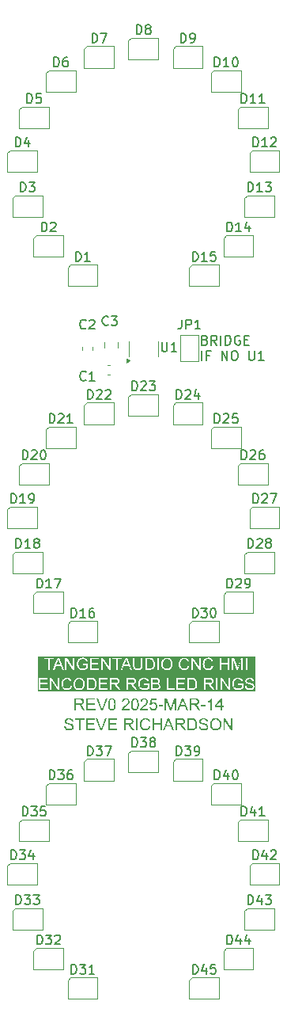
<source format=gbr>
%TF.GenerationSoftware,KiCad,Pcbnew,9.0.0*%
%TF.CreationDate,2025-03-15T09:27:42-04:00*%
%TF.ProjectId,cnc-hmi-encleds,636e632d-686d-4692-9d65-6e636c656473,rev?*%
%TF.SameCoordinates,Original*%
%TF.FileFunction,Legend,Top*%
%TF.FilePolarity,Positive*%
%FSLAX46Y46*%
G04 Gerber Fmt 4.6, Leading zero omitted, Abs format (unit mm)*
G04 Created by KiCad (PCBNEW 9.0.0) date 2025-03-15 09:27:42*
%MOMM*%
%LPD*%
G01*
G04 APERTURE LIST*
%ADD10C,0.150000*%
%ADD11C,0.100000*%
%ADD12C,0.120000*%
G04 APERTURE END LIST*
D10*
X162625255Y-75172967D02*
X162770398Y-75221348D01*
X162770398Y-75221348D02*
X162818779Y-75269729D01*
X162818779Y-75269729D02*
X162867160Y-75366491D01*
X162867160Y-75366491D02*
X162867160Y-75511634D01*
X162867160Y-75511634D02*
X162818779Y-75608396D01*
X162818779Y-75608396D02*
X162770398Y-75656777D01*
X162770398Y-75656777D02*
X162673636Y-75705157D01*
X162673636Y-75705157D02*
X162286588Y-75705157D01*
X162286588Y-75705157D02*
X162286588Y-74689157D01*
X162286588Y-74689157D02*
X162625255Y-74689157D01*
X162625255Y-74689157D02*
X162722017Y-74737538D01*
X162722017Y-74737538D02*
X162770398Y-74785919D01*
X162770398Y-74785919D02*
X162818779Y-74882681D01*
X162818779Y-74882681D02*
X162818779Y-74979443D01*
X162818779Y-74979443D02*
X162770398Y-75076205D01*
X162770398Y-75076205D02*
X162722017Y-75124586D01*
X162722017Y-75124586D02*
X162625255Y-75172967D01*
X162625255Y-75172967D02*
X162286588Y-75172967D01*
X163883160Y-75705157D02*
X163544493Y-75221348D01*
X163302588Y-75705157D02*
X163302588Y-74689157D01*
X163302588Y-74689157D02*
X163689636Y-74689157D01*
X163689636Y-74689157D02*
X163786398Y-74737538D01*
X163786398Y-74737538D02*
X163834779Y-74785919D01*
X163834779Y-74785919D02*
X163883160Y-74882681D01*
X163883160Y-74882681D02*
X163883160Y-75027824D01*
X163883160Y-75027824D02*
X163834779Y-75124586D01*
X163834779Y-75124586D02*
X163786398Y-75172967D01*
X163786398Y-75172967D02*
X163689636Y-75221348D01*
X163689636Y-75221348D02*
X163302588Y-75221348D01*
X164318588Y-75705157D02*
X164318588Y-74689157D01*
X164802398Y-75705157D02*
X164802398Y-74689157D01*
X164802398Y-74689157D02*
X165044303Y-74689157D01*
X165044303Y-74689157D02*
X165189446Y-74737538D01*
X165189446Y-74737538D02*
X165286208Y-74834300D01*
X165286208Y-74834300D02*
X165334589Y-74931062D01*
X165334589Y-74931062D02*
X165382970Y-75124586D01*
X165382970Y-75124586D02*
X165382970Y-75269729D01*
X165382970Y-75269729D02*
X165334589Y-75463253D01*
X165334589Y-75463253D02*
X165286208Y-75560015D01*
X165286208Y-75560015D02*
X165189446Y-75656777D01*
X165189446Y-75656777D02*
X165044303Y-75705157D01*
X165044303Y-75705157D02*
X164802398Y-75705157D01*
X166350589Y-74737538D02*
X166253827Y-74689157D01*
X166253827Y-74689157D02*
X166108684Y-74689157D01*
X166108684Y-74689157D02*
X165963541Y-74737538D01*
X165963541Y-74737538D02*
X165866779Y-74834300D01*
X165866779Y-74834300D02*
X165818398Y-74931062D01*
X165818398Y-74931062D02*
X165770017Y-75124586D01*
X165770017Y-75124586D02*
X165770017Y-75269729D01*
X165770017Y-75269729D02*
X165818398Y-75463253D01*
X165818398Y-75463253D02*
X165866779Y-75560015D01*
X165866779Y-75560015D02*
X165963541Y-75656777D01*
X165963541Y-75656777D02*
X166108684Y-75705157D01*
X166108684Y-75705157D02*
X166205446Y-75705157D01*
X166205446Y-75705157D02*
X166350589Y-75656777D01*
X166350589Y-75656777D02*
X166398970Y-75608396D01*
X166398970Y-75608396D02*
X166398970Y-75269729D01*
X166398970Y-75269729D02*
X166205446Y-75269729D01*
X166834398Y-75172967D02*
X167173065Y-75172967D01*
X167318208Y-75705157D02*
X166834398Y-75705157D01*
X166834398Y-75705157D02*
X166834398Y-74689157D01*
X166834398Y-74689157D02*
X167318208Y-74689157D01*
X162286588Y-77340860D02*
X162286588Y-76324860D01*
X163109065Y-76808670D02*
X162770398Y-76808670D01*
X162770398Y-77340860D02*
X162770398Y-76324860D01*
X162770398Y-76324860D02*
X163254208Y-76324860D01*
X164415350Y-77340860D02*
X164415350Y-76324860D01*
X164415350Y-76324860D02*
X164995922Y-77340860D01*
X164995922Y-77340860D02*
X164995922Y-76324860D01*
X165673255Y-76324860D02*
X165866779Y-76324860D01*
X165866779Y-76324860D02*
X165963541Y-76373241D01*
X165963541Y-76373241D02*
X166060303Y-76470003D01*
X166060303Y-76470003D02*
X166108684Y-76663527D01*
X166108684Y-76663527D02*
X166108684Y-77002194D01*
X166108684Y-77002194D02*
X166060303Y-77195718D01*
X166060303Y-77195718D02*
X165963541Y-77292480D01*
X165963541Y-77292480D02*
X165866779Y-77340860D01*
X165866779Y-77340860D02*
X165673255Y-77340860D01*
X165673255Y-77340860D02*
X165576493Y-77292480D01*
X165576493Y-77292480D02*
X165479731Y-77195718D01*
X165479731Y-77195718D02*
X165431350Y-77002194D01*
X165431350Y-77002194D02*
X165431350Y-76663527D01*
X165431350Y-76663527D02*
X165479731Y-76470003D01*
X165479731Y-76470003D02*
X165576493Y-76373241D01*
X165576493Y-76373241D02*
X165673255Y-76324860D01*
X167318207Y-76324860D02*
X167318207Y-77147337D01*
X167318207Y-77147337D02*
X167366588Y-77244099D01*
X167366588Y-77244099D02*
X167414969Y-77292480D01*
X167414969Y-77292480D02*
X167511731Y-77340860D01*
X167511731Y-77340860D02*
X167705255Y-77340860D01*
X167705255Y-77340860D02*
X167802017Y-77292480D01*
X167802017Y-77292480D02*
X167850398Y-77244099D01*
X167850398Y-77244099D02*
X167898779Y-77147337D01*
X167898779Y-77147337D02*
X167898779Y-76324860D01*
X168914779Y-77340860D02*
X168334207Y-77340860D01*
X168624493Y-77340860D02*
X168624493Y-76324860D01*
X168624493Y-76324860D02*
X168527731Y-76470003D01*
X168527731Y-76470003D02*
X168430969Y-76566765D01*
X168430969Y-76566765D02*
X168334207Y-76615146D01*
D11*
G36*
X149216772Y-111414710D02*
G01*
X149291922Y-111436031D01*
X149361638Y-111471416D01*
X149423180Y-111519413D01*
X149474159Y-111578941D01*
X149515182Y-111651480D01*
X149543598Y-111730522D01*
X149561428Y-111820490D01*
X149567681Y-111923205D01*
X149558927Y-112046664D01*
X149534504Y-112148815D01*
X149496295Y-112233389D01*
X149444924Y-112303341D01*
X149379192Y-112362041D01*
X149306270Y-112403392D01*
X149224659Y-112428565D01*
X149132176Y-112437265D01*
X149041483Y-112428709D01*
X148960813Y-112403871D01*
X148888118Y-112362931D01*
X148821988Y-112304659D01*
X148769656Y-112235142D01*
X148731239Y-112153171D01*
X148706985Y-112056329D01*
X148698378Y-111941506D01*
X148704796Y-111821172D01*
X148722459Y-111723335D01*
X148749436Y-111644294D01*
X148784495Y-111580866D01*
X148827184Y-111530507D01*
X148895343Y-111476269D01*
X148968462Y-111438227D01*
X149047717Y-111415279D01*
X149134735Y-111407439D01*
X149216772Y-111414710D01*
G37*
G36*
X150494954Y-111435968D02*
G01*
X150565051Y-111445445D01*
X150611542Y-111458543D01*
X150668897Y-111489579D01*
X150721753Y-111536864D01*
X150770669Y-111603401D01*
X150797166Y-111657566D01*
X150817731Y-111725292D01*
X150831266Y-111809311D01*
X150836196Y-111912736D01*
X150832071Y-112009450D01*
X150820561Y-112091178D01*
X150802774Y-112159956D01*
X150776427Y-112225745D01*
X150745256Y-112279286D01*
X150709562Y-112322340D01*
X150661396Y-112359476D01*
X150595490Y-112388875D01*
X150516985Y-112405731D01*
X150398133Y-112412450D01*
X150126563Y-112412450D01*
X150126563Y-111432254D01*
X150393790Y-111432254D01*
X150494954Y-111435968D01*
G37*
G36*
X153092369Y-111434929D02*
G01*
X153159165Y-111455074D01*
X153206424Y-111485064D01*
X153242894Y-111527224D01*
X153264505Y-111575667D01*
X153271951Y-111632481D01*
X153263532Y-111691303D01*
X153238140Y-111745855D01*
X153212547Y-111777080D01*
X153179967Y-111802305D01*
X153139268Y-111821774D01*
X153067678Y-111838684D01*
X152958816Y-111845425D01*
X152597059Y-111845425D01*
X152597059Y-111427291D01*
X152999606Y-111427291D01*
X153092369Y-111434929D01*
G37*
G36*
X154869129Y-111434929D02*
G01*
X154935925Y-111455074D01*
X154983183Y-111485064D01*
X155019653Y-111527224D01*
X155041265Y-111575667D01*
X155048710Y-111632481D01*
X155040292Y-111691303D01*
X155014900Y-111745855D01*
X154989306Y-111777080D01*
X154956727Y-111802305D01*
X154916027Y-111821774D01*
X154844438Y-111838684D01*
X154735575Y-111845425D01*
X154373818Y-111845425D01*
X154373818Y-111427291D01*
X154776365Y-111427291D01*
X154869129Y-111434929D01*
G37*
G36*
X157437698Y-111974523D02*
G01*
X157509512Y-111989896D01*
X157549965Y-112008076D01*
X157583356Y-112032916D01*
X157610634Y-112064806D01*
X157630629Y-112101816D01*
X157642850Y-112143309D01*
X157647081Y-112190355D01*
X157640553Y-112249411D01*
X157621878Y-112299231D01*
X157592681Y-112341406D01*
X157557669Y-112371040D01*
X157515421Y-112391612D01*
X157460580Y-112406246D01*
X157346043Y-112412450D01*
X157029418Y-112412450D01*
X157029418Y-111968260D01*
X157323477Y-111968260D01*
X157437698Y-111974523D01*
G37*
G36*
X157410566Y-111437764D02*
G01*
X157477020Y-111450245D01*
X157512025Y-111465790D01*
X157540656Y-111487825D01*
X157563795Y-111516858D01*
X157586383Y-111568562D01*
X157594194Y-111629534D01*
X157585636Y-111692731D01*
X157561624Y-111741745D01*
X157522393Y-111779278D01*
X157464923Y-111805721D01*
X157408395Y-111816102D01*
X157304400Y-111820610D01*
X157029418Y-111820610D01*
X157029418Y-111432254D01*
X157283540Y-111432254D01*
X157410566Y-111437764D01*
G37*
G36*
X161256010Y-111435968D02*
G01*
X161326107Y-111445445D01*
X161372599Y-111458543D01*
X161429953Y-111489579D01*
X161482810Y-111536864D01*
X161531726Y-111603401D01*
X161558222Y-111657566D01*
X161578787Y-111725292D01*
X161592322Y-111809311D01*
X161597253Y-111912736D01*
X161593128Y-112009450D01*
X161581618Y-112091178D01*
X161563830Y-112159956D01*
X161537484Y-112225745D01*
X161506312Y-112279286D01*
X161470619Y-112322340D01*
X161422452Y-112359476D01*
X161356547Y-112388875D01*
X161278041Y-112405731D01*
X161159189Y-112412450D01*
X160887619Y-112412450D01*
X160887619Y-111432254D01*
X161154847Y-111432254D01*
X161256010Y-111435968D01*
G37*
G36*
X163162326Y-111434929D02*
G01*
X163229122Y-111455074D01*
X163276380Y-111485064D01*
X163312851Y-111527224D01*
X163334462Y-111575667D01*
X163341908Y-111632481D01*
X163333489Y-111691303D01*
X163308097Y-111745855D01*
X163282503Y-111777080D01*
X163249924Y-111802305D01*
X163209225Y-111821774D01*
X163137635Y-111838684D01*
X163028773Y-111845425D01*
X162667015Y-111845425D01*
X162667015Y-111427291D01*
X163069562Y-111427291D01*
X163162326Y-111434929D01*
G37*
G36*
X158611138Y-109281110D02*
G01*
X158686288Y-109302431D01*
X158756005Y-109337816D01*
X158817546Y-109385813D01*
X158868525Y-109445341D01*
X158909548Y-109517880D01*
X158937964Y-109596922D01*
X158955794Y-109686890D01*
X158962047Y-109789605D01*
X158953293Y-109913064D01*
X158928870Y-110015215D01*
X158890662Y-110099789D01*
X158839290Y-110169741D01*
X158773558Y-110228441D01*
X158700636Y-110269792D01*
X158619025Y-110294965D01*
X158526543Y-110303665D01*
X158435850Y-110295109D01*
X158355179Y-110270271D01*
X158282484Y-110229331D01*
X158216354Y-110171059D01*
X158164023Y-110101542D01*
X158125605Y-110019571D01*
X158101351Y-109922729D01*
X158092744Y-109807906D01*
X158099163Y-109687572D01*
X158116825Y-109589735D01*
X158143802Y-109510694D01*
X158178861Y-109447266D01*
X158221550Y-109396907D01*
X158289710Y-109342669D01*
X158362828Y-109304627D01*
X158442083Y-109281679D01*
X158529102Y-109273839D01*
X158611138Y-109281110D01*
G37*
G36*
X146925237Y-109394612D02*
G01*
X146980709Y-109548279D01*
X147113470Y-109900420D01*
X146682308Y-109900420D01*
X146821970Y-109527496D01*
X146861371Y-109406049D01*
X146890522Y-109284618D01*
X146925237Y-109394612D01*
G37*
G36*
X154196054Y-109394612D02*
G01*
X154251526Y-109548279D01*
X154384287Y-109900420D01*
X153953125Y-109900420D01*
X154092787Y-109527496D01*
X154132187Y-109406049D01*
X154161339Y-109284618D01*
X154196054Y-109394612D01*
G37*
G36*
X156730361Y-109302368D02*
G01*
X156800458Y-109311845D01*
X156846950Y-109324943D01*
X156904304Y-109355979D01*
X156957161Y-109403264D01*
X157006077Y-109469801D01*
X157032573Y-109523966D01*
X157053138Y-109591692D01*
X157066673Y-109675711D01*
X157071604Y-109779136D01*
X157067479Y-109875850D01*
X157055969Y-109957578D01*
X157038181Y-110026356D01*
X157011835Y-110092145D01*
X156980663Y-110145686D01*
X156944969Y-110188740D01*
X156896803Y-110225876D01*
X156830898Y-110255275D01*
X156752392Y-110272131D01*
X156633540Y-110278850D01*
X156361970Y-110278850D01*
X156361970Y-109298654D01*
X156629198Y-109298654D01*
X156730361Y-109302368D01*
G37*
G36*
X168034258Y-112721063D02*
G01*
X144687589Y-112721063D01*
X144687589Y-112560100D01*
X144828700Y-112560100D01*
X145777876Y-112560100D01*
X146008424Y-112560100D01*
X146169799Y-112560100D01*
X146169799Y-111557803D01*
X146837868Y-112560100D01*
X147010488Y-112560100D01*
X147010488Y-111912814D01*
X147244525Y-111912814D01*
X147252150Y-112032857D01*
X147274629Y-112146142D01*
X147311758Y-112253788D01*
X147350342Y-112330359D01*
X147395802Y-112395526D01*
X147448156Y-112450540D01*
X147507797Y-112496278D01*
X147573296Y-112531283D01*
X147649607Y-112557434D01*
X147738551Y-112574059D01*
X147842258Y-112579952D01*
X147940592Y-112572742D01*
X148028316Y-112551937D01*
X148107141Y-112518195D01*
X148178425Y-112471386D01*
X148240118Y-112412974D01*
X148292414Y-112342151D01*
X148335494Y-112257221D01*
X148368880Y-112155924D01*
X148200603Y-112113428D01*
X148177856Y-112192705D01*
X148147860Y-112258223D01*
X148111180Y-112312024D01*
X148067842Y-112355685D01*
X148016779Y-112391004D01*
X147960542Y-112416329D01*
X147898158Y-112431885D01*
X147828377Y-112437265D01*
X147752536Y-112430565D01*
X147680900Y-112410667D01*
X147612331Y-112377243D01*
X147552487Y-112331217D01*
X147503651Y-112271518D01*
X147465301Y-112195938D01*
X147439836Y-112113715D01*
X147423741Y-112019633D01*
X147419514Y-111939257D01*
X148524905Y-111939257D01*
X148525071Y-111941506D01*
X148533035Y-112049155D01*
X148557229Y-112154539D01*
X148597722Y-112256580D01*
X148638716Y-112328012D01*
X148687808Y-112390817D01*
X148745337Y-112445750D01*
X148811984Y-112493254D01*
X148884331Y-112530856D01*
X148961389Y-112557848D01*
X149043969Y-112574321D01*
X149133029Y-112579952D01*
X149241498Y-112571149D01*
X149343976Y-112545066D01*
X149441900Y-112501474D01*
X149509180Y-112457778D01*
X149568101Y-112405176D01*
X149619304Y-112343067D01*
X149663064Y-112270461D01*
X149705828Y-112166162D01*
X149732093Y-112051502D01*
X149741154Y-111924523D01*
X149732520Y-111799093D01*
X149707529Y-111686014D01*
X149666941Y-111583394D01*
X149625274Y-111511745D01*
X149575723Y-111449269D01*
X149557567Y-111432254D01*
X149958286Y-111432254D01*
X149958286Y-112412450D01*
X149958286Y-112560100D01*
X150417209Y-112560100D01*
X151244637Y-112560100D01*
X152193814Y-112560100D01*
X152193814Y-112412450D01*
X151412992Y-112412450D01*
X151412992Y-111973223D01*
X152116577Y-111973223D01*
X152116577Y-111825573D01*
X151412992Y-111825573D01*
X151412992Y-111432254D01*
X152164268Y-111432254D01*
X152164268Y-111427291D01*
X152428704Y-111427291D01*
X152428704Y-111845425D01*
X152428704Y-112560100D01*
X152597059Y-112560100D01*
X152597059Y-111988112D01*
X152792245Y-111988112D01*
X152885922Y-111994238D01*
X152924077Y-112007413D01*
X152962693Y-112028514D01*
X152999864Y-112059278D01*
X153048150Y-112114669D01*
X153169589Y-112292097D01*
X153337944Y-112560100D01*
X153549570Y-112560100D01*
X153328405Y-112209819D01*
X153258731Y-112113510D01*
X153188665Y-112038595D01*
X153149030Y-112008748D01*
X153087234Y-111974541D01*
X153179143Y-111956099D01*
X153252958Y-111929756D01*
X153311716Y-111896620D01*
X153357873Y-111857135D01*
X153396155Y-111808363D01*
X153423279Y-111754948D01*
X153439807Y-111695930D01*
X153445501Y-111630000D01*
X153439524Y-111561864D01*
X153421906Y-111498644D01*
X153392537Y-111439234D01*
X153383464Y-111427291D01*
X154205463Y-111427291D01*
X154205463Y-111845425D01*
X154205463Y-112560100D01*
X154373818Y-112560100D01*
X154373818Y-111988112D01*
X154569004Y-111988112D01*
X154662681Y-111994238D01*
X154700836Y-112007413D01*
X154739452Y-112028514D01*
X154776623Y-112059278D01*
X154824909Y-112114669D01*
X154946348Y-112292097D01*
X155114703Y-112560100D01*
X155326329Y-112560100D01*
X155105165Y-112209819D01*
X155035491Y-112113510D01*
X154965425Y-112038595D01*
X154925789Y-112008748D01*
X154863993Y-111974541D01*
X154955902Y-111956099D01*
X155029717Y-111929756D01*
X155032120Y-111928401D01*
X155443270Y-111928401D01*
X155452250Y-112051431D01*
X155478438Y-112163935D01*
X155521360Y-112267669D01*
X155565256Y-112339308D01*
X155618014Y-112401371D01*
X155680131Y-112454693D01*
X155752528Y-112499690D01*
X155857222Y-112543883D01*
X155970170Y-112570758D01*
X156093115Y-112579952D01*
X156184761Y-112574426D01*
X156274768Y-112557870D01*
X156363754Y-112530089D01*
X156449234Y-112492221D01*
X156534441Y-112442968D01*
X156619737Y-112381431D01*
X156619737Y-111909092D01*
X156080940Y-111909945D01*
X156080940Y-112057594D01*
X156454872Y-112057594D01*
X156454872Y-112297060D01*
X156393106Y-112340601D01*
X156296908Y-112386627D01*
X156226557Y-112410038D01*
X156155628Y-112423946D01*
X156083576Y-112428580D01*
X156001023Y-112422366D01*
X155922074Y-112403891D01*
X155845817Y-112372978D01*
X155777227Y-112329411D01*
X155720774Y-112273133D01*
X155675368Y-112202685D01*
X155644043Y-112124037D01*
X155623993Y-112029994D01*
X155616820Y-111917544D01*
X155622366Y-111826454D01*
X155638638Y-111741287D01*
X155665365Y-111661173D01*
X155699603Y-111595647D01*
X155745626Y-111535237D01*
X155803985Y-111484363D01*
X155881411Y-111442646D01*
X155938558Y-111423694D01*
X156004585Y-111411683D01*
X156080940Y-111407439D01*
X156174171Y-111416017D01*
X156256196Y-111440785D01*
X156306417Y-111466425D01*
X156346414Y-111495989D01*
X156377635Y-111529421D01*
X156414980Y-111591485D01*
X156448823Y-111681646D01*
X156600660Y-111640003D01*
X156573926Y-111556836D01*
X156541608Y-111488564D01*
X156504269Y-111433030D01*
X156503521Y-111432254D01*
X156861064Y-111432254D01*
X156861064Y-111820610D01*
X156861064Y-111968260D01*
X156861064Y-112412450D01*
X156861064Y-112560100D01*
X157346043Y-112560100D01*
X158539803Y-112560100D01*
X159334506Y-112560100D01*
X159537835Y-112560100D01*
X160487011Y-112560100D01*
X160487011Y-112412450D01*
X159706189Y-112412450D01*
X159706189Y-111973223D01*
X160409774Y-111973223D01*
X160409774Y-111825573D01*
X159706189Y-111825573D01*
X159706189Y-111432254D01*
X160457466Y-111432254D01*
X160719342Y-111432254D01*
X160719342Y-112412450D01*
X160719342Y-112560100D01*
X161178266Y-112560100D01*
X161290123Y-112554336D01*
X161382525Y-112538386D01*
X161466777Y-112510726D01*
X161534362Y-112474410D01*
X161593448Y-112425690D01*
X161650140Y-112358710D01*
X161696866Y-112278604D01*
X161736915Y-112172984D01*
X161755197Y-112097398D01*
X161766750Y-112011946D01*
X161770803Y-111915373D01*
X161764891Y-111802502D01*
X161747942Y-111701946D01*
X161720863Y-111612164D01*
X161681351Y-111527872D01*
X161631305Y-111455702D01*
X161603154Y-111427291D01*
X162498661Y-111427291D01*
X162498661Y-111845425D01*
X162498661Y-112560100D01*
X162667015Y-112560100D01*
X162667015Y-111988112D01*
X162862201Y-111988112D01*
X162955878Y-111994238D01*
X162994034Y-112007413D01*
X163032650Y-112028514D01*
X163069820Y-112059278D01*
X163118107Y-112114669D01*
X163239546Y-112292097D01*
X163407900Y-112560100D01*
X163619526Y-112560100D01*
X163807656Y-112560100D01*
X163975933Y-112560100D01*
X164271077Y-112560100D01*
X164432453Y-112560100D01*
X164432453Y-111557803D01*
X165100521Y-112560100D01*
X165273141Y-112560100D01*
X165273141Y-111928401D01*
X165513227Y-111928401D01*
X165522207Y-112051431D01*
X165548395Y-112163935D01*
X165591317Y-112267669D01*
X165635213Y-112339308D01*
X165687971Y-112401371D01*
X165750088Y-112454693D01*
X165822484Y-112499690D01*
X165927179Y-112543883D01*
X166040127Y-112570758D01*
X166163071Y-112579952D01*
X166254718Y-112574426D01*
X166344725Y-112557870D01*
X166433711Y-112530089D01*
X166519190Y-112492221D01*
X166604398Y-112442968D01*
X166689694Y-112381431D01*
X166689694Y-112147239D01*
X166880692Y-112147239D01*
X166890201Y-112230736D01*
X166913489Y-112306902D01*
X166950562Y-112377166D01*
X167000142Y-112438967D01*
X167060684Y-112489483D01*
X167133573Y-112529391D01*
X167212993Y-112556316D01*
X167308457Y-112573705D01*
X167422902Y-112579952D01*
X167512639Y-112574154D01*
X167593941Y-112557354D01*
X167668028Y-112530089D01*
X167736301Y-112491446D01*
X167791415Y-112444975D01*
X167834987Y-112390349D01*
X167867599Y-112328400D01*
X167886758Y-112264939D01*
X167893147Y-112198885D01*
X167887070Y-112132226D01*
X167869377Y-112072351D01*
X167840183Y-112017890D01*
X167800412Y-111970442D01*
X167746640Y-111927156D01*
X167676248Y-111888076D01*
X167583180Y-111855001D01*
X167394752Y-111806962D01*
X167255606Y-111770130D01*
X167178261Y-111740108D01*
X167141018Y-111716232D01*
X167113508Y-111683977D01*
X167097175Y-111646896D01*
X167091543Y-111603401D01*
X167099078Y-111553958D01*
X167121653Y-111509531D01*
X167161335Y-111468391D01*
X167211318Y-111439587D01*
X167283098Y-111419923D01*
X167383895Y-111412402D01*
X167479950Y-111420368D01*
X167551994Y-111441761D01*
X167605525Y-111474207D01*
X167647467Y-111520141D01*
X167677025Y-111579815D01*
X167693619Y-111656831D01*
X167854994Y-111644656D01*
X167845940Y-111571834D01*
X167825106Y-111505472D01*
X167792491Y-111444352D01*
X167748907Y-111390821D01*
X167694081Y-111346279D01*
X167626385Y-111310350D01*
X167553029Y-111285627D01*
X167470384Y-111270158D01*
X167376994Y-111264753D01*
X167292256Y-111269797D01*
X167214777Y-111284450D01*
X167143577Y-111308257D01*
X167077739Y-111342686D01*
X167025105Y-111385087D01*
X166983907Y-111435744D01*
X166953363Y-111493616D01*
X166935346Y-111553445D01*
X166929314Y-111616274D01*
X166934384Y-111673548D01*
X166949265Y-111726128D01*
X166973981Y-111775013D01*
X167007642Y-111818354D01*
X167052312Y-111857898D01*
X167109766Y-111893737D01*
X167193957Y-111928303D01*
X167355281Y-111973378D01*
X167514931Y-112014312D01*
X167581718Y-112035571D01*
X167653288Y-112071676D01*
X167696178Y-112110869D01*
X167722106Y-112159051D01*
X167730919Y-112215635D01*
X167721999Y-112272246D01*
X167694859Y-112324899D01*
X167667945Y-112354744D01*
X167631956Y-112381014D01*
X167585130Y-112403609D01*
X167507917Y-112424766D01*
X167415147Y-112432302D01*
X167343638Y-112427824D01*
X167278867Y-112414856D01*
X167219883Y-112393839D01*
X167165067Y-112364145D01*
X167123085Y-112330510D01*
X167091931Y-112292950D01*
X167068729Y-112249668D01*
X167051024Y-112197033D01*
X167039509Y-112133280D01*
X166880692Y-112147239D01*
X166689694Y-112147239D01*
X166689694Y-111909092D01*
X166150896Y-111909945D01*
X166150896Y-112057594D01*
X166524829Y-112057594D01*
X166524829Y-112297060D01*
X166463062Y-112340601D01*
X166366865Y-112386627D01*
X166296514Y-112410038D01*
X166225585Y-112423946D01*
X166153533Y-112428580D01*
X166070979Y-112422366D01*
X165992031Y-112403891D01*
X165915774Y-112372978D01*
X165847184Y-112329411D01*
X165790730Y-112273133D01*
X165745325Y-112202685D01*
X165714000Y-112124037D01*
X165693949Y-112029994D01*
X165686777Y-111917544D01*
X165692322Y-111826454D01*
X165708595Y-111741287D01*
X165735322Y-111661173D01*
X165769560Y-111595647D01*
X165815583Y-111535237D01*
X165873942Y-111484363D01*
X165951368Y-111442646D01*
X166008514Y-111423694D01*
X166074542Y-111411683D01*
X166150896Y-111407439D01*
X166244128Y-111416017D01*
X166326153Y-111440785D01*
X166376374Y-111466425D01*
X166416371Y-111495989D01*
X166447592Y-111529421D01*
X166484936Y-111591485D01*
X166518780Y-111681646D01*
X166670617Y-111640003D01*
X166643883Y-111556836D01*
X166611565Y-111488564D01*
X166574226Y-111433030D01*
X166528023Y-111385128D01*
X166470350Y-111343839D01*
X166399435Y-111309187D01*
X166323940Y-111284933D01*
X166241169Y-111269934D01*
X166150043Y-111264753D01*
X166025351Y-111273872D01*
X165914150Y-111300183D01*
X165814264Y-111342843D01*
X165746205Y-111386646D01*
X165686648Y-111440473D01*
X165634935Y-111505116D01*
X165590851Y-111581843D01*
X165547879Y-111691365D01*
X165521991Y-111806432D01*
X165513227Y-111928401D01*
X165273141Y-111928401D01*
X165273141Y-111284605D01*
X165111765Y-111284605D01*
X165111765Y-112286048D01*
X164443775Y-111284605D01*
X164271077Y-111284605D01*
X164271077Y-112560100D01*
X163975933Y-112560100D01*
X163975933Y-111284605D01*
X163807656Y-111284605D01*
X163807656Y-112560100D01*
X163619526Y-112560100D01*
X163398362Y-112209819D01*
X163328688Y-112113510D01*
X163258622Y-112038595D01*
X163218987Y-112008748D01*
X163157191Y-111974541D01*
X163249100Y-111956099D01*
X163322914Y-111929756D01*
X163381673Y-111896620D01*
X163427830Y-111857135D01*
X163466111Y-111808363D01*
X163493235Y-111754948D01*
X163509763Y-111695930D01*
X163515458Y-111630000D01*
X163509480Y-111561864D01*
X163491863Y-111498644D01*
X163462493Y-111439234D01*
X163422634Y-111386763D01*
X163375794Y-111347036D01*
X163321125Y-111318725D01*
X163260816Y-111301350D01*
X163176725Y-111289228D01*
X163062583Y-111284605D01*
X162498661Y-111284605D01*
X162498661Y-111427291D01*
X161603154Y-111427291D01*
X161570422Y-111394256D01*
X161516187Y-111355200D01*
X161454372Y-111324732D01*
X161383843Y-111302906D01*
X161296985Y-111289928D01*
X161157406Y-111284605D01*
X160719342Y-111284605D01*
X160719342Y-111432254D01*
X160457466Y-111432254D01*
X160457466Y-111284605D01*
X159537835Y-111284605D01*
X159537835Y-112560100D01*
X159334506Y-112560100D01*
X159334506Y-112412450D01*
X158708158Y-112412450D01*
X158708158Y-111284605D01*
X158539803Y-111284605D01*
X158539803Y-112560100D01*
X157346043Y-112560100D01*
X157462655Y-112554275D01*
X157551155Y-112538774D01*
X157629773Y-112511393D01*
X157690430Y-112475573D01*
X157740270Y-112426472D01*
X157783719Y-112356616D01*
X157811943Y-112276759D01*
X157821484Y-112189735D01*
X157814345Y-112117441D01*
X157793636Y-112053536D01*
X157759447Y-111996255D01*
X157713366Y-111947945D01*
X157654982Y-111909312D01*
X157582019Y-111880322D01*
X157638071Y-111846623D01*
X157682047Y-111807906D01*
X157715555Y-111764001D01*
X157740324Y-111714429D01*
X157754945Y-111663439D01*
X157759835Y-111610225D01*
X157754399Y-111553121D01*
X157738007Y-111497427D01*
X157709972Y-111442258D01*
X157672463Y-111393314D01*
X157626805Y-111353897D01*
X157572015Y-111323301D01*
X157512002Y-111303055D01*
X157435279Y-111289574D01*
X157338211Y-111284605D01*
X156861064Y-111284605D01*
X156861064Y-111432254D01*
X156503521Y-111432254D01*
X156458067Y-111385128D01*
X156400394Y-111343839D01*
X156329478Y-111309187D01*
X156253983Y-111284933D01*
X156171212Y-111269934D01*
X156080087Y-111264753D01*
X155955395Y-111273872D01*
X155844193Y-111300183D01*
X155744308Y-111342843D01*
X155676248Y-111386646D01*
X155616691Y-111440473D01*
X155564978Y-111505116D01*
X155520895Y-111581843D01*
X155477923Y-111691365D01*
X155452034Y-111806432D01*
X155443270Y-111928401D01*
X155032120Y-111928401D01*
X155088475Y-111896620D01*
X155134632Y-111857135D01*
X155172914Y-111808363D01*
X155200038Y-111754948D01*
X155216566Y-111695930D01*
X155222261Y-111630000D01*
X155216283Y-111561864D01*
X155198665Y-111498644D01*
X155169296Y-111439234D01*
X155129436Y-111386763D01*
X155082596Y-111347036D01*
X155027928Y-111318725D01*
X154967618Y-111301350D01*
X154883527Y-111289228D01*
X154769386Y-111284605D01*
X154205463Y-111284605D01*
X154205463Y-111427291D01*
X153383464Y-111427291D01*
X153352677Y-111386763D01*
X153305837Y-111347036D01*
X153251168Y-111318725D01*
X153190859Y-111301350D01*
X153106768Y-111289228D01*
X152992626Y-111284605D01*
X152428704Y-111284605D01*
X152428704Y-111427291D01*
X152164268Y-111427291D01*
X152164268Y-111284605D01*
X151244637Y-111284605D01*
X151244637Y-112560100D01*
X150417209Y-112560100D01*
X150529066Y-112554336D01*
X150621469Y-112538386D01*
X150705720Y-112510726D01*
X150773306Y-112474410D01*
X150832392Y-112425690D01*
X150889084Y-112358710D01*
X150935809Y-112278604D01*
X150975859Y-112172984D01*
X150994140Y-112097398D01*
X151005693Y-112011946D01*
X151009747Y-111915373D01*
X151003834Y-111802502D01*
X150986886Y-111701946D01*
X150959807Y-111612164D01*
X150920294Y-111527872D01*
X150870248Y-111455702D01*
X150809365Y-111394256D01*
X150755130Y-111355200D01*
X150693316Y-111324732D01*
X150622787Y-111302906D01*
X150535929Y-111289928D01*
X150396349Y-111284605D01*
X149958286Y-111284605D01*
X149958286Y-111432254D01*
X149557567Y-111432254D01*
X149517972Y-111395148D01*
X149451360Y-111348891D01*
X149379119Y-111312339D01*
X149302644Y-111286143D01*
X149221190Y-111270192D01*
X149133882Y-111264753D01*
X149027197Y-111272363D01*
X148931510Y-111294362D01*
X148845090Y-111330071D01*
X148766543Y-111379594D01*
X148694888Y-111443809D01*
X148635855Y-111517644D01*
X148589062Y-111602302D01*
X148554426Y-111699368D01*
X148532591Y-111810883D01*
X148524905Y-111939257D01*
X147419514Y-111939257D01*
X147418075Y-111911883D01*
X147422522Y-111828474D01*
X147435793Y-111747022D01*
X147457934Y-111667067D01*
X147491426Y-111592648D01*
X147537286Y-111530113D01*
X147596278Y-111477930D01*
X147665097Y-111439675D01*
X147745870Y-111415845D01*
X147841405Y-111407439D01*
X147924381Y-111414968D01*
X147994087Y-111436276D01*
X148053108Y-111470485D01*
X148102305Y-111517835D01*
X148145283Y-111583493D01*
X148181526Y-111671720D01*
X148347167Y-111632636D01*
X148315620Y-111547875D01*
X148274898Y-111475355D01*
X148225125Y-111413526D01*
X148165862Y-111361299D01*
X148098790Y-111319954D01*
X148023884Y-111289902D01*
X147939801Y-111271247D01*
X147844894Y-111264753D01*
X147734699Y-111273467D01*
X147632416Y-111299086D01*
X147536490Y-111341524D01*
X147470564Y-111384264D01*
X147412953Y-111435534D01*
X147363009Y-111495888D01*
X147320443Y-111566256D01*
X147279206Y-111667453D01*
X147253507Y-111782149D01*
X147244525Y-111912814D01*
X147010488Y-111912814D01*
X147010488Y-111284605D01*
X146849112Y-111284605D01*
X146849112Y-112286048D01*
X146181121Y-111284605D01*
X146008424Y-111284605D01*
X146008424Y-112560100D01*
X145777876Y-112560100D01*
X145777876Y-112412450D01*
X144997055Y-112412450D01*
X144997055Y-111973223D01*
X145700639Y-111973223D01*
X145700639Y-111825573D01*
X144997055Y-111825573D01*
X144997055Y-111432254D01*
X145748331Y-111432254D01*
X145748331Y-111284605D01*
X144828700Y-111284605D01*
X144828700Y-112560100D01*
X144687589Y-112560100D01*
X144687589Y-109298654D01*
X145406658Y-109298654D01*
X145825723Y-109298654D01*
X145825723Y-110426500D01*
X145994000Y-110426500D01*
X146315278Y-110426500D01*
X146494024Y-110426500D01*
X146633686Y-110039384D01*
X147165504Y-110039384D01*
X147313852Y-110426500D01*
X147505626Y-110426500D01*
X147638154Y-110426500D01*
X147799529Y-110426500D01*
X147799529Y-109424203D01*
X148467598Y-110426500D01*
X148640217Y-110426500D01*
X148640217Y-109794801D01*
X148880303Y-109794801D01*
X148889284Y-109917831D01*
X148915471Y-110030335D01*
X148958393Y-110134069D01*
X149002290Y-110205708D01*
X149055048Y-110267771D01*
X149117164Y-110321093D01*
X149189561Y-110366090D01*
X149294255Y-110410283D01*
X149407204Y-110437158D01*
X149530148Y-110446352D01*
X149621794Y-110440826D01*
X149699678Y-110426500D01*
X150308488Y-110426500D01*
X151257665Y-110426500D01*
X151488212Y-110426500D01*
X151649588Y-110426500D01*
X151649588Y-109424203D01*
X152317656Y-110426500D01*
X152490276Y-110426500D01*
X152490276Y-109298654D01*
X152677475Y-109298654D01*
X153096539Y-109298654D01*
X153096539Y-110426500D01*
X153264817Y-110426500D01*
X153586094Y-110426500D01*
X153764840Y-110426500D01*
X153904503Y-110039384D01*
X154436321Y-110039384D01*
X154584668Y-110426500D01*
X154776442Y-110426500D01*
X154556192Y-109886849D01*
X154913313Y-109886849D01*
X154919658Y-110022022D01*
X154936682Y-110126531D01*
X154961857Y-110206111D01*
X155001523Y-110277937D01*
X155055091Y-110337007D01*
X155124086Y-110384702D01*
X155202303Y-110417468D01*
X155298498Y-110438679D01*
X155416516Y-110446352D01*
X155537491Y-110437541D01*
X155635075Y-110413222D01*
X155713677Y-110375551D01*
X155782615Y-110322514D01*
X155834148Y-110261593D01*
X155870244Y-110191842D01*
X155892749Y-110115137D01*
X155907944Y-110015181D01*
X155913593Y-109886849D01*
X155913593Y-109298654D01*
X156193693Y-109298654D01*
X156193693Y-110278850D01*
X156193693Y-110426500D01*
X156652617Y-110426500D01*
X157505247Y-110426500D01*
X157673524Y-110426500D01*
X157673524Y-109805657D01*
X157919271Y-109805657D01*
X157919437Y-109807906D01*
X157927402Y-109915555D01*
X157951595Y-110020939D01*
X157992088Y-110122980D01*
X158033083Y-110194412D01*
X158082174Y-110257217D01*
X158139703Y-110312150D01*
X158206351Y-110359654D01*
X158278698Y-110397256D01*
X158355756Y-110424248D01*
X158438335Y-110440721D01*
X158527396Y-110446352D01*
X158635864Y-110437549D01*
X158738343Y-110411466D01*
X158836266Y-110367874D01*
X158903546Y-110324178D01*
X158962467Y-110271576D01*
X159013670Y-110209467D01*
X159057430Y-110136861D01*
X159100194Y-110032562D01*
X159126460Y-109917902D01*
X159135520Y-109790923D01*
X159134714Y-109779214D01*
X159797850Y-109779214D01*
X159805475Y-109899257D01*
X159827954Y-110012542D01*
X159865083Y-110120188D01*
X159903668Y-110196759D01*
X159949127Y-110261926D01*
X160001482Y-110316940D01*
X160061122Y-110362678D01*
X160126621Y-110397683D01*
X160202932Y-110423834D01*
X160291876Y-110440459D01*
X160395583Y-110446352D01*
X160493917Y-110439142D01*
X160547222Y-110426500D01*
X161127628Y-110426500D01*
X161289003Y-110426500D01*
X161289003Y-109424203D01*
X161957071Y-110426500D01*
X162129691Y-110426500D01*
X162129691Y-109779214D01*
X162363728Y-109779214D01*
X162371354Y-109899257D01*
X162393832Y-110012542D01*
X162430962Y-110120188D01*
X162469546Y-110196759D01*
X162515006Y-110261926D01*
X162567360Y-110316940D01*
X162627001Y-110362678D01*
X162692500Y-110397683D01*
X162768810Y-110423834D01*
X162857755Y-110440459D01*
X162961462Y-110446352D01*
X163059796Y-110439142D01*
X163113101Y-110426500D01*
X164194305Y-110426500D01*
X164362583Y-110426500D01*
X164362583Y-109824734D01*
X165023672Y-109824734D01*
X165023672Y-110426500D01*
X165191949Y-110426500D01*
X165466853Y-110426500D01*
X165629082Y-110426500D01*
X165629082Y-109340142D01*
X165996888Y-110426500D01*
X166148725Y-110426500D01*
X166518315Y-109358366D01*
X166518315Y-110426500D01*
X166680543Y-110426500D01*
X166980883Y-110426500D01*
X167149160Y-110426500D01*
X167149160Y-109151005D01*
X166980883Y-109151005D01*
X166980883Y-110426500D01*
X166680543Y-110426500D01*
X166680543Y-109151005D01*
X166454106Y-109151005D01*
X166149578Y-110038842D01*
X166081879Y-110243411D01*
X166021160Y-110054506D01*
X165720122Y-109151005D01*
X165466853Y-109151005D01*
X165466853Y-110426500D01*
X165191949Y-110426500D01*
X165191949Y-109151005D01*
X165023672Y-109151005D01*
X165023672Y-109677084D01*
X164362583Y-109677084D01*
X164362583Y-109151005D01*
X164194305Y-109151005D01*
X164194305Y-110426500D01*
X163113101Y-110426500D01*
X163147520Y-110418337D01*
X163226345Y-110384595D01*
X163297628Y-110337786D01*
X163359321Y-110279374D01*
X163411618Y-110208551D01*
X163454697Y-110123621D01*
X163488084Y-110022324D01*
X163319807Y-109979828D01*
X163297060Y-110059105D01*
X163267064Y-110124623D01*
X163230384Y-110178424D01*
X163187046Y-110222085D01*
X163135983Y-110257404D01*
X163079745Y-110282729D01*
X163017361Y-110298285D01*
X162947581Y-110303665D01*
X162871739Y-110296965D01*
X162800104Y-110277067D01*
X162731534Y-110243643D01*
X162671691Y-110197617D01*
X162622854Y-110137918D01*
X162584505Y-110062338D01*
X162559040Y-109980115D01*
X162542945Y-109886033D01*
X162537279Y-109778283D01*
X162541726Y-109694874D01*
X162554997Y-109613422D01*
X162577138Y-109533467D01*
X162610629Y-109459048D01*
X162656489Y-109396513D01*
X162715482Y-109344330D01*
X162784300Y-109306075D01*
X162865074Y-109282245D01*
X162960608Y-109273839D01*
X163043585Y-109281368D01*
X163113291Y-109302676D01*
X163172312Y-109336885D01*
X163221509Y-109384235D01*
X163264487Y-109449893D01*
X163300730Y-109538120D01*
X163466371Y-109499036D01*
X163434823Y-109414275D01*
X163394102Y-109341755D01*
X163344328Y-109279926D01*
X163285066Y-109227699D01*
X163217994Y-109186354D01*
X163143087Y-109156302D01*
X163059005Y-109137647D01*
X162964098Y-109131153D01*
X162853902Y-109139867D01*
X162751620Y-109165486D01*
X162655693Y-109207924D01*
X162589767Y-109250664D01*
X162532157Y-109301934D01*
X162482212Y-109362288D01*
X162439647Y-109432656D01*
X162398410Y-109533853D01*
X162372710Y-109648549D01*
X162363728Y-109779214D01*
X162129691Y-109779214D01*
X162129691Y-109151005D01*
X161968316Y-109151005D01*
X161968316Y-110152448D01*
X161300325Y-109151005D01*
X161127628Y-109151005D01*
X161127628Y-110426500D01*
X160547222Y-110426500D01*
X160581641Y-110418337D01*
X160660466Y-110384595D01*
X160731750Y-110337786D01*
X160793443Y-110279374D01*
X160845739Y-110208551D01*
X160888819Y-110123621D01*
X160922205Y-110022324D01*
X160753928Y-109979828D01*
X160731181Y-110059105D01*
X160701185Y-110124623D01*
X160664505Y-110178424D01*
X160621167Y-110222085D01*
X160570104Y-110257404D01*
X160513867Y-110282729D01*
X160451483Y-110298285D01*
X160381702Y-110303665D01*
X160305861Y-110296965D01*
X160234225Y-110277067D01*
X160165656Y-110243643D01*
X160105812Y-110197617D01*
X160056976Y-110137918D01*
X160018626Y-110062338D01*
X159993162Y-109980115D01*
X159977067Y-109886033D01*
X159971400Y-109778283D01*
X159975847Y-109694874D01*
X159989118Y-109613422D01*
X160011259Y-109533467D01*
X160044751Y-109459048D01*
X160090611Y-109396513D01*
X160149604Y-109344330D01*
X160218422Y-109306075D01*
X160299195Y-109282245D01*
X160394730Y-109273839D01*
X160477706Y-109281368D01*
X160547412Y-109302676D01*
X160606434Y-109336885D01*
X160655631Y-109384235D01*
X160698608Y-109449893D01*
X160734852Y-109538120D01*
X160900492Y-109499036D01*
X160868945Y-109414275D01*
X160828223Y-109341755D01*
X160778450Y-109279926D01*
X160719187Y-109227699D01*
X160652115Y-109186354D01*
X160577209Y-109156302D01*
X160493126Y-109137647D01*
X160398220Y-109131153D01*
X160288024Y-109139867D01*
X160185741Y-109165486D01*
X160089815Y-109207924D01*
X160023889Y-109250664D01*
X159966278Y-109301934D01*
X159916334Y-109362288D01*
X159873768Y-109432656D01*
X159832531Y-109533853D01*
X159806832Y-109648549D01*
X159797850Y-109779214D01*
X159134714Y-109779214D01*
X159126887Y-109665493D01*
X159101895Y-109552414D01*
X159061307Y-109449794D01*
X159019640Y-109378145D01*
X158970089Y-109315669D01*
X158912338Y-109261548D01*
X158845727Y-109215291D01*
X158773486Y-109178739D01*
X158697010Y-109152543D01*
X158615556Y-109136592D01*
X158528249Y-109131153D01*
X158421563Y-109138763D01*
X158325876Y-109160762D01*
X158239456Y-109196471D01*
X158160909Y-109245994D01*
X158089255Y-109310209D01*
X158030221Y-109384044D01*
X157983428Y-109468702D01*
X157948792Y-109565768D01*
X157926958Y-109677283D01*
X157919271Y-109805657D01*
X157673524Y-109805657D01*
X157673524Y-109151005D01*
X157505247Y-109151005D01*
X157505247Y-110426500D01*
X156652617Y-110426500D01*
X156764474Y-110420736D01*
X156856876Y-110404786D01*
X156941127Y-110377126D01*
X157008713Y-110340810D01*
X157067799Y-110292090D01*
X157124491Y-110225110D01*
X157171216Y-110145004D01*
X157211266Y-110039384D01*
X157229548Y-109963798D01*
X157241100Y-109878346D01*
X157245154Y-109781773D01*
X157239242Y-109668902D01*
X157222293Y-109568346D01*
X157195214Y-109478564D01*
X157155701Y-109394272D01*
X157105656Y-109322102D01*
X157044773Y-109260656D01*
X156990538Y-109221600D01*
X156928723Y-109191132D01*
X156858194Y-109169306D01*
X156771336Y-109156328D01*
X156631757Y-109151005D01*
X156193693Y-109151005D01*
X156193693Y-109298654D01*
X155913593Y-109298654D01*
X155913593Y-109151005D01*
X155745316Y-109151005D01*
X155745316Y-109888788D01*
X155738709Y-110014997D01*
X155721466Y-110106237D01*
X155696715Y-110170415D01*
X155666373Y-110214098D01*
X155624600Y-110248423D01*
X155569073Y-110274770D01*
X155496282Y-110292234D01*
X155401782Y-110298702D01*
X155330509Y-110293556D01*
X155269922Y-110279022D01*
X155218228Y-110255973D01*
X155172852Y-110223195D01*
X155137925Y-110182959D01*
X155112454Y-110134302D01*
X155096998Y-110080239D01*
X155085955Y-110000910D01*
X155081668Y-109888788D01*
X155081668Y-109151005D01*
X154913313Y-109151005D01*
X154913313Y-109886849D01*
X154556192Y-109886849D01*
X154255869Y-109151005D01*
X154074563Y-109151005D01*
X153787564Y-109900420D01*
X153586094Y-110426500D01*
X153264817Y-110426500D01*
X153264817Y-109298654D01*
X153685587Y-109298654D01*
X153685587Y-109151005D01*
X152677475Y-109151005D01*
X152677475Y-109298654D01*
X152490276Y-109298654D01*
X152490276Y-109151005D01*
X152328901Y-109151005D01*
X152328901Y-110152448D01*
X151660910Y-109151005D01*
X151488212Y-109151005D01*
X151488212Y-110426500D01*
X151257665Y-110426500D01*
X151257665Y-110278850D01*
X150476843Y-110278850D01*
X150476843Y-109839623D01*
X151180428Y-109839623D01*
X151180428Y-109691973D01*
X150476843Y-109691973D01*
X150476843Y-109298654D01*
X151228119Y-109298654D01*
X151228119Y-109151005D01*
X150308488Y-109151005D01*
X150308488Y-110426500D01*
X149699678Y-110426500D01*
X149711801Y-110424270D01*
X149800787Y-110396489D01*
X149886267Y-110358621D01*
X149971474Y-110309368D01*
X150056770Y-110247831D01*
X150056770Y-109775492D01*
X149517973Y-109776345D01*
X149517973Y-109923994D01*
X149891905Y-109923994D01*
X149891905Y-110163460D01*
X149830139Y-110207001D01*
X149733942Y-110253027D01*
X149663591Y-110276438D01*
X149592662Y-110290346D01*
X149520610Y-110294980D01*
X149438056Y-110288766D01*
X149359107Y-110270291D01*
X149282850Y-110239378D01*
X149214260Y-110195811D01*
X149157807Y-110139533D01*
X149112402Y-110069085D01*
X149081076Y-109990437D01*
X149061026Y-109896394D01*
X149053854Y-109783944D01*
X149059399Y-109692854D01*
X149075671Y-109607687D01*
X149102398Y-109527573D01*
X149136637Y-109462047D01*
X149182659Y-109401637D01*
X149241018Y-109350763D01*
X149318444Y-109309046D01*
X149375591Y-109290094D01*
X149441619Y-109278083D01*
X149517973Y-109273839D01*
X149611204Y-109282417D01*
X149693230Y-109307185D01*
X149743451Y-109332825D01*
X149783447Y-109362389D01*
X149814668Y-109395821D01*
X149852013Y-109457885D01*
X149885857Y-109548046D01*
X150037694Y-109506403D01*
X150010959Y-109423236D01*
X149978641Y-109354964D01*
X149941303Y-109299430D01*
X149895100Y-109251528D01*
X149837427Y-109210239D01*
X149766512Y-109175587D01*
X149691016Y-109151333D01*
X149608245Y-109136334D01*
X149517120Y-109131153D01*
X149392428Y-109140272D01*
X149281227Y-109166583D01*
X149181341Y-109209243D01*
X149113282Y-109253046D01*
X149053725Y-109306873D01*
X149002011Y-109371516D01*
X148957928Y-109448243D01*
X148914956Y-109557765D01*
X148889068Y-109672832D01*
X148880303Y-109794801D01*
X148640217Y-109794801D01*
X148640217Y-109151005D01*
X148478842Y-109151005D01*
X148478842Y-110152448D01*
X147810851Y-109151005D01*
X147638154Y-109151005D01*
X147638154Y-110426500D01*
X147505626Y-110426500D01*
X146985052Y-109151005D01*
X146803747Y-109151005D01*
X146516748Y-109900420D01*
X146315278Y-110426500D01*
X145994000Y-110426500D01*
X145994000Y-109298654D01*
X146414771Y-109298654D01*
X146414771Y-109151005D01*
X145406658Y-109151005D01*
X145406658Y-109298654D01*
X144687589Y-109298654D01*
X144687589Y-108990042D01*
X168034258Y-108990042D01*
X168034258Y-112721063D01*
G37*
G36*
X149312809Y-113473628D02*
G01*
X149396900Y-113485750D01*
X149457209Y-113503125D01*
X149511878Y-113531436D01*
X149558718Y-113571163D01*
X149598578Y-113623634D01*
X149627947Y-113683044D01*
X149645565Y-113746264D01*
X149651542Y-113814400D01*
X149645848Y-113880330D01*
X149629320Y-113939348D01*
X149602196Y-113992763D01*
X149563914Y-114041535D01*
X149517757Y-114081020D01*
X149458999Y-114114156D01*
X149385184Y-114140499D01*
X149293275Y-114158941D01*
X149355071Y-114193148D01*
X149394706Y-114222995D01*
X149464772Y-114297910D01*
X149534446Y-114394219D01*
X149755611Y-114744500D01*
X149543985Y-114744500D01*
X149375630Y-114476497D01*
X149254191Y-114299069D01*
X149205905Y-114243678D01*
X149168734Y-114212914D01*
X149130118Y-114191813D01*
X149091963Y-114178638D01*
X148998286Y-114172512D01*
X148803100Y-114172512D01*
X148803100Y-114744500D01*
X148634745Y-114744500D01*
X148634745Y-114029825D01*
X148803100Y-114029825D01*
X149164857Y-114029825D01*
X149273719Y-114023084D01*
X149345309Y-114006174D01*
X149386009Y-113986705D01*
X149418588Y-113961480D01*
X149444182Y-113930255D01*
X149469573Y-113875703D01*
X149477992Y-113816881D01*
X149470546Y-113760067D01*
X149448935Y-113711624D01*
X149412465Y-113669464D01*
X149365206Y-113639474D01*
X149298410Y-113619329D01*
X149205647Y-113611691D01*
X148803100Y-113611691D01*
X148803100Y-114029825D01*
X148634745Y-114029825D01*
X148634745Y-113469005D01*
X149198667Y-113469005D01*
X149312809Y-113473628D01*
G37*
G36*
X149918537Y-114744500D02*
G01*
X149918537Y-113469005D01*
X150838168Y-113469005D01*
X150838168Y-113616654D01*
X150086892Y-113616654D01*
X150086892Y-114009973D01*
X150790477Y-114009973D01*
X150790477Y-114157623D01*
X150086892Y-114157623D01*
X150086892Y-114596850D01*
X150867714Y-114596850D01*
X150867714Y-114744500D01*
X149918537Y-114744500D01*
G37*
G36*
X151463508Y-114744500D02*
G01*
X150970774Y-113469005D01*
X151152932Y-113469005D01*
X151483515Y-114395925D01*
X151550283Y-114604837D01*
X151618835Y-114395925D01*
X151962369Y-113469005D01*
X152134135Y-113469005D01*
X151636205Y-114744500D01*
X151463508Y-114744500D01*
G37*
G36*
X152703545Y-113468889D02*
G01*
X152762971Y-113482817D01*
X152815852Y-113505297D01*
X152864038Y-113536612D01*
X152906418Y-113576032D01*
X152943417Y-113624332D01*
X152987204Y-113707872D01*
X153022360Y-113813702D01*
X153042860Y-113935029D01*
X153050975Y-114114662D01*
X153045040Y-114264487D01*
X153028963Y-114383349D01*
X153004989Y-114476419D01*
X152967748Y-114564131D01*
X152921845Y-114634167D01*
X152867498Y-114689208D01*
X152802836Y-114730160D01*
X152726759Y-114755451D01*
X152636330Y-114764352D01*
X152546840Y-114755596D01*
X152470473Y-114730575D01*
X152404568Y-114689863D01*
X152347390Y-114632289D01*
X152306671Y-114569530D01*
X152272447Y-114490022D01*
X152245704Y-114390403D01*
X152228046Y-114266750D01*
X152221609Y-114114662D01*
X152221627Y-114114197D01*
X152382131Y-114114197D01*
X152388566Y-114281216D01*
X152405119Y-114398957D01*
X152428255Y-114478822D01*
X152455413Y-114530547D01*
X152496155Y-114577673D01*
X152539289Y-114609324D01*
X152585555Y-114627834D01*
X152636330Y-114634072D01*
X152687038Y-114627814D01*
X152733268Y-114609239D01*
X152776399Y-114577452D01*
X152817170Y-114530082D01*
X152844392Y-114478136D01*
X152867551Y-114398193D01*
X152884102Y-114280633D01*
X152890530Y-114114197D01*
X152884076Y-113946651D01*
X152867488Y-113828756D01*
X152844328Y-113748974D01*
X152817170Y-113697459D01*
X152776467Y-113650652D01*
X152733077Y-113619102D01*
X152686238Y-113600582D01*
X152634547Y-113594321D01*
X152583098Y-113600095D01*
X152538225Y-113616851D01*
X152498406Y-113644753D01*
X152462780Y-113685284D01*
X152432229Y-113743298D01*
X152406806Y-113828321D01*
X152388968Y-113948713D01*
X152382131Y-114114197D01*
X152221627Y-114114197D01*
X152227609Y-113963566D01*
X152243836Y-113844175D01*
X152267982Y-113751121D01*
X152305515Y-113663417D01*
X152351575Y-113593548D01*
X152405938Y-113538797D01*
X152470606Y-113498031D01*
X152546448Y-113472882D01*
X152636330Y-113464042D01*
X152703545Y-113468889D01*
G37*
G36*
X154523749Y-114596850D02*
G01*
X154523749Y-114744500D01*
X153683139Y-114744500D01*
X153686816Y-114689210D01*
X153701362Y-114636244D01*
X153741971Y-114553061D01*
X153804112Y-114467424D01*
X153884592Y-114383440D01*
X154008449Y-114275184D01*
X154145678Y-114156469D01*
X154235081Y-114068401D01*
X154288627Y-114004545D01*
X154331067Y-113935270D01*
X154354260Y-113872952D01*
X154361521Y-113815718D01*
X154354030Y-113756382D01*
X154332143Y-113704603D01*
X154295141Y-113658452D01*
X154247484Y-113623382D01*
X154190677Y-113601889D01*
X154122133Y-113594321D01*
X154049739Y-113602413D01*
X153990544Y-113625284D01*
X153941603Y-113662485D01*
X153904975Y-113711781D01*
X153881830Y-113773496D01*
X153873129Y-113851157D01*
X153712607Y-113834562D01*
X153727656Y-113745107D01*
X153753820Y-113670950D01*
X153790160Y-113609516D01*
X153836682Y-113558882D01*
X153892750Y-113518711D01*
X153958306Y-113489214D01*
X154035146Y-113470622D01*
X154125545Y-113464042D01*
X154216484Y-113471087D01*
X154293576Y-113491002D01*
X154359244Y-113522692D01*
X154415339Y-113566094D01*
X154462265Y-113620482D01*
X154495217Y-113679927D01*
X154515180Y-113745535D01*
X154522043Y-113818897D01*
X154514321Y-113894513D01*
X154490792Y-113969726D01*
X154451318Y-114042678D01*
X154387111Y-114125829D01*
X154300919Y-114213414D01*
X154146405Y-114350715D01*
X154019053Y-114461045D01*
X153965876Y-114511781D01*
X153928863Y-114554987D01*
X153900038Y-114596850D01*
X154523749Y-114596850D01*
G37*
G36*
X155172645Y-113468889D02*
G01*
X155232071Y-113482817D01*
X155284952Y-113505297D01*
X155333138Y-113536612D01*
X155375518Y-113576032D01*
X155412517Y-113624332D01*
X155456303Y-113707872D01*
X155491460Y-113813702D01*
X155511960Y-113935029D01*
X155520075Y-114114662D01*
X155514140Y-114264487D01*
X155498062Y-114383349D01*
X155474089Y-114476419D01*
X155436848Y-114564131D01*
X155390944Y-114634167D01*
X155336598Y-114689208D01*
X155271936Y-114730160D01*
X155195859Y-114755451D01*
X155105430Y-114764352D01*
X155015939Y-114755596D01*
X154939573Y-114730575D01*
X154873668Y-114689863D01*
X154816490Y-114632289D01*
X154775771Y-114569530D01*
X154741547Y-114490022D01*
X154714804Y-114390403D01*
X154697146Y-114266750D01*
X154690708Y-114114662D01*
X154690726Y-114114197D01*
X154851231Y-114114197D01*
X154857666Y-114281216D01*
X154874219Y-114398957D01*
X154897355Y-114478822D01*
X154924513Y-114530547D01*
X154965255Y-114577673D01*
X155008389Y-114609324D01*
X155054655Y-114627834D01*
X155105430Y-114634072D01*
X155156138Y-114627814D01*
X155202368Y-114609239D01*
X155245499Y-114577452D01*
X155286270Y-114530082D01*
X155313492Y-114478136D01*
X155336651Y-114398193D01*
X155353201Y-114280633D01*
X155359630Y-114114197D01*
X155353176Y-113946651D01*
X155336588Y-113828756D01*
X155313428Y-113748974D01*
X155286270Y-113697459D01*
X155245567Y-113650652D01*
X155202176Y-113619102D01*
X155155338Y-113600582D01*
X155103647Y-113594321D01*
X155052198Y-113600095D01*
X155007325Y-113616851D01*
X154967506Y-113644753D01*
X154931880Y-113685284D01*
X154901329Y-113743298D01*
X154875906Y-113828321D01*
X154858068Y-113948713D01*
X154851231Y-114114197D01*
X154690726Y-114114197D01*
X154696709Y-113963566D01*
X154712936Y-113844175D01*
X154737082Y-113751121D01*
X154774615Y-113663417D01*
X154820674Y-113593548D01*
X154875038Y-113538797D01*
X154939706Y-113498031D01*
X155015547Y-113472882D01*
X155105430Y-113464042D01*
X155172645Y-113468889D01*
G37*
G36*
X156499029Y-114596850D02*
G01*
X156499029Y-114744500D01*
X155658419Y-114744500D01*
X155662096Y-114689210D01*
X155676642Y-114636244D01*
X155717251Y-114553061D01*
X155779392Y-114467424D01*
X155859872Y-114383440D01*
X155983729Y-114275184D01*
X156120958Y-114156469D01*
X156210361Y-114068401D01*
X156263906Y-114004545D01*
X156306346Y-113935270D01*
X156329540Y-113872952D01*
X156336801Y-113815718D01*
X156329309Y-113756382D01*
X156307423Y-113704603D01*
X156270420Y-113658452D01*
X156222764Y-113623382D01*
X156165957Y-113601889D01*
X156097413Y-113594321D01*
X156025019Y-113602413D01*
X155965824Y-113625284D01*
X155916883Y-113662485D01*
X155880255Y-113711781D01*
X155857110Y-113773496D01*
X155848409Y-113851157D01*
X155687887Y-113834562D01*
X155702936Y-113745107D01*
X155729100Y-113670950D01*
X155765440Y-113609516D01*
X155811962Y-113558882D01*
X155868029Y-113518711D01*
X155933586Y-113489214D01*
X156010426Y-113470622D01*
X156100825Y-113464042D01*
X156191763Y-113471087D01*
X156268856Y-113491002D01*
X156334524Y-113522692D01*
X156390618Y-113566094D01*
X156437545Y-113620482D01*
X156470497Y-113679927D01*
X156490460Y-113745535D01*
X156497323Y-113818897D01*
X156489601Y-113894513D01*
X156466072Y-113969726D01*
X156426598Y-114042678D01*
X156362391Y-114125829D01*
X156276199Y-114213414D01*
X156121685Y-114350715D01*
X155994333Y-114461045D01*
X155941155Y-114511781D01*
X155904143Y-114554987D01*
X155875318Y-114596850D01*
X156499029Y-114596850D01*
G37*
G36*
X156665988Y-114407015D02*
G01*
X156829923Y-114393134D01*
X156848734Y-114470308D01*
X156877237Y-114529261D01*
X156914527Y-114573663D01*
X156961701Y-114607164D01*
X157014472Y-114627194D01*
X157074584Y-114634072D01*
X157129145Y-114628675D01*
X157178409Y-114612881D01*
X157223570Y-114586587D01*
X157265427Y-114548771D01*
X157298725Y-114504098D01*
X157322982Y-114452438D01*
X157338168Y-114392472D01*
X157343517Y-114322488D01*
X157338330Y-114255941D01*
X157323676Y-114199645D01*
X157300370Y-114151795D01*
X157268452Y-114111017D01*
X157214172Y-114068480D01*
X157149696Y-114042619D01*
X157072025Y-114033548D01*
X156999561Y-114042435D01*
X156935775Y-114068444D01*
X156881182Y-114108826D01*
X156840392Y-114158864D01*
X156693750Y-114139787D01*
X156816972Y-113483894D01*
X157449369Y-113483894D01*
X157449369Y-113631543D01*
X156941901Y-113631543D01*
X156873349Y-113977559D01*
X156952716Y-113931345D01*
X157032302Y-113904631D01*
X157113668Y-113895824D01*
X157194783Y-113903272D01*
X157267620Y-113924957D01*
X157333861Y-113960754D01*
X157394698Y-114011679D01*
X157444299Y-114072963D01*
X157479772Y-114141953D01*
X157501626Y-114220153D01*
X157509235Y-114309615D01*
X157502684Y-114395020D01*
X157483616Y-114472573D01*
X157452373Y-114543631D01*
X157408579Y-114609257D01*
X157355967Y-114665196D01*
X157297304Y-114708008D01*
X157231780Y-114738775D01*
X157158103Y-114757755D01*
X157074584Y-114764352D01*
X156988681Y-114757736D01*
X156914029Y-114738836D01*
X156848726Y-114708446D01*
X156791304Y-114666487D01*
X156742766Y-114614153D01*
X156705912Y-114554335D01*
X156680212Y-114485849D01*
X156665988Y-114407015D01*
G37*
G36*
X157636258Y-114362347D02*
G01*
X157636258Y-114203531D01*
X158116042Y-114203531D01*
X158116042Y-114362347D01*
X157636258Y-114362347D01*
G37*
G36*
X158303628Y-114744500D02*
G01*
X158303628Y-113469005D01*
X158556897Y-113469005D01*
X158857935Y-114372506D01*
X158918654Y-114561411D01*
X158986353Y-114356842D01*
X159290880Y-113469005D01*
X159517318Y-113469005D01*
X159517318Y-114744500D01*
X159355089Y-114744500D01*
X159355089Y-113676366D01*
X158985500Y-114744500D01*
X158833662Y-114744500D01*
X158465856Y-113658142D01*
X158465856Y-114744500D01*
X158303628Y-114744500D01*
G37*
G36*
X160839651Y-114744500D02*
G01*
X160647877Y-114744500D01*
X160499529Y-114357384D01*
X159967711Y-114357384D01*
X159828049Y-114744500D01*
X159649303Y-114744500D01*
X159850773Y-114218420D01*
X160016333Y-114218420D01*
X160447495Y-114218420D01*
X160314735Y-113866279D01*
X160259262Y-113712612D01*
X160224547Y-113602618D01*
X160195396Y-113724049D01*
X160155996Y-113845496D01*
X160016333Y-114218420D01*
X159850773Y-114218420D01*
X160137772Y-113469005D01*
X160319077Y-113469005D01*
X160839651Y-114744500D01*
G37*
G36*
X161654586Y-113473628D02*
G01*
X161738677Y-113485750D01*
X161798986Y-113503125D01*
X161853655Y-113531436D01*
X161900495Y-113571163D01*
X161940354Y-113623634D01*
X161969724Y-113683044D01*
X161987341Y-113746264D01*
X161993319Y-113814400D01*
X161987624Y-113880330D01*
X161971096Y-113939348D01*
X161943972Y-113992763D01*
X161905691Y-114041535D01*
X161859534Y-114081020D01*
X161800775Y-114114156D01*
X161726961Y-114140499D01*
X161635052Y-114158941D01*
X161696848Y-114193148D01*
X161736483Y-114222995D01*
X161806549Y-114297910D01*
X161876223Y-114394219D01*
X162097387Y-114744500D01*
X161885761Y-114744500D01*
X161717407Y-114476497D01*
X161595968Y-114299069D01*
X161547681Y-114243678D01*
X161510511Y-114212914D01*
X161471895Y-114191813D01*
X161433739Y-114178638D01*
X161340062Y-114172512D01*
X161144876Y-114172512D01*
X161144876Y-114744500D01*
X160976522Y-114744500D01*
X160976522Y-114029825D01*
X161144876Y-114029825D01*
X161506634Y-114029825D01*
X161615496Y-114023084D01*
X161687086Y-114006174D01*
X161727785Y-113986705D01*
X161760364Y-113961480D01*
X161785958Y-113930255D01*
X161811350Y-113875703D01*
X161819769Y-113816881D01*
X161812323Y-113760067D01*
X161790712Y-113711624D01*
X161754241Y-113669464D01*
X161706983Y-113639474D01*
X161640187Y-113619329D01*
X161547423Y-113611691D01*
X161144876Y-113611691D01*
X161144876Y-114029825D01*
X160976522Y-114029825D01*
X160976522Y-113469005D01*
X161540444Y-113469005D01*
X161654586Y-113473628D01*
G37*
G36*
X162176175Y-114362347D02*
G01*
X162176175Y-114203531D01*
X162655959Y-114203531D01*
X162655959Y-114362347D01*
X162176175Y-114362347D01*
G37*
G36*
X163373580Y-114744500D02*
G01*
X163217400Y-114744500D01*
X163217400Y-113746778D01*
X163155253Y-113798486D01*
X163069518Y-113854646D01*
X162979291Y-113903467D01*
X162905118Y-113935528D01*
X162905118Y-113786638D01*
X162990059Y-113741450D01*
X163066161Y-113691189D01*
X163134115Y-113635886D01*
X163196458Y-113573756D01*
X163241800Y-113516719D01*
X163272924Y-113464042D01*
X163373580Y-113464042D01*
X163373580Y-114744500D01*
G37*
G36*
X164429772Y-114297828D02*
G01*
X164601538Y-114297828D01*
X164601538Y-114440515D01*
X164429772Y-114440515D01*
X164429772Y-114744500D01*
X164273592Y-114744500D01*
X164273592Y-114440515D01*
X163721844Y-114440515D01*
X163721844Y-114297828D01*
X163875387Y-114297828D01*
X164273592Y-114297828D01*
X164273592Y-113724600D01*
X163875387Y-114297828D01*
X163721844Y-114297828D01*
X164302207Y-113473968D01*
X164429772Y-113473968D01*
X164429772Y-114297828D01*
G37*
G36*
X147539469Y-116465239D02*
G01*
X147698286Y-116451280D01*
X147709801Y-116515033D01*
X147727507Y-116567668D01*
X147750708Y-116610950D01*
X147781862Y-116648510D01*
X147823844Y-116682145D01*
X147878661Y-116711839D01*
X147937644Y-116732856D01*
X148002416Y-116745824D01*
X148073924Y-116750302D01*
X148166694Y-116742766D01*
X148243907Y-116721609D01*
X148290734Y-116699014D01*
X148326722Y-116672744D01*
X148353637Y-116642899D01*
X148380776Y-116590246D01*
X148389696Y-116533635D01*
X148380884Y-116477051D01*
X148354955Y-116428869D01*
X148312065Y-116389676D01*
X148240495Y-116353571D01*
X148173708Y-116332312D01*
X148014058Y-116291378D01*
X147852734Y-116246303D01*
X147768544Y-116211737D01*
X147711089Y-116175898D01*
X147666419Y-116136354D01*
X147632759Y-116093013D01*
X147608043Y-116044128D01*
X147593162Y-115991548D01*
X147588092Y-115934274D01*
X147594123Y-115871445D01*
X147612140Y-115811616D01*
X147642685Y-115753744D01*
X147683882Y-115703087D01*
X147736516Y-115660686D01*
X147802354Y-115626257D01*
X147873554Y-115602450D01*
X147951034Y-115587797D01*
X148035771Y-115582753D01*
X148129161Y-115588158D01*
X148211806Y-115603627D01*
X148285162Y-115628350D01*
X148352858Y-115664279D01*
X148407684Y-115708821D01*
X148451268Y-115762352D01*
X148483883Y-115823472D01*
X148504717Y-115889834D01*
X148513771Y-115962656D01*
X148352396Y-115974831D01*
X148335802Y-115897815D01*
X148306244Y-115838141D01*
X148264302Y-115792207D01*
X148210771Y-115759761D01*
X148138727Y-115738368D01*
X148042673Y-115730402D01*
X147941875Y-115737923D01*
X147870095Y-115757587D01*
X147820112Y-115786391D01*
X147780431Y-115827531D01*
X147757855Y-115871958D01*
X147750320Y-115921401D01*
X147755952Y-115964896D01*
X147772285Y-116001977D01*
X147799795Y-116034232D01*
X147837038Y-116058108D01*
X147914383Y-116088130D01*
X148053529Y-116124962D01*
X148241957Y-116173001D01*
X148335025Y-116206076D01*
X148405417Y-116245156D01*
X148459189Y-116288442D01*
X148498960Y-116335890D01*
X148528154Y-116390351D01*
X148545847Y-116450226D01*
X148551924Y-116516885D01*
X148545535Y-116582939D01*
X148526376Y-116646400D01*
X148493764Y-116708349D01*
X148450192Y-116762975D01*
X148395078Y-116809446D01*
X148326805Y-116848089D01*
X148252718Y-116875354D01*
X148171417Y-116892154D01*
X148081679Y-116897952D01*
X147967234Y-116891705D01*
X147871771Y-116874316D01*
X147792351Y-116847391D01*
X147719461Y-116807483D01*
X147658919Y-116756967D01*
X147609339Y-116695166D01*
X147572266Y-116624902D01*
X147548978Y-116548736D01*
X147539469Y-116465239D01*
G37*
G36*
X149105301Y-116878100D02*
G01*
X149105301Y-115750254D01*
X148686236Y-115750254D01*
X148686236Y-115602605D01*
X149694348Y-115602605D01*
X149694348Y-115750254D01*
X149273578Y-115750254D01*
X149273578Y-116878100D01*
X149105301Y-116878100D01*
G37*
G36*
X149870768Y-116878100D02*
G01*
X149870768Y-115602605D01*
X150790399Y-115602605D01*
X150790399Y-115750254D01*
X150039123Y-115750254D01*
X150039123Y-116143573D01*
X150742708Y-116143573D01*
X150742708Y-116291223D01*
X150039123Y-116291223D01*
X150039123Y-116730450D01*
X150819945Y-116730450D01*
X150819945Y-116878100D01*
X149870768Y-116878100D01*
G37*
G36*
X151415739Y-116878100D02*
G01*
X150923005Y-115602605D01*
X151105163Y-115602605D01*
X151435746Y-116529525D01*
X151502514Y-116738437D01*
X151571066Y-116529525D01*
X151914600Y-115602605D01*
X152086366Y-115602605D01*
X151588436Y-116878100D01*
X151415739Y-116878100D01*
G37*
G36*
X152240608Y-116878100D02*
G01*
X152240608Y-115602605D01*
X153160239Y-115602605D01*
X153160239Y-115750254D01*
X152408962Y-115750254D01*
X152408962Y-116143573D01*
X153112547Y-116143573D01*
X153112547Y-116291223D01*
X152408962Y-116291223D01*
X152408962Y-116730450D01*
X153189784Y-116730450D01*
X153189784Y-116878100D01*
X152240608Y-116878100D01*
G37*
G36*
X154596558Y-115607228D02*
G01*
X154680649Y-115619350D01*
X154740959Y-115636725D01*
X154795627Y-115665036D01*
X154842468Y-115704763D01*
X154882327Y-115757234D01*
X154911696Y-115816644D01*
X154929314Y-115879864D01*
X154935292Y-115948000D01*
X154929597Y-116013930D01*
X154913069Y-116072948D01*
X154885945Y-116126363D01*
X154847664Y-116175135D01*
X154801507Y-116214620D01*
X154742748Y-116247756D01*
X154668933Y-116274099D01*
X154577024Y-116292541D01*
X154638820Y-116326748D01*
X154678456Y-116356595D01*
X154748522Y-116431510D01*
X154818196Y-116527819D01*
X155039360Y-116878100D01*
X154827734Y-116878100D01*
X154659379Y-116610097D01*
X154537941Y-116432669D01*
X154489654Y-116377278D01*
X154452484Y-116346514D01*
X154413868Y-116325413D01*
X154375712Y-116312238D01*
X154282035Y-116306112D01*
X154086849Y-116306112D01*
X154086849Y-116878100D01*
X153918494Y-116878100D01*
X153918494Y-116163425D01*
X154086849Y-116163425D01*
X154448606Y-116163425D01*
X154557469Y-116156684D01*
X154629058Y-116139774D01*
X154669758Y-116120305D01*
X154702337Y-116095080D01*
X154727931Y-116063855D01*
X154753323Y-116009303D01*
X154761741Y-115950481D01*
X154754296Y-115893667D01*
X154732684Y-115845224D01*
X154696214Y-115803064D01*
X154648956Y-115773074D01*
X154582160Y-115752929D01*
X154489396Y-115745291D01*
X154086849Y-115745291D01*
X154086849Y-116163425D01*
X153918494Y-116163425D01*
X153918494Y-115602605D01*
X154482417Y-115602605D01*
X154596558Y-115607228D01*
G37*
G36*
X155227489Y-116878100D02*
G01*
X155227489Y-115602605D01*
X155395767Y-115602605D01*
X155395767Y-116878100D01*
X155227489Y-116878100D01*
G37*
G36*
X156600151Y-116431428D02*
G01*
X156768428Y-116473924D01*
X156735041Y-116575221D01*
X156691962Y-116660151D01*
X156639665Y-116730974D01*
X156577972Y-116789386D01*
X156506689Y-116836195D01*
X156427864Y-116869937D01*
X156340140Y-116890742D01*
X156241805Y-116897952D01*
X156138098Y-116892059D01*
X156049154Y-116875434D01*
X155972844Y-116849283D01*
X155907345Y-116814278D01*
X155847704Y-116768540D01*
X155795350Y-116713526D01*
X155749890Y-116648359D01*
X155711306Y-116571788D01*
X155674176Y-116464142D01*
X155651698Y-116350857D01*
X155644072Y-116230814D01*
X155653054Y-116100149D01*
X155678754Y-115985453D01*
X155719991Y-115884256D01*
X155762556Y-115813888D01*
X155812501Y-115753534D01*
X155870111Y-115702264D01*
X155936037Y-115659524D01*
X156031964Y-115617086D01*
X156134246Y-115591467D01*
X156244442Y-115582753D01*
X156339349Y-115589247D01*
X156423431Y-115607902D01*
X156498338Y-115637954D01*
X156565410Y-115679299D01*
X156624672Y-115731526D01*
X156674446Y-115793355D01*
X156715167Y-115865875D01*
X156746715Y-115950636D01*
X156581074Y-115989720D01*
X156544831Y-115901493D01*
X156501853Y-115835835D01*
X156452656Y-115788485D01*
X156393635Y-115754276D01*
X156323929Y-115732968D01*
X156240952Y-115725439D01*
X156145417Y-115733845D01*
X156064644Y-115757675D01*
X155995826Y-115795930D01*
X155936833Y-115848113D01*
X155890973Y-115910648D01*
X155857482Y-115985067D01*
X155835341Y-116065022D01*
X155822070Y-116146474D01*
X155817623Y-116229883D01*
X155823289Y-116337633D01*
X155839384Y-116431715D01*
X155864849Y-116513938D01*
X155903198Y-116589518D01*
X155952035Y-116649217D01*
X156011878Y-116695243D01*
X156080448Y-116728667D01*
X156152083Y-116748565D01*
X156227925Y-116755265D01*
X156297705Y-116749885D01*
X156360089Y-116734329D01*
X156416327Y-116709004D01*
X156467390Y-116673685D01*
X156510728Y-116630024D01*
X156547408Y-116576223D01*
X156577404Y-116510705D01*
X156600151Y-116431428D01*
G37*
G36*
X156980829Y-116878100D02*
G01*
X156980829Y-115602605D01*
X157149107Y-115602605D01*
X157149107Y-116128684D01*
X157810196Y-116128684D01*
X157810196Y-115602605D01*
X157978473Y-115602605D01*
X157978473Y-116878100D01*
X157810196Y-116878100D01*
X157810196Y-116276334D01*
X157149107Y-116276334D01*
X157149107Y-116878100D01*
X156980829Y-116878100D01*
G37*
G36*
X159309181Y-116878100D02*
G01*
X159117407Y-116878100D01*
X158969060Y-116490984D01*
X158437242Y-116490984D01*
X158297579Y-116878100D01*
X158118833Y-116878100D01*
X158320303Y-116352020D01*
X158485864Y-116352020D01*
X158917025Y-116352020D01*
X158784265Y-115999879D01*
X158728793Y-115846212D01*
X158694078Y-115736218D01*
X158664926Y-115857649D01*
X158625526Y-115979096D01*
X158485864Y-116352020D01*
X158320303Y-116352020D01*
X158607302Y-115602605D01*
X158788607Y-115602605D01*
X159309181Y-116878100D01*
G37*
G36*
X160124116Y-115607228D02*
G01*
X160208207Y-115619350D01*
X160268516Y-115636725D01*
X160323185Y-115665036D01*
X160370025Y-115704763D01*
X160409885Y-115757234D01*
X160439254Y-115816644D01*
X160456872Y-115879864D01*
X160462849Y-115948000D01*
X160457155Y-116013930D01*
X160440627Y-116072948D01*
X160413503Y-116126363D01*
X160375221Y-116175135D01*
X160329064Y-116214620D01*
X160270306Y-116247756D01*
X160196491Y-116274099D01*
X160104582Y-116292541D01*
X160166378Y-116326748D01*
X160206013Y-116356595D01*
X160276079Y-116431510D01*
X160345753Y-116527819D01*
X160566918Y-116878100D01*
X160355292Y-116878100D01*
X160186937Y-116610097D01*
X160065498Y-116432669D01*
X160017212Y-116377278D01*
X159980041Y-116346514D01*
X159941425Y-116325413D01*
X159903270Y-116312238D01*
X159809593Y-116306112D01*
X159614407Y-116306112D01*
X159614407Y-116878100D01*
X159446052Y-116878100D01*
X159446052Y-116163425D01*
X159614407Y-116163425D01*
X159976164Y-116163425D01*
X160085026Y-116156684D01*
X160156616Y-116139774D01*
X160197316Y-116120305D01*
X160229895Y-116095080D01*
X160255488Y-116063855D01*
X160280880Y-116009303D01*
X160289299Y-115950481D01*
X160281853Y-115893667D01*
X160260242Y-115845224D01*
X160223772Y-115803064D01*
X160176513Y-115773074D01*
X160109717Y-115752929D01*
X160016954Y-115745291D01*
X159614407Y-115745291D01*
X159614407Y-116163425D01*
X159446052Y-116163425D01*
X159446052Y-115602605D01*
X160009974Y-115602605D01*
X160124116Y-115607228D01*
G37*
G36*
X161304075Y-115607928D02*
G01*
X161390933Y-115620906D01*
X161461462Y-115642732D01*
X161523277Y-115673200D01*
X161577512Y-115712256D01*
X161638395Y-115773702D01*
X161688440Y-115845872D01*
X161727953Y-115930164D01*
X161755032Y-116019946D01*
X161771981Y-116120502D01*
X161777893Y-116233373D01*
X161773839Y-116329946D01*
X161762287Y-116415398D01*
X161744005Y-116490984D01*
X161703955Y-116596604D01*
X161657230Y-116676710D01*
X161600538Y-116743690D01*
X161541452Y-116792410D01*
X161473866Y-116828726D01*
X161389615Y-116856386D01*
X161297213Y-116872336D01*
X161185356Y-116878100D01*
X160726432Y-116878100D01*
X160726432Y-116730450D01*
X160894709Y-116730450D01*
X161166279Y-116730450D01*
X161285131Y-116723731D01*
X161363637Y-116706875D01*
X161429542Y-116677476D01*
X161477708Y-116640340D01*
X161513402Y-116597286D01*
X161544574Y-116543745D01*
X161570920Y-116477956D01*
X161588708Y-116409178D01*
X161600218Y-116327450D01*
X161604343Y-116230736D01*
X161599412Y-116127311D01*
X161585877Y-116043292D01*
X161565312Y-115975566D01*
X161538816Y-115921401D01*
X161489899Y-115854864D01*
X161437043Y-115807579D01*
X161379689Y-115776543D01*
X161333197Y-115763445D01*
X161263100Y-115753968D01*
X161161937Y-115750254D01*
X160894709Y-115750254D01*
X160894709Y-116730450D01*
X160726432Y-116730450D01*
X160726432Y-115602605D01*
X161164496Y-115602605D01*
X161304075Y-115607928D01*
G37*
G36*
X161952064Y-116465239D02*
G01*
X162110880Y-116451280D01*
X162122396Y-116515033D01*
X162140101Y-116567668D01*
X162163302Y-116610950D01*
X162194456Y-116648510D01*
X162236439Y-116682145D01*
X162291255Y-116711839D01*
X162350238Y-116732856D01*
X162415010Y-116745824D01*
X162486519Y-116750302D01*
X162579288Y-116742766D01*
X162656502Y-116721609D01*
X162703328Y-116699014D01*
X162739317Y-116672744D01*
X162766231Y-116642899D01*
X162793371Y-116590246D01*
X162802290Y-116533635D01*
X162793478Y-116477051D01*
X162767549Y-116428869D01*
X162724659Y-116389676D01*
X162653090Y-116353571D01*
X162586303Y-116332312D01*
X162426652Y-116291378D01*
X162265329Y-116246303D01*
X162181138Y-116211737D01*
X162123684Y-116175898D01*
X162079014Y-116136354D01*
X162045353Y-116093013D01*
X162020637Y-116044128D01*
X162005756Y-115991548D01*
X162000686Y-115934274D01*
X162006718Y-115871445D01*
X162024735Y-115811616D01*
X162055279Y-115753744D01*
X162096476Y-115703087D01*
X162149111Y-115660686D01*
X162214949Y-115626257D01*
X162286148Y-115602450D01*
X162363628Y-115587797D01*
X162448365Y-115582753D01*
X162541756Y-115588158D01*
X162624401Y-115603627D01*
X162697757Y-115628350D01*
X162765452Y-115664279D01*
X162820279Y-115708821D01*
X162863863Y-115762352D01*
X162896478Y-115823472D01*
X162917312Y-115889834D01*
X162926366Y-115962656D01*
X162764990Y-115974831D01*
X162748397Y-115897815D01*
X162718838Y-115838141D01*
X162676897Y-115792207D01*
X162623366Y-115759761D01*
X162551322Y-115738368D01*
X162455267Y-115730402D01*
X162354470Y-115737923D01*
X162282690Y-115757587D01*
X162232707Y-115786391D01*
X162193025Y-115827531D01*
X162170450Y-115871958D01*
X162162915Y-115921401D01*
X162168547Y-115964896D01*
X162184879Y-116001977D01*
X162212390Y-116034232D01*
X162249632Y-116058108D01*
X162326977Y-116088130D01*
X162466124Y-116124962D01*
X162654552Y-116173001D01*
X162747620Y-116206076D01*
X162818011Y-116245156D01*
X162871784Y-116288442D01*
X162911554Y-116335890D01*
X162940749Y-116390351D01*
X162958442Y-116450226D01*
X162964519Y-116516885D01*
X162958130Y-116582939D01*
X162938971Y-116646400D01*
X162906359Y-116708349D01*
X162862786Y-116762975D01*
X162807673Y-116809446D01*
X162739400Y-116848089D01*
X162665313Y-116875354D01*
X162584011Y-116892154D01*
X162494273Y-116897952D01*
X162379829Y-116891705D01*
X162284365Y-116874316D01*
X162204945Y-116847391D01*
X162132056Y-116807483D01*
X162071514Y-116756967D01*
X162021934Y-116695166D01*
X161984861Y-116624902D01*
X161961573Y-116548736D01*
X161952064Y-116465239D01*
G37*
G36*
X163839395Y-115588192D02*
G01*
X163920849Y-115604143D01*
X163997324Y-115630339D01*
X164069565Y-115666891D01*
X164136177Y-115713148D01*
X164193928Y-115767269D01*
X164243479Y-115829745D01*
X164285146Y-115901394D01*
X164325734Y-116004014D01*
X164350725Y-116117093D01*
X164359359Y-116242523D01*
X164350298Y-116369502D01*
X164324033Y-116484162D01*
X164281269Y-116588461D01*
X164237509Y-116661067D01*
X164186306Y-116723176D01*
X164127385Y-116775778D01*
X164060105Y-116819474D01*
X163962181Y-116863066D01*
X163859703Y-116889149D01*
X163751234Y-116897952D01*
X163662174Y-116892321D01*
X163579594Y-116875848D01*
X163502536Y-116848856D01*
X163430189Y-116811254D01*
X163363542Y-116763750D01*
X163306013Y-116708817D01*
X163256921Y-116646012D01*
X163215927Y-116574580D01*
X163175434Y-116472539D01*
X163151240Y-116367155D01*
X163143276Y-116259506D01*
X163316583Y-116259506D01*
X163325190Y-116374329D01*
X163349444Y-116471171D01*
X163387861Y-116553142D01*
X163440193Y-116622659D01*
X163506323Y-116680931D01*
X163579018Y-116721871D01*
X163659688Y-116746709D01*
X163750381Y-116755265D01*
X163842864Y-116746565D01*
X163924475Y-116721392D01*
X163997397Y-116680041D01*
X164063129Y-116621341D01*
X164114500Y-116551389D01*
X164152709Y-116466815D01*
X164177132Y-116364664D01*
X164185886Y-116241205D01*
X164179633Y-116138490D01*
X164161803Y-116048522D01*
X164133387Y-115969480D01*
X164092364Y-115896941D01*
X164041385Y-115837413D01*
X163979843Y-115789416D01*
X163910127Y-115754031D01*
X163834976Y-115732710D01*
X163752940Y-115725439D01*
X163665922Y-115733279D01*
X163586667Y-115756227D01*
X163513548Y-115794269D01*
X163445389Y-115848507D01*
X163402700Y-115898866D01*
X163367641Y-115962294D01*
X163340664Y-116041335D01*
X163323001Y-116139172D01*
X163316583Y-116259506D01*
X163143276Y-116259506D01*
X163143110Y-116257257D01*
X163150796Y-116128883D01*
X163172631Y-116017368D01*
X163207267Y-115920302D01*
X163254060Y-115835644D01*
X163313093Y-115761809D01*
X163384748Y-115697594D01*
X163463295Y-115648071D01*
X163549715Y-115612362D01*
X163645402Y-115590363D01*
X163752087Y-115582753D01*
X163839395Y-115588192D01*
G37*
G36*
X164574707Y-116878100D02*
G01*
X164574707Y-115602605D01*
X164747404Y-115602605D01*
X165415395Y-116604048D01*
X165415395Y-115602605D01*
X165576771Y-115602605D01*
X165576771Y-116878100D01*
X165404151Y-116878100D01*
X164736083Y-115875803D01*
X164736083Y-116878100D01*
X164574707Y-116878100D01*
G37*
D10*
X152233333Y-73511580D02*
X152185714Y-73559200D01*
X152185714Y-73559200D02*
X152042857Y-73606819D01*
X152042857Y-73606819D02*
X151947619Y-73606819D01*
X151947619Y-73606819D02*
X151804762Y-73559200D01*
X151804762Y-73559200D02*
X151709524Y-73463961D01*
X151709524Y-73463961D02*
X151661905Y-73368723D01*
X151661905Y-73368723D02*
X151614286Y-73178247D01*
X151614286Y-73178247D02*
X151614286Y-73035390D01*
X151614286Y-73035390D02*
X151661905Y-72844914D01*
X151661905Y-72844914D02*
X151709524Y-72749676D01*
X151709524Y-72749676D02*
X151804762Y-72654438D01*
X151804762Y-72654438D02*
X151947619Y-72606819D01*
X151947619Y-72606819D02*
X152042857Y-72606819D01*
X152042857Y-72606819D02*
X152185714Y-72654438D01*
X152185714Y-72654438D02*
X152233333Y-72702057D01*
X152566667Y-72606819D02*
X153185714Y-72606819D01*
X153185714Y-72606819D02*
X152852381Y-72987771D01*
X152852381Y-72987771D02*
X152995238Y-72987771D01*
X152995238Y-72987771D02*
X153090476Y-73035390D01*
X153090476Y-73035390D02*
X153138095Y-73083009D01*
X153138095Y-73083009D02*
X153185714Y-73178247D01*
X153185714Y-73178247D02*
X153185714Y-73416342D01*
X153185714Y-73416342D02*
X153138095Y-73511580D01*
X153138095Y-73511580D02*
X153090476Y-73559200D01*
X153090476Y-73559200D02*
X152995238Y-73606819D01*
X152995238Y-73606819D02*
X152709524Y-73606819D01*
X152709524Y-73606819D02*
X152614286Y-73559200D01*
X152614286Y-73559200D02*
X152566667Y-73511580D01*
X149843133Y-73892580D02*
X149795514Y-73940200D01*
X149795514Y-73940200D02*
X149652657Y-73987819D01*
X149652657Y-73987819D02*
X149557419Y-73987819D01*
X149557419Y-73987819D02*
X149414562Y-73940200D01*
X149414562Y-73940200D02*
X149319324Y-73844961D01*
X149319324Y-73844961D02*
X149271705Y-73749723D01*
X149271705Y-73749723D02*
X149224086Y-73559247D01*
X149224086Y-73559247D02*
X149224086Y-73416390D01*
X149224086Y-73416390D02*
X149271705Y-73225914D01*
X149271705Y-73225914D02*
X149319324Y-73130676D01*
X149319324Y-73130676D02*
X149414562Y-73035438D01*
X149414562Y-73035438D02*
X149557419Y-72987819D01*
X149557419Y-72987819D02*
X149652657Y-72987819D01*
X149652657Y-72987819D02*
X149795514Y-73035438D01*
X149795514Y-73035438D02*
X149843133Y-73083057D01*
X150224086Y-73083057D02*
X150271705Y-73035438D01*
X150271705Y-73035438D02*
X150366943Y-72987819D01*
X150366943Y-72987819D02*
X150605038Y-72987819D01*
X150605038Y-72987819D02*
X150700276Y-73035438D01*
X150700276Y-73035438D02*
X150747895Y-73083057D01*
X150747895Y-73083057D02*
X150795514Y-73178295D01*
X150795514Y-73178295D02*
X150795514Y-73273533D01*
X150795514Y-73273533D02*
X150747895Y-73416390D01*
X150747895Y-73416390D02*
X150176467Y-73987819D01*
X150176467Y-73987819D02*
X150795514Y-73987819D01*
X149843133Y-79430380D02*
X149795514Y-79478000D01*
X149795514Y-79478000D02*
X149652657Y-79525619D01*
X149652657Y-79525619D02*
X149557419Y-79525619D01*
X149557419Y-79525619D02*
X149414562Y-79478000D01*
X149414562Y-79478000D02*
X149319324Y-79382761D01*
X149319324Y-79382761D02*
X149271705Y-79287523D01*
X149271705Y-79287523D02*
X149224086Y-79097047D01*
X149224086Y-79097047D02*
X149224086Y-78954190D01*
X149224086Y-78954190D02*
X149271705Y-78763714D01*
X149271705Y-78763714D02*
X149319324Y-78668476D01*
X149319324Y-78668476D02*
X149414562Y-78573238D01*
X149414562Y-78573238D02*
X149557419Y-78525619D01*
X149557419Y-78525619D02*
X149652657Y-78525619D01*
X149652657Y-78525619D02*
X149795514Y-78573238D01*
X149795514Y-78573238D02*
X149843133Y-78620857D01*
X150795514Y-79525619D02*
X150224086Y-79525619D01*
X150509800Y-79525619D02*
X150509800Y-78525619D01*
X150509800Y-78525619D02*
X150414562Y-78668476D01*
X150414562Y-78668476D02*
X150319324Y-78763714D01*
X150319324Y-78763714D02*
X150224086Y-78811333D01*
X161295514Y-142933949D02*
X161295514Y-141933949D01*
X161295514Y-141933949D02*
X161533609Y-141933949D01*
X161533609Y-141933949D02*
X161676466Y-141981568D01*
X161676466Y-141981568D02*
X161771704Y-142076806D01*
X161771704Y-142076806D02*
X161819323Y-142172044D01*
X161819323Y-142172044D02*
X161866942Y-142362520D01*
X161866942Y-142362520D02*
X161866942Y-142505377D01*
X161866942Y-142505377D02*
X161819323Y-142695853D01*
X161819323Y-142695853D02*
X161771704Y-142791091D01*
X161771704Y-142791091D02*
X161676466Y-142886330D01*
X161676466Y-142886330D02*
X161533609Y-142933949D01*
X161533609Y-142933949D02*
X161295514Y-142933949D01*
X162724085Y-142267282D02*
X162724085Y-142933949D01*
X162485990Y-141886330D02*
X162247895Y-142600615D01*
X162247895Y-142600615D02*
X162866942Y-142600615D01*
X163724085Y-141933949D02*
X163247895Y-141933949D01*
X163247895Y-141933949D02*
X163200276Y-142410139D01*
X163200276Y-142410139D02*
X163247895Y-142362520D01*
X163247895Y-142362520D02*
X163343133Y-142314901D01*
X163343133Y-142314901D02*
X163581228Y-142314901D01*
X163581228Y-142314901D02*
X163676466Y-142362520D01*
X163676466Y-142362520D02*
X163724085Y-142410139D01*
X163724085Y-142410139D02*
X163771704Y-142505377D01*
X163771704Y-142505377D02*
X163771704Y-142743472D01*
X163771704Y-142743472D02*
X163724085Y-142838710D01*
X163724085Y-142838710D02*
X163676466Y-142886330D01*
X163676466Y-142886330D02*
X163581228Y-142933949D01*
X163581228Y-142933949D02*
X163343133Y-142933949D01*
X163343133Y-142933949D02*
X163247895Y-142886330D01*
X163247895Y-142886330D02*
X163200276Y-142838710D01*
X148771705Y-66733949D02*
X148771705Y-65733949D01*
X148771705Y-65733949D02*
X149009800Y-65733949D01*
X149009800Y-65733949D02*
X149152657Y-65781568D01*
X149152657Y-65781568D02*
X149247895Y-65876806D01*
X149247895Y-65876806D02*
X149295514Y-65972044D01*
X149295514Y-65972044D02*
X149343133Y-66162520D01*
X149343133Y-66162520D02*
X149343133Y-66305377D01*
X149343133Y-66305377D02*
X149295514Y-66495853D01*
X149295514Y-66495853D02*
X149247895Y-66591091D01*
X149247895Y-66591091D02*
X149152657Y-66686330D01*
X149152657Y-66686330D02*
X149009800Y-66733949D01*
X149009800Y-66733949D02*
X148771705Y-66733949D01*
X150295514Y-66733949D02*
X149724086Y-66733949D01*
X150009800Y-66733949D02*
X150009800Y-65733949D01*
X150009800Y-65733949D02*
X149914562Y-65876806D01*
X149914562Y-65876806D02*
X149819324Y-65972044D01*
X149819324Y-65972044D02*
X149724086Y-66019663D01*
X142308056Y-54504128D02*
X142308056Y-53504128D01*
X142308056Y-53504128D02*
X142546151Y-53504128D01*
X142546151Y-53504128D02*
X142689008Y-53551747D01*
X142689008Y-53551747D02*
X142784246Y-53646985D01*
X142784246Y-53646985D02*
X142831865Y-53742223D01*
X142831865Y-53742223D02*
X142879484Y-53932699D01*
X142879484Y-53932699D02*
X142879484Y-54075556D01*
X142879484Y-54075556D02*
X142831865Y-54266032D01*
X142831865Y-54266032D02*
X142784246Y-54361270D01*
X142784246Y-54361270D02*
X142689008Y-54456509D01*
X142689008Y-54456509D02*
X142546151Y-54504128D01*
X142546151Y-54504128D02*
X142308056Y-54504128D01*
X143736627Y-53837461D02*
X143736627Y-54504128D01*
X143498532Y-53456509D02*
X143260437Y-54170794D01*
X143260437Y-54170794D02*
X143879484Y-54170794D01*
X154795514Y-80575619D02*
X154795514Y-79575619D01*
X154795514Y-79575619D02*
X155033609Y-79575619D01*
X155033609Y-79575619D02*
X155176466Y-79623238D01*
X155176466Y-79623238D02*
X155271704Y-79718476D01*
X155271704Y-79718476D02*
X155319323Y-79813714D01*
X155319323Y-79813714D02*
X155366942Y-80004190D01*
X155366942Y-80004190D02*
X155366942Y-80147047D01*
X155366942Y-80147047D02*
X155319323Y-80337523D01*
X155319323Y-80337523D02*
X155271704Y-80432761D01*
X155271704Y-80432761D02*
X155176466Y-80528000D01*
X155176466Y-80528000D02*
X155033609Y-80575619D01*
X155033609Y-80575619D02*
X154795514Y-80575619D01*
X155747895Y-79670857D02*
X155795514Y-79623238D01*
X155795514Y-79623238D02*
X155890752Y-79575619D01*
X155890752Y-79575619D02*
X156128847Y-79575619D01*
X156128847Y-79575619D02*
X156224085Y-79623238D01*
X156224085Y-79623238D02*
X156271704Y-79670857D01*
X156271704Y-79670857D02*
X156319323Y-79766095D01*
X156319323Y-79766095D02*
X156319323Y-79861333D01*
X156319323Y-79861333D02*
X156271704Y-80004190D01*
X156271704Y-80004190D02*
X155700276Y-80575619D01*
X155700276Y-80575619D02*
X156319323Y-80575619D01*
X156652657Y-79575619D02*
X157271704Y-79575619D01*
X157271704Y-79575619D02*
X156938371Y-79956571D01*
X156938371Y-79956571D02*
X157081228Y-79956571D01*
X157081228Y-79956571D02*
X157176466Y-80004190D01*
X157176466Y-80004190D02*
X157224085Y-80051809D01*
X157224085Y-80051809D02*
X157271704Y-80147047D01*
X157271704Y-80147047D02*
X157271704Y-80385142D01*
X157271704Y-80385142D02*
X157224085Y-80480380D01*
X157224085Y-80480380D02*
X157176466Y-80528000D01*
X157176466Y-80528000D02*
X157081228Y-80575619D01*
X157081228Y-80575619D02*
X156795514Y-80575619D01*
X156795514Y-80575619D02*
X156700276Y-80528000D01*
X156700276Y-80528000D02*
X156652657Y-80480380D01*
X163637760Y-122145945D02*
X163637760Y-121145945D01*
X163637760Y-121145945D02*
X163875855Y-121145945D01*
X163875855Y-121145945D02*
X164018712Y-121193564D01*
X164018712Y-121193564D02*
X164113950Y-121288802D01*
X164113950Y-121288802D02*
X164161569Y-121384040D01*
X164161569Y-121384040D02*
X164209188Y-121574516D01*
X164209188Y-121574516D02*
X164209188Y-121717373D01*
X164209188Y-121717373D02*
X164161569Y-121907849D01*
X164161569Y-121907849D02*
X164113950Y-122003087D01*
X164113950Y-122003087D02*
X164018712Y-122098326D01*
X164018712Y-122098326D02*
X163875855Y-122145945D01*
X163875855Y-122145945D02*
X163637760Y-122145945D01*
X165066331Y-121479278D02*
X165066331Y-122145945D01*
X164828236Y-121098326D02*
X164590141Y-121812611D01*
X164590141Y-121812611D02*
X165209188Y-121812611D01*
X165780617Y-121145945D02*
X165875855Y-121145945D01*
X165875855Y-121145945D02*
X165971093Y-121193564D01*
X165971093Y-121193564D02*
X166018712Y-121241183D01*
X166018712Y-121241183D02*
X166066331Y-121336421D01*
X166066331Y-121336421D02*
X166113950Y-121526897D01*
X166113950Y-121526897D02*
X166113950Y-121764992D01*
X166113950Y-121764992D02*
X166066331Y-121955468D01*
X166066331Y-121955468D02*
X166018712Y-122050706D01*
X166018712Y-122050706D02*
X165971093Y-122098326D01*
X165971093Y-122098326D02*
X165875855Y-122145945D01*
X165875855Y-122145945D02*
X165780617Y-122145945D01*
X165780617Y-122145945D02*
X165685379Y-122098326D01*
X165685379Y-122098326D02*
X165637760Y-122050706D01*
X165637760Y-122050706D02*
X165590141Y-121955468D01*
X165590141Y-121955468D02*
X165542522Y-121764992D01*
X165542522Y-121764992D02*
X165542522Y-121526897D01*
X165542522Y-121526897D02*
X165590141Y-121336421D01*
X165590141Y-121336421D02*
X165637760Y-121241183D01*
X165637760Y-121241183D02*
X165685379Y-121193564D01*
X165685379Y-121193564D02*
X165780617Y-121145945D01*
X145953268Y-84045945D02*
X145953268Y-83045945D01*
X145953268Y-83045945D02*
X146191363Y-83045945D01*
X146191363Y-83045945D02*
X146334220Y-83093564D01*
X146334220Y-83093564D02*
X146429458Y-83188802D01*
X146429458Y-83188802D02*
X146477077Y-83284040D01*
X146477077Y-83284040D02*
X146524696Y-83474516D01*
X146524696Y-83474516D02*
X146524696Y-83617373D01*
X146524696Y-83617373D02*
X146477077Y-83807849D01*
X146477077Y-83807849D02*
X146429458Y-83903087D01*
X146429458Y-83903087D02*
X146334220Y-83998326D01*
X146334220Y-83998326D02*
X146191363Y-84045945D01*
X146191363Y-84045945D02*
X145953268Y-84045945D01*
X146905649Y-83141183D02*
X146953268Y-83093564D01*
X146953268Y-83093564D02*
X147048506Y-83045945D01*
X147048506Y-83045945D02*
X147286601Y-83045945D01*
X147286601Y-83045945D02*
X147381839Y-83093564D01*
X147381839Y-83093564D02*
X147429458Y-83141183D01*
X147429458Y-83141183D02*
X147477077Y-83236421D01*
X147477077Y-83236421D02*
X147477077Y-83331659D01*
X147477077Y-83331659D02*
X147429458Y-83474516D01*
X147429458Y-83474516D02*
X146858030Y-84045945D01*
X146858030Y-84045945D02*
X147477077Y-84045945D01*
X148429458Y-84045945D02*
X147858030Y-84045945D01*
X148143744Y-84045945D02*
X148143744Y-83045945D01*
X148143744Y-83045945D02*
X148048506Y-83188802D01*
X148048506Y-83188802D02*
X147953268Y-83284040D01*
X147953268Y-83284040D02*
X147858030Y-83331659D01*
X145107896Y-63580986D02*
X145107896Y-62580986D01*
X145107896Y-62580986D02*
X145345991Y-62580986D01*
X145345991Y-62580986D02*
X145488848Y-62628605D01*
X145488848Y-62628605D02*
X145584086Y-62723843D01*
X145584086Y-62723843D02*
X145631705Y-62819081D01*
X145631705Y-62819081D02*
X145679324Y-63009557D01*
X145679324Y-63009557D02*
X145679324Y-63152414D01*
X145679324Y-63152414D02*
X145631705Y-63342890D01*
X145631705Y-63342890D02*
X145584086Y-63438128D01*
X145584086Y-63438128D02*
X145488848Y-63533367D01*
X145488848Y-63533367D02*
X145345991Y-63580986D01*
X145345991Y-63580986D02*
X145107896Y-63580986D01*
X146060277Y-62676224D02*
X146107896Y-62628605D01*
X146107896Y-62628605D02*
X146203134Y-62580986D01*
X146203134Y-62580986D02*
X146441229Y-62580986D01*
X146441229Y-62580986D02*
X146536467Y-62628605D01*
X146536467Y-62628605D02*
X146584086Y-62676224D01*
X146584086Y-62676224D02*
X146631705Y-62771462D01*
X146631705Y-62771462D02*
X146631705Y-62866700D01*
X146631705Y-62866700D02*
X146584086Y-63009557D01*
X146584086Y-63009557D02*
X146012658Y-63580986D01*
X146012658Y-63580986D02*
X146631705Y-63580986D01*
X143082919Y-126035130D02*
X143082919Y-125035130D01*
X143082919Y-125035130D02*
X143321014Y-125035130D01*
X143321014Y-125035130D02*
X143463871Y-125082749D01*
X143463871Y-125082749D02*
X143559109Y-125177987D01*
X143559109Y-125177987D02*
X143606728Y-125273225D01*
X143606728Y-125273225D02*
X143654347Y-125463701D01*
X143654347Y-125463701D02*
X143654347Y-125606558D01*
X143654347Y-125606558D02*
X143606728Y-125797034D01*
X143606728Y-125797034D02*
X143559109Y-125892272D01*
X143559109Y-125892272D02*
X143463871Y-125987511D01*
X143463871Y-125987511D02*
X143321014Y-126035130D01*
X143321014Y-126035130D02*
X143082919Y-126035130D01*
X143987681Y-125035130D02*
X144606728Y-125035130D01*
X144606728Y-125035130D02*
X144273395Y-125416082D01*
X144273395Y-125416082D02*
X144416252Y-125416082D01*
X144416252Y-125416082D02*
X144511490Y-125463701D01*
X144511490Y-125463701D02*
X144559109Y-125511320D01*
X144559109Y-125511320D02*
X144606728Y-125606558D01*
X144606728Y-125606558D02*
X144606728Y-125844653D01*
X144606728Y-125844653D02*
X144559109Y-125939891D01*
X144559109Y-125939891D02*
X144511490Y-125987511D01*
X144511490Y-125987511D02*
X144416252Y-126035130D01*
X144416252Y-126035130D02*
X144130538Y-126035130D01*
X144130538Y-126035130D02*
X144035300Y-125987511D01*
X144035300Y-125987511D02*
X143987681Y-125939891D01*
X145511490Y-125035130D02*
X145035300Y-125035130D01*
X145035300Y-125035130D02*
X144987681Y-125511320D01*
X144987681Y-125511320D02*
X145035300Y-125463701D01*
X145035300Y-125463701D02*
X145130538Y-125416082D01*
X145130538Y-125416082D02*
X145368633Y-125416082D01*
X145368633Y-125416082D02*
X145463871Y-125463701D01*
X145463871Y-125463701D02*
X145511490Y-125511320D01*
X145511490Y-125511320D02*
X145559109Y-125606558D01*
X145559109Y-125606558D02*
X145559109Y-125844653D01*
X145559109Y-125844653D02*
X145511490Y-125939891D01*
X145511490Y-125939891D02*
X145463871Y-125987511D01*
X145463871Y-125987511D02*
X145368633Y-126035130D01*
X145368633Y-126035130D02*
X145130538Y-126035130D01*
X145130538Y-126035130D02*
X145035300Y-125987511D01*
X145035300Y-125987511D02*
X144987681Y-125939891D01*
X164959323Y-139780986D02*
X164959323Y-138780986D01*
X164959323Y-138780986D02*
X165197418Y-138780986D01*
X165197418Y-138780986D02*
X165340275Y-138828605D01*
X165340275Y-138828605D02*
X165435513Y-138923843D01*
X165435513Y-138923843D02*
X165483132Y-139019081D01*
X165483132Y-139019081D02*
X165530751Y-139209557D01*
X165530751Y-139209557D02*
X165530751Y-139352414D01*
X165530751Y-139352414D02*
X165483132Y-139542890D01*
X165483132Y-139542890D02*
X165435513Y-139638128D01*
X165435513Y-139638128D02*
X165340275Y-139733367D01*
X165340275Y-139733367D02*
X165197418Y-139780986D01*
X165197418Y-139780986D02*
X164959323Y-139780986D01*
X166387894Y-139114319D02*
X166387894Y-139780986D01*
X166149799Y-138733367D02*
X165911704Y-139447652D01*
X165911704Y-139447652D02*
X166530751Y-139447652D01*
X167340275Y-139114319D02*
X167340275Y-139780986D01*
X167102180Y-138733367D02*
X166864085Y-139447652D01*
X166864085Y-139447652D02*
X167483132Y-139447652D01*
X167217960Y-135507436D02*
X167217960Y-134507436D01*
X167217960Y-134507436D02*
X167456055Y-134507436D01*
X167456055Y-134507436D02*
X167598912Y-134555055D01*
X167598912Y-134555055D02*
X167694150Y-134650293D01*
X167694150Y-134650293D02*
X167741769Y-134745531D01*
X167741769Y-134745531D02*
X167789388Y-134936007D01*
X167789388Y-134936007D02*
X167789388Y-135078864D01*
X167789388Y-135078864D02*
X167741769Y-135269340D01*
X167741769Y-135269340D02*
X167694150Y-135364578D01*
X167694150Y-135364578D02*
X167598912Y-135459817D01*
X167598912Y-135459817D02*
X167456055Y-135507436D01*
X167456055Y-135507436D02*
X167217960Y-135507436D01*
X168646531Y-134840769D02*
X168646531Y-135507436D01*
X168408436Y-134459817D02*
X168170341Y-135174102D01*
X168170341Y-135174102D02*
X168789388Y-135174102D01*
X169075103Y-134507436D02*
X169694150Y-134507436D01*
X169694150Y-134507436D02*
X169360817Y-134888388D01*
X169360817Y-134888388D02*
X169503674Y-134888388D01*
X169503674Y-134888388D02*
X169598912Y-134936007D01*
X169598912Y-134936007D02*
X169646531Y-134983626D01*
X169646531Y-134983626D02*
X169694150Y-135078864D01*
X169694150Y-135078864D02*
X169694150Y-135316959D01*
X169694150Y-135316959D02*
X169646531Y-135412197D01*
X169646531Y-135412197D02*
X169598912Y-135459817D01*
X169598912Y-135459817D02*
X169503674Y-135507436D01*
X169503674Y-135507436D02*
X169217960Y-135507436D01*
X169217960Y-135507436D02*
X169122722Y-135459817D01*
X169122722Y-135459817D02*
X169075103Y-135412197D01*
X161295514Y-66733949D02*
X161295514Y-65733949D01*
X161295514Y-65733949D02*
X161533609Y-65733949D01*
X161533609Y-65733949D02*
X161676466Y-65781568D01*
X161676466Y-65781568D02*
X161771704Y-65876806D01*
X161771704Y-65876806D02*
X161819323Y-65972044D01*
X161819323Y-65972044D02*
X161866942Y-66162520D01*
X161866942Y-66162520D02*
X161866942Y-66305377D01*
X161866942Y-66305377D02*
X161819323Y-66495853D01*
X161819323Y-66495853D02*
X161771704Y-66591091D01*
X161771704Y-66591091D02*
X161676466Y-66686330D01*
X161676466Y-66686330D02*
X161533609Y-66733949D01*
X161533609Y-66733949D02*
X161295514Y-66733949D01*
X162819323Y-66733949D02*
X162247895Y-66733949D01*
X162533609Y-66733949D02*
X162533609Y-65733949D01*
X162533609Y-65733949D02*
X162438371Y-65876806D01*
X162438371Y-65876806D02*
X162343133Y-65972044D01*
X162343133Y-65972044D02*
X162247895Y-66019663D01*
X163724085Y-65733949D02*
X163247895Y-65733949D01*
X163247895Y-65733949D02*
X163200276Y-66210139D01*
X163200276Y-66210139D02*
X163247895Y-66162520D01*
X163247895Y-66162520D02*
X163343133Y-66114901D01*
X163343133Y-66114901D02*
X163581228Y-66114901D01*
X163581228Y-66114901D02*
X163676466Y-66162520D01*
X163676466Y-66162520D02*
X163724085Y-66210139D01*
X163724085Y-66210139D02*
X163771704Y-66305377D01*
X163771704Y-66305377D02*
X163771704Y-66543472D01*
X163771704Y-66543472D02*
X163724085Y-66638710D01*
X163724085Y-66638710D02*
X163676466Y-66686330D01*
X163676466Y-66686330D02*
X163581228Y-66733949D01*
X163581228Y-66733949D02*
X163343133Y-66733949D01*
X163343133Y-66733949D02*
X163247895Y-66686330D01*
X163247895Y-66686330D02*
X163200276Y-66638710D01*
X142849259Y-59307436D02*
X142849259Y-58307436D01*
X142849259Y-58307436D02*
X143087354Y-58307436D01*
X143087354Y-58307436D02*
X143230211Y-58355055D01*
X143230211Y-58355055D02*
X143325449Y-58450293D01*
X143325449Y-58450293D02*
X143373068Y-58545531D01*
X143373068Y-58545531D02*
X143420687Y-58736007D01*
X143420687Y-58736007D02*
X143420687Y-58878864D01*
X143420687Y-58878864D02*
X143373068Y-59069340D01*
X143373068Y-59069340D02*
X143325449Y-59164578D01*
X143325449Y-59164578D02*
X143230211Y-59259817D01*
X143230211Y-59259817D02*
X143087354Y-59307436D01*
X143087354Y-59307436D02*
X142849259Y-59307436D01*
X143754021Y-58307436D02*
X144373068Y-58307436D01*
X144373068Y-58307436D02*
X144039735Y-58688388D01*
X144039735Y-58688388D02*
X144182592Y-58688388D01*
X144182592Y-58688388D02*
X144277830Y-58736007D01*
X144277830Y-58736007D02*
X144325449Y-58783626D01*
X144325449Y-58783626D02*
X144373068Y-58878864D01*
X144373068Y-58878864D02*
X144373068Y-59116959D01*
X144373068Y-59116959D02*
X144325449Y-59212197D01*
X144325449Y-59212197D02*
X144277830Y-59259817D01*
X144277830Y-59259817D02*
X144182592Y-59307436D01*
X144182592Y-59307436D02*
X143896878Y-59307436D01*
X143896878Y-59307436D02*
X143801640Y-59259817D01*
X143801640Y-59259817D02*
X143754021Y-59212197D01*
X145953268Y-122145945D02*
X145953268Y-121145945D01*
X145953268Y-121145945D02*
X146191363Y-121145945D01*
X146191363Y-121145945D02*
X146334220Y-121193564D01*
X146334220Y-121193564D02*
X146429458Y-121288802D01*
X146429458Y-121288802D02*
X146477077Y-121384040D01*
X146477077Y-121384040D02*
X146524696Y-121574516D01*
X146524696Y-121574516D02*
X146524696Y-121717373D01*
X146524696Y-121717373D02*
X146477077Y-121907849D01*
X146477077Y-121907849D02*
X146429458Y-122003087D01*
X146429458Y-122003087D02*
X146334220Y-122098326D01*
X146334220Y-122098326D02*
X146191363Y-122145945D01*
X146191363Y-122145945D02*
X145953268Y-122145945D01*
X146858030Y-121145945D02*
X147477077Y-121145945D01*
X147477077Y-121145945D02*
X147143744Y-121526897D01*
X147143744Y-121526897D02*
X147286601Y-121526897D01*
X147286601Y-121526897D02*
X147381839Y-121574516D01*
X147381839Y-121574516D02*
X147429458Y-121622135D01*
X147429458Y-121622135D02*
X147477077Y-121717373D01*
X147477077Y-121717373D02*
X147477077Y-121955468D01*
X147477077Y-121955468D02*
X147429458Y-122050706D01*
X147429458Y-122050706D02*
X147381839Y-122098326D01*
X147381839Y-122098326D02*
X147286601Y-122145945D01*
X147286601Y-122145945D02*
X147000887Y-122145945D01*
X147000887Y-122145945D02*
X146905649Y-122098326D01*
X146905649Y-122098326D02*
X146858030Y-122050706D01*
X148334220Y-121145945D02*
X148143744Y-121145945D01*
X148143744Y-121145945D02*
X148048506Y-121193564D01*
X148048506Y-121193564D02*
X148000887Y-121241183D01*
X148000887Y-121241183D02*
X147905649Y-121384040D01*
X147905649Y-121384040D02*
X147858030Y-121574516D01*
X147858030Y-121574516D02*
X147858030Y-121955468D01*
X147858030Y-121955468D02*
X147905649Y-122050706D01*
X147905649Y-122050706D02*
X147953268Y-122098326D01*
X147953268Y-122098326D02*
X148048506Y-122145945D01*
X148048506Y-122145945D02*
X148238982Y-122145945D01*
X148238982Y-122145945D02*
X148334220Y-122098326D01*
X148334220Y-122098326D02*
X148381839Y-122050706D01*
X148381839Y-122050706D02*
X148429458Y-121955468D01*
X148429458Y-121955468D02*
X148429458Y-121717373D01*
X148429458Y-121717373D02*
X148381839Y-121622135D01*
X148381839Y-121622135D02*
X148334220Y-121574516D01*
X148334220Y-121574516D02*
X148238982Y-121526897D01*
X148238982Y-121526897D02*
X148048506Y-121526897D01*
X148048506Y-121526897D02*
X147953268Y-121574516D01*
X147953268Y-121574516D02*
X147905649Y-121622135D01*
X147905649Y-121622135D02*
X147858030Y-121717373D01*
X155271705Y-42475619D02*
X155271705Y-41475619D01*
X155271705Y-41475619D02*
X155509800Y-41475619D01*
X155509800Y-41475619D02*
X155652657Y-41523238D01*
X155652657Y-41523238D02*
X155747895Y-41618476D01*
X155747895Y-41618476D02*
X155795514Y-41713714D01*
X155795514Y-41713714D02*
X155843133Y-41904190D01*
X155843133Y-41904190D02*
X155843133Y-42047047D01*
X155843133Y-42047047D02*
X155795514Y-42237523D01*
X155795514Y-42237523D02*
X155747895Y-42332761D01*
X155747895Y-42332761D02*
X155652657Y-42428000D01*
X155652657Y-42428000D02*
X155509800Y-42475619D01*
X155509800Y-42475619D02*
X155271705Y-42475619D01*
X156414562Y-41904190D02*
X156319324Y-41856571D01*
X156319324Y-41856571D02*
X156271705Y-41808952D01*
X156271705Y-41808952D02*
X156224086Y-41713714D01*
X156224086Y-41713714D02*
X156224086Y-41666095D01*
X156224086Y-41666095D02*
X156271705Y-41570857D01*
X156271705Y-41570857D02*
X156319324Y-41523238D01*
X156319324Y-41523238D02*
X156414562Y-41475619D01*
X156414562Y-41475619D02*
X156605038Y-41475619D01*
X156605038Y-41475619D02*
X156700276Y-41523238D01*
X156700276Y-41523238D02*
X156747895Y-41570857D01*
X156747895Y-41570857D02*
X156795514Y-41666095D01*
X156795514Y-41666095D02*
X156795514Y-41713714D01*
X156795514Y-41713714D02*
X156747895Y-41808952D01*
X156747895Y-41808952D02*
X156700276Y-41856571D01*
X156700276Y-41856571D02*
X156605038Y-41904190D01*
X156605038Y-41904190D02*
X156414562Y-41904190D01*
X156414562Y-41904190D02*
X156319324Y-41951809D01*
X156319324Y-41951809D02*
X156271705Y-41999428D01*
X156271705Y-41999428D02*
X156224086Y-42094666D01*
X156224086Y-42094666D02*
X156224086Y-42285142D01*
X156224086Y-42285142D02*
X156271705Y-42380380D01*
X156271705Y-42380380D02*
X156319324Y-42428000D01*
X156319324Y-42428000D02*
X156414562Y-42475619D01*
X156414562Y-42475619D02*
X156605038Y-42475619D01*
X156605038Y-42475619D02*
X156700276Y-42428000D01*
X156700276Y-42428000D02*
X156747895Y-42380380D01*
X156747895Y-42380380D02*
X156795514Y-42285142D01*
X156795514Y-42285142D02*
X156795514Y-42094666D01*
X156795514Y-42094666D02*
X156747895Y-41999428D01*
X156747895Y-41999428D02*
X156700276Y-41951809D01*
X156700276Y-41951809D02*
X156605038Y-41904190D01*
X166508109Y-126035130D02*
X166508109Y-125035130D01*
X166508109Y-125035130D02*
X166746204Y-125035130D01*
X166746204Y-125035130D02*
X166889061Y-125082749D01*
X166889061Y-125082749D02*
X166984299Y-125177987D01*
X166984299Y-125177987D02*
X167031918Y-125273225D01*
X167031918Y-125273225D02*
X167079537Y-125463701D01*
X167079537Y-125463701D02*
X167079537Y-125606558D01*
X167079537Y-125606558D02*
X167031918Y-125797034D01*
X167031918Y-125797034D02*
X166984299Y-125892272D01*
X166984299Y-125892272D02*
X166889061Y-125987511D01*
X166889061Y-125987511D02*
X166746204Y-126035130D01*
X166746204Y-126035130D02*
X166508109Y-126035130D01*
X167936680Y-125368463D02*
X167936680Y-126035130D01*
X167698585Y-124987511D02*
X167460490Y-125701796D01*
X167460490Y-125701796D02*
X168079537Y-125701796D01*
X168984299Y-126035130D02*
X168412871Y-126035130D01*
X168698585Y-126035130D02*
X168698585Y-125035130D01*
X168698585Y-125035130D02*
X168603347Y-125177987D01*
X168603347Y-125177987D02*
X168508109Y-125273225D01*
X168508109Y-125273225D02*
X168412871Y-125320844D01*
X167217960Y-97407436D02*
X167217960Y-96407436D01*
X167217960Y-96407436D02*
X167456055Y-96407436D01*
X167456055Y-96407436D02*
X167598912Y-96455055D01*
X167598912Y-96455055D02*
X167694150Y-96550293D01*
X167694150Y-96550293D02*
X167741769Y-96645531D01*
X167741769Y-96645531D02*
X167789388Y-96836007D01*
X167789388Y-96836007D02*
X167789388Y-96978864D01*
X167789388Y-96978864D02*
X167741769Y-97169340D01*
X167741769Y-97169340D02*
X167694150Y-97264578D01*
X167694150Y-97264578D02*
X167598912Y-97359817D01*
X167598912Y-97359817D02*
X167456055Y-97407436D01*
X167456055Y-97407436D02*
X167217960Y-97407436D01*
X168170341Y-96502674D02*
X168217960Y-96455055D01*
X168217960Y-96455055D02*
X168313198Y-96407436D01*
X168313198Y-96407436D02*
X168551293Y-96407436D01*
X168551293Y-96407436D02*
X168646531Y-96455055D01*
X168646531Y-96455055D02*
X168694150Y-96502674D01*
X168694150Y-96502674D02*
X168741769Y-96597912D01*
X168741769Y-96597912D02*
X168741769Y-96693150D01*
X168741769Y-96693150D02*
X168694150Y-96836007D01*
X168694150Y-96836007D02*
X168122722Y-97407436D01*
X168122722Y-97407436D02*
X168741769Y-97407436D01*
X169313198Y-96836007D02*
X169217960Y-96788388D01*
X169217960Y-96788388D02*
X169170341Y-96740769D01*
X169170341Y-96740769D02*
X169122722Y-96645531D01*
X169122722Y-96645531D02*
X169122722Y-96597912D01*
X169122722Y-96597912D02*
X169170341Y-96502674D01*
X169170341Y-96502674D02*
X169217960Y-96455055D01*
X169217960Y-96455055D02*
X169313198Y-96407436D01*
X169313198Y-96407436D02*
X169503674Y-96407436D01*
X169503674Y-96407436D02*
X169598912Y-96455055D01*
X169598912Y-96455055D02*
X169646531Y-96502674D01*
X169646531Y-96502674D02*
X169694150Y-96597912D01*
X169694150Y-96597912D02*
X169694150Y-96645531D01*
X169694150Y-96645531D02*
X169646531Y-96740769D01*
X169646531Y-96740769D02*
X169598912Y-96788388D01*
X169598912Y-96788388D02*
X169503674Y-96836007D01*
X169503674Y-96836007D02*
X169313198Y-96836007D01*
X169313198Y-96836007D02*
X169217960Y-96883626D01*
X169217960Y-96883626D02*
X169170341Y-96931245D01*
X169170341Y-96931245D02*
X169122722Y-97026483D01*
X169122722Y-97026483D02*
X169122722Y-97216959D01*
X169122722Y-97216959D02*
X169170341Y-97312197D01*
X169170341Y-97312197D02*
X169217960Y-97359817D01*
X169217960Y-97359817D02*
X169313198Y-97407436D01*
X169313198Y-97407436D02*
X169503674Y-97407436D01*
X169503674Y-97407436D02*
X169598912Y-97359817D01*
X169598912Y-97359817D02*
X169646531Y-97312197D01*
X169646531Y-97312197D02*
X169694150Y-97216959D01*
X169694150Y-97216959D02*
X169694150Y-97026483D01*
X169694150Y-97026483D02*
X169646531Y-96931245D01*
X169646531Y-96931245D02*
X169598912Y-96883626D01*
X169598912Y-96883626D02*
X169503674Y-96836007D01*
X164959323Y-63580986D02*
X164959323Y-62580986D01*
X164959323Y-62580986D02*
X165197418Y-62580986D01*
X165197418Y-62580986D02*
X165340275Y-62628605D01*
X165340275Y-62628605D02*
X165435513Y-62723843D01*
X165435513Y-62723843D02*
X165483132Y-62819081D01*
X165483132Y-62819081D02*
X165530751Y-63009557D01*
X165530751Y-63009557D02*
X165530751Y-63152414D01*
X165530751Y-63152414D02*
X165483132Y-63342890D01*
X165483132Y-63342890D02*
X165435513Y-63438128D01*
X165435513Y-63438128D02*
X165340275Y-63533367D01*
X165340275Y-63533367D02*
X165197418Y-63580986D01*
X165197418Y-63580986D02*
X164959323Y-63580986D01*
X166483132Y-63580986D02*
X165911704Y-63580986D01*
X166197418Y-63580986D02*
X166197418Y-62580986D01*
X166197418Y-62580986D02*
X166102180Y-62723843D01*
X166102180Y-62723843D02*
X166006942Y-62819081D01*
X166006942Y-62819081D02*
X165911704Y-62866700D01*
X167340275Y-62914319D02*
X167340275Y-63580986D01*
X167102180Y-62533367D02*
X166864085Y-63247652D01*
X166864085Y-63247652D02*
X167483132Y-63247652D01*
X141831865Y-130704128D02*
X141831865Y-129704128D01*
X141831865Y-129704128D02*
X142069960Y-129704128D01*
X142069960Y-129704128D02*
X142212817Y-129751747D01*
X142212817Y-129751747D02*
X142308055Y-129846985D01*
X142308055Y-129846985D02*
X142355674Y-129942223D01*
X142355674Y-129942223D02*
X142403293Y-130132699D01*
X142403293Y-130132699D02*
X142403293Y-130275556D01*
X142403293Y-130275556D02*
X142355674Y-130466032D01*
X142355674Y-130466032D02*
X142308055Y-130561270D01*
X142308055Y-130561270D02*
X142212817Y-130656509D01*
X142212817Y-130656509D02*
X142069960Y-130704128D01*
X142069960Y-130704128D02*
X141831865Y-130704128D01*
X142736627Y-129704128D02*
X143355674Y-129704128D01*
X143355674Y-129704128D02*
X143022341Y-130085080D01*
X143022341Y-130085080D02*
X143165198Y-130085080D01*
X143165198Y-130085080D02*
X143260436Y-130132699D01*
X143260436Y-130132699D02*
X143308055Y-130180318D01*
X143308055Y-130180318D02*
X143355674Y-130275556D01*
X143355674Y-130275556D02*
X143355674Y-130513651D01*
X143355674Y-130513651D02*
X143308055Y-130608889D01*
X143308055Y-130608889D02*
X143260436Y-130656509D01*
X143260436Y-130656509D02*
X143165198Y-130704128D01*
X143165198Y-130704128D02*
X142879484Y-130704128D01*
X142879484Y-130704128D02*
X142784246Y-130656509D01*
X142784246Y-130656509D02*
X142736627Y-130608889D01*
X144212817Y-130037461D02*
X144212817Y-130704128D01*
X143974722Y-129656509D02*
X143736627Y-130370794D01*
X143736627Y-130370794D02*
X144355674Y-130370794D01*
X142373068Y-97407436D02*
X142373068Y-96407436D01*
X142373068Y-96407436D02*
X142611163Y-96407436D01*
X142611163Y-96407436D02*
X142754020Y-96455055D01*
X142754020Y-96455055D02*
X142849258Y-96550293D01*
X142849258Y-96550293D02*
X142896877Y-96645531D01*
X142896877Y-96645531D02*
X142944496Y-96836007D01*
X142944496Y-96836007D02*
X142944496Y-96978864D01*
X142944496Y-96978864D02*
X142896877Y-97169340D01*
X142896877Y-97169340D02*
X142849258Y-97264578D01*
X142849258Y-97264578D02*
X142754020Y-97359817D01*
X142754020Y-97359817D02*
X142611163Y-97407436D01*
X142611163Y-97407436D02*
X142373068Y-97407436D01*
X143896877Y-97407436D02*
X143325449Y-97407436D01*
X143611163Y-97407436D02*
X143611163Y-96407436D01*
X143611163Y-96407436D02*
X143515925Y-96550293D01*
X143515925Y-96550293D02*
X143420687Y-96645531D01*
X143420687Y-96645531D02*
X143325449Y-96693150D01*
X144468306Y-96836007D02*
X144373068Y-96788388D01*
X144373068Y-96788388D02*
X144325449Y-96740769D01*
X144325449Y-96740769D02*
X144277830Y-96645531D01*
X144277830Y-96645531D02*
X144277830Y-96597912D01*
X144277830Y-96597912D02*
X144325449Y-96502674D01*
X144325449Y-96502674D02*
X144373068Y-96455055D01*
X144373068Y-96455055D02*
X144468306Y-96407436D01*
X144468306Y-96407436D02*
X144658782Y-96407436D01*
X144658782Y-96407436D02*
X144754020Y-96455055D01*
X144754020Y-96455055D02*
X144801639Y-96502674D01*
X144801639Y-96502674D02*
X144849258Y-96597912D01*
X144849258Y-96597912D02*
X144849258Y-96645531D01*
X144849258Y-96645531D02*
X144801639Y-96740769D01*
X144801639Y-96740769D02*
X144754020Y-96788388D01*
X144754020Y-96788388D02*
X144658782Y-96836007D01*
X144658782Y-96836007D02*
X144468306Y-96836007D01*
X144468306Y-96836007D02*
X144373068Y-96883626D01*
X144373068Y-96883626D02*
X144325449Y-96931245D01*
X144325449Y-96931245D02*
X144277830Y-97026483D01*
X144277830Y-97026483D02*
X144277830Y-97216959D01*
X144277830Y-97216959D02*
X144325449Y-97312197D01*
X144325449Y-97312197D02*
X144373068Y-97359817D01*
X144373068Y-97359817D02*
X144468306Y-97407436D01*
X144468306Y-97407436D02*
X144658782Y-97407436D01*
X144658782Y-97407436D02*
X144754020Y-97359817D01*
X144754020Y-97359817D02*
X144801639Y-97312197D01*
X144801639Y-97312197D02*
X144849258Y-97216959D01*
X144849258Y-97216959D02*
X144849258Y-97026483D01*
X144849258Y-97026483D02*
X144801639Y-96931245D01*
X144801639Y-96931245D02*
X144754020Y-96883626D01*
X144754020Y-96883626D02*
X144658782Y-96836007D01*
X148295514Y-142933949D02*
X148295514Y-141933949D01*
X148295514Y-141933949D02*
X148533609Y-141933949D01*
X148533609Y-141933949D02*
X148676466Y-141981568D01*
X148676466Y-141981568D02*
X148771704Y-142076806D01*
X148771704Y-142076806D02*
X148819323Y-142172044D01*
X148819323Y-142172044D02*
X148866942Y-142362520D01*
X148866942Y-142362520D02*
X148866942Y-142505377D01*
X148866942Y-142505377D02*
X148819323Y-142695853D01*
X148819323Y-142695853D02*
X148771704Y-142791091D01*
X148771704Y-142791091D02*
X148676466Y-142886330D01*
X148676466Y-142886330D02*
X148533609Y-142933949D01*
X148533609Y-142933949D02*
X148295514Y-142933949D01*
X149200276Y-141933949D02*
X149819323Y-141933949D01*
X149819323Y-141933949D02*
X149485990Y-142314901D01*
X149485990Y-142314901D02*
X149628847Y-142314901D01*
X149628847Y-142314901D02*
X149724085Y-142362520D01*
X149724085Y-142362520D02*
X149771704Y-142410139D01*
X149771704Y-142410139D02*
X149819323Y-142505377D01*
X149819323Y-142505377D02*
X149819323Y-142743472D01*
X149819323Y-142743472D02*
X149771704Y-142838710D01*
X149771704Y-142838710D02*
X149724085Y-142886330D01*
X149724085Y-142886330D02*
X149628847Y-142933949D01*
X149628847Y-142933949D02*
X149343133Y-142933949D01*
X149343133Y-142933949D02*
X149247895Y-142886330D01*
X149247895Y-142886330D02*
X149200276Y-142838710D01*
X150771704Y-142933949D02*
X150200276Y-142933949D01*
X150485990Y-142933949D02*
X150485990Y-141933949D01*
X150485990Y-141933949D02*
X150390752Y-142076806D01*
X150390752Y-142076806D02*
X150295514Y-142172044D01*
X150295514Y-142172044D02*
X150200276Y-142219663D01*
X148295514Y-104833949D02*
X148295514Y-103833949D01*
X148295514Y-103833949D02*
X148533609Y-103833949D01*
X148533609Y-103833949D02*
X148676466Y-103881568D01*
X148676466Y-103881568D02*
X148771704Y-103976806D01*
X148771704Y-103976806D02*
X148819323Y-104072044D01*
X148819323Y-104072044D02*
X148866942Y-104262520D01*
X148866942Y-104262520D02*
X148866942Y-104405377D01*
X148866942Y-104405377D02*
X148819323Y-104595853D01*
X148819323Y-104595853D02*
X148771704Y-104691091D01*
X148771704Y-104691091D02*
X148676466Y-104786330D01*
X148676466Y-104786330D02*
X148533609Y-104833949D01*
X148533609Y-104833949D02*
X148295514Y-104833949D01*
X149819323Y-104833949D02*
X149247895Y-104833949D01*
X149533609Y-104833949D02*
X149533609Y-103833949D01*
X149533609Y-103833949D02*
X149438371Y-103976806D01*
X149438371Y-103976806D02*
X149343133Y-104072044D01*
X149343133Y-104072044D02*
X149247895Y-104119663D01*
X150676466Y-103833949D02*
X150485990Y-103833949D01*
X150485990Y-103833949D02*
X150390752Y-103881568D01*
X150390752Y-103881568D02*
X150343133Y-103929187D01*
X150343133Y-103929187D02*
X150247895Y-104072044D01*
X150247895Y-104072044D02*
X150200276Y-104262520D01*
X150200276Y-104262520D02*
X150200276Y-104643472D01*
X150200276Y-104643472D02*
X150247895Y-104738710D01*
X150247895Y-104738710D02*
X150295514Y-104786330D01*
X150295514Y-104786330D02*
X150390752Y-104833949D01*
X150390752Y-104833949D02*
X150581228Y-104833949D01*
X150581228Y-104833949D02*
X150676466Y-104786330D01*
X150676466Y-104786330D02*
X150724085Y-104738710D01*
X150724085Y-104738710D02*
X150771704Y-104643472D01*
X150771704Y-104643472D02*
X150771704Y-104405377D01*
X150771704Y-104405377D02*
X150724085Y-104310139D01*
X150724085Y-104310139D02*
X150676466Y-104262520D01*
X150676466Y-104262520D02*
X150581228Y-104214901D01*
X150581228Y-104214901D02*
X150390752Y-104214901D01*
X150390752Y-104214901D02*
X150295514Y-104262520D01*
X150295514Y-104262520D02*
X150247895Y-104310139D01*
X150247895Y-104310139D02*
X150200276Y-104405377D01*
X150046081Y-119574260D02*
X150046081Y-118574260D01*
X150046081Y-118574260D02*
X150284176Y-118574260D01*
X150284176Y-118574260D02*
X150427033Y-118621879D01*
X150427033Y-118621879D02*
X150522271Y-118717117D01*
X150522271Y-118717117D02*
X150569890Y-118812355D01*
X150569890Y-118812355D02*
X150617509Y-119002831D01*
X150617509Y-119002831D02*
X150617509Y-119145688D01*
X150617509Y-119145688D02*
X150569890Y-119336164D01*
X150569890Y-119336164D02*
X150522271Y-119431402D01*
X150522271Y-119431402D02*
X150427033Y-119526641D01*
X150427033Y-119526641D02*
X150284176Y-119574260D01*
X150284176Y-119574260D02*
X150046081Y-119574260D01*
X150950843Y-118574260D02*
X151569890Y-118574260D01*
X151569890Y-118574260D02*
X151236557Y-118955212D01*
X151236557Y-118955212D02*
X151379414Y-118955212D01*
X151379414Y-118955212D02*
X151474652Y-119002831D01*
X151474652Y-119002831D02*
X151522271Y-119050450D01*
X151522271Y-119050450D02*
X151569890Y-119145688D01*
X151569890Y-119145688D02*
X151569890Y-119383783D01*
X151569890Y-119383783D02*
X151522271Y-119479021D01*
X151522271Y-119479021D02*
X151474652Y-119526641D01*
X151474652Y-119526641D02*
X151379414Y-119574260D01*
X151379414Y-119574260D02*
X151093700Y-119574260D01*
X151093700Y-119574260D02*
X150998462Y-119526641D01*
X150998462Y-119526641D02*
X150950843Y-119479021D01*
X151903224Y-118574260D02*
X152569890Y-118574260D01*
X152569890Y-118574260D02*
X152141319Y-119574260D01*
X146429459Y-45945945D02*
X146429459Y-44945945D01*
X146429459Y-44945945D02*
X146667554Y-44945945D01*
X146667554Y-44945945D02*
X146810411Y-44993564D01*
X146810411Y-44993564D02*
X146905649Y-45088802D01*
X146905649Y-45088802D02*
X146953268Y-45184040D01*
X146953268Y-45184040D02*
X147000887Y-45374516D01*
X147000887Y-45374516D02*
X147000887Y-45517373D01*
X147000887Y-45517373D02*
X146953268Y-45707849D01*
X146953268Y-45707849D02*
X146905649Y-45803087D01*
X146905649Y-45803087D02*
X146810411Y-45898326D01*
X146810411Y-45898326D02*
X146667554Y-45945945D01*
X146667554Y-45945945D02*
X146429459Y-45945945D01*
X147858030Y-44945945D02*
X147667554Y-44945945D01*
X147667554Y-44945945D02*
X147572316Y-44993564D01*
X147572316Y-44993564D02*
X147524697Y-45041183D01*
X147524697Y-45041183D02*
X147429459Y-45184040D01*
X147429459Y-45184040D02*
X147381840Y-45374516D01*
X147381840Y-45374516D02*
X147381840Y-45755468D01*
X147381840Y-45755468D02*
X147429459Y-45850706D01*
X147429459Y-45850706D02*
X147477078Y-45898326D01*
X147477078Y-45898326D02*
X147572316Y-45945945D01*
X147572316Y-45945945D02*
X147762792Y-45945945D01*
X147762792Y-45945945D02*
X147858030Y-45898326D01*
X147858030Y-45898326D02*
X147905649Y-45850706D01*
X147905649Y-45850706D02*
X147953268Y-45755468D01*
X147953268Y-45755468D02*
X147953268Y-45517373D01*
X147953268Y-45517373D02*
X147905649Y-45422135D01*
X147905649Y-45422135D02*
X147858030Y-45374516D01*
X147858030Y-45374516D02*
X147762792Y-45326897D01*
X147762792Y-45326897D02*
X147572316Y-45326897D01*
X147572316Y-45326897D02*
X147477078Y-45374516D01*
X147477078Y-45374516D02*
X147429459Y-45422135D01*
X147429459Y-45422135D02*
X147381840Y-45517373D01*
X159544947Y-81474260D02*
X159544947Y-80474260D01*
X159544947Y-80474260D02*
X159783042Y-80474260D01*
X159783042Y-80474260D02*
X159925899Y-80521879D01*
X159925899Y-80521879D02*
X160021137Y-80617117D01*
X160021137Y-80617117D02*
X160068756Y-80712355D01*
X160068756Y-80712355D02*
X160116375Y-80902831D01*
X160116375Y-80902831D02*
X160116375Y-81045688D01*
X160116375Y-81045688D02*
X160068756Y-81236164D01*
X160068756Y-81236164D02*
X160021137Y-81331402D01*
X160021137Y-81331402D02*
X159925899Y-81426641D01*
X159925899Y-81426641D02*
X159783042Y-81474260D01*
X159783042Y-81474260D02*
X159544947Y-81474260D01*
X160497328Y-80569498D02*
X160544947Y-80521879D01*
X160544947Y-80521879D02*
X160640185Y-80474260D01*
X160640185Y-80474260D02*
X160878280Y-80474260D01*
X160878280Y-80474260D02*
X160973518Y-80521879D01*
X160973518Y-80521879D02*
X161021137Y-80569498D01*
X161021137Y-80569498D02*
X161068756Y-80664736D01*
X161068756Y-80664736D02*
X161068756Y-80759974D01*
X161068756Y-80759974D02*
X161021137Y-80902831D01*
X161021137Y-80902831D02*
X160449709Y-81474260D01*
X160449709Y-81474260D02*
X161068756Y-81474260D01*
X161925899Y-80807593D02*
X161925899Y-81474260D01*
X161687804Y-80426641D02*
X161449709Y-81140926D01*
X161449709Y-81140926D02*
X162068756Y-81140926D01*
X160112666Y-72987819D02*
X160112666Y-73702104D01*
X160112666Y-73702104D02*
X160065047Y-73844961D01*
X160065047Y-73844961D02*
X159969809Y-73940200D01*
X159969809Y-73940200D02*
X159826952Y-73987819D01*
X159826952Y-73987819D02*
X159731714Y-73987819D01*
X160588857Y-73987819D02*
X160588857Y-72987819D01*
X160588857Y-72987819D02*
X160969809Y-72987819D01*
X160969809Y-72987819D02*
X161065047Y-73035438D01*
X161065047Y-73035438D02*
X161112666Y-73083057D01*
X161112666Y-73083057D02*
X161160285Y-73178295D01*
X161160285Y-73178295D02*
X161160285Y-73321152D01*
X161160285Y-73321152D02*
X161112666Y-73416390D01*
X161112666Y-73416390D02*
X161065047Y-73464009D01*
X161065047Y-73464009D02*
X160969809Y-73511628D01*
X160969809Y-73511628D02*
X160588857Y-73511628D01*
X162112666Y-73987819D02*
X161541238Y-73987819D01*
X161826952Y-73987819D02*
X161826952Y-72987819D01*
X161826952Y-72987819D02*
X161731714Y-73130676D01*
X161731714Y-73130676D02*
X161636476Y-73225914D01*
X161636476Y-73225914D02*
X161541238Y-73273533D01*
X159544947Y-119574260D02*
X159544947Y-118574260D01*
X159544947Y-118574260D02*
X159783042Y-118574260D01*
X159783042Y-118574260D02*
X159925899Y-118621879D01*
X159925899Y-118621879D02*
X160021137Y-118717117D01*
X160021137Y-118717117D02*
X160068756Y-118812355D01*
X160068756Y-118812355D02*
X160116375Y-119002831D01*
X160116375Y-119002831D02*
X160116375Y-119145688D01*
X160116375Y-119145688D02*
X160068756Y-119336164D01*
X160068756Y-119336164D02*
X160021137Y-119431402D01*
X160021137Y-119431402D02*
X159925899Y-119526641D01*
X159925899Y-119526641D02*
X159783042Y-119574260D01*
X159783042Y-119574260D02*
X159544947Y-119574260D01*
X160449709Y-118574260D02*
X161068756Y-118574260D01*
X161068756Y-118574260D02*
X160735423Y-118955212D01*
X160735423Y-118955212D02*
X160878280Y-118955212D01*
X160878280Y-118955212D02*
X160973518Y-119002831D01*
X160973518Y-119002831D02*
X161021137Y-119050450D01*
X161021137Y-119050450D02*
X161068756Y-119145688D01*
X161068756Y-119145688D02*
X161068756Y-119383783D01*
X161068756Y-119383783D02*
X161021137Y-119479021D01*
X161021137Y-119479021D02*
X160973518Y-119526641D01*
X160973518Y-119526641D02*
X160878280Y-119574260D01*
X160878280Y-119574260D02*
X160592566Y-119574260D01*
X160592566Y-119574260D02*
X160497328Y-119526641D01*
X160497328Y-119526641D02*
X160449709Y-119479021D01*
X161544947Y-119574260D02*
X161735423Y-119574260D01*
X161735423Y-119574260D02*
X161830661Y-119526641D01*
X161830661Y-119526641D02*
X161878280Y-119479021D01*
X161878280Y-119479021D02*
X161973518Y-119336164D01*
X161973518Y-119336164D02*
X162021137Y-119145688D01*
X162021137Y-119145688D02*
X162021137Y-118764736D01*
X162021137Y-118764736D02*
X161973518Y-118669498D01*
X161973518Y-118669498D02*
X161925899Y-118621879D01*
X161925899Y-118621879D02*
X161830661Y-118574260D01*
X161830661Y-118574260D02*
X161640185Y-118574260D01*
X161640185Y-118574260D02*
X161544947Y-118621879D01*
X161544947Y-118621879D02*
X161497328Y-118669498D01*
X161497328Y-118669498D02*
X161449709Y-118764736D01*
X161449709Y-118764736D02*
X161449709Y-119002831D01*
X161449709Y-119002831D02*
X161497328Y-119098069D01*
X161497328Y-119098069D02*
X161544947Y-119145688D01*
X161544947Y-119145688D02*
X161640185Y-119193307D01*
X161640185Y-119193307D02*
X161830661Y-119193307D01*
X161830661Y-119193307D02*
X161925899Y-119145688D01*
X161925899Y-119145688D02*
X161973518Y-119098069D01*
X161973518Y-119098069D02*
X162021137Y-119002831D01*
X167759163Y-54504128D02*
X167759163Y-53504128D01*
X167759163Y-53504128D02*
X167997258Y-53504128D01*
X167997258Y-53504128D02*
X168140115Y-53551747D01*
X168140115Y-53551747D02*
X168235353Y-53646985D01*
X168235353Y-53646985D02*
X168282972Y-53742223D01*
X168282972Y-53742223D02*
X168330591Y-53932699D01*
X168330591Y-53932699D02*
X168330591Y-54075556D01*
X168330591Y-54075556D02*
X168282972Y-54266032D01*
X168282972Y-54266032D02*
X168235353Y-54361270D01*
X168235353Y-54361270D02*
X168140115Y-54456509D01*
X168140115Y-54456509D02*
X167997258Y-54504128D01*
X167997258Y-54504128D02*
X167759163Y-54504128D01*
X169282972Y-54504128D02*
X168711544Y-54504128D01*
X168997258Y-54504128D02*
X168997258Y-53504128D01*
X168997258Y-53504128D02*
X168902020Y-53646985D01*
X168902020Y-53646985D02*
X168806782Y-53742223D01*
X168806782Y-53742223D02*
X168711544Y-53789842D01*
X169663925Y-53599366D02*
X169711544Y-53551747D01*
X169711544Y-53551747D02*
X169806782Y-53504128D01*
X169806782Y-53504128D02*
X170044877Y-53504128D01*
X170044877Y-53504128D02*
X170140115Y-53551747D01*
X170140115Y-53551747D02*
X170187734Y-53599366D01*
X170187734Y-53599366D02*
X170235353Y-53694604D01*
X170235353Y-53694604D02*
X170235353Y-53789842D01*
X170235353Y-53789842D02*
X170187734Y-53932699D01*
X170187734Y-53932699D02*
X169616306Y-54504128D01*
X169616306Y-54504128D02*
X170235353Y-54504128D01*
X160021138Y-43374260D02*
X160021138Y-42374260D01*
X160021138Y-42374260D02*
X160259233Y-42374260D01*
X160259233Y-42374260D02*
X160402090Y-42421879D01*
X160402090Y-42421879D02*
X160497328Y-42517117D01*
X160497328Y-42517117D02*
X160544947Y-42612355D01*
X160544947Y-42612355D02*
X160592566Y-42802831D01*
X160592566Y-42802831D02*
X160592566Y-42945688D01*
X160592566Y-42945688D02*
X160544947Y-43136164D01*
X160544947Y-43136164D02*
X160497328Y-43231402D01*
X160497328Y-43231402D02*
X160402090Y-43326641D01*
X160402090Y-43326641D02*
X160259233Y-43374260D01*
X160259233Y-43374260D02*
X160021138Y-43374260D01*
X161068757Y-43374260D02*
X161259233Y-43374260D01*
X161259233Y-43374260D02*
X161354471Y-43326641D01*
X161354471Y-43326641D02*
X161402090Y-43279021D01*
X161402090Y-43279021D02*
X161497328Y-43136164D01*
X161497328Y-43136164D02*
X161544947Y-42945688D01*
X161544947Y-42945688D02*
X161544947Y-42564736D01*
X161544947Y-42564736D02*
X161497328Y-42469498D01*
X161497328Y-42469498D02*
X161449709Y-42421879D01*
X161449709Y-42421879D02*
X161354471Y-42374260D01*
X161354471Y-42374260D02*
X161163995Y-42374260D01*
X161163995Y-42374260D02*
X161068757Y-42421879D01*
X161068757Y-42421879D02*
X161021138Y-42469498D01*
X161021138Y-42469498D02*
X160973519Y-42564736D01*
X160973519Y-42564736D02*
X160973519Y-42802831D01*
X160973519Y-42802831D02*
X161021138Y-42898069D01*
X161021138Y-42898069D02*
X161068757Y-42945688D01*
X161068757Y-42945688D02*
X161163995Y-42993307D01*
X161163995Y-42993307D02*
X161354471Y-42993307D01*
X161354471Y-42993307D02*
X161449709Y-42945688D01*
X161449709Y-42945688D02*
X161497328Y-42898069D01*
X161497328Y-42898069D02*
X161544947Y-42802831D01*
X161295514Y-104833949D02*
X161295514Y-103833949D01*
X161295514Y-103833949D02*
X161533609Y-103833949D01*
X161533609Y-103833949D02*
X161676466Y-103881568D01*
X161676466Y-103881568D02*
X161771704Y-103976806D01*
X161771704Y-103976806D02*
X161819323Y-104072044D01*
X161819323Y-104072044D02*
X161866942Y-104262520D01*
X161866942Y-104262520D02*
X161866942Y-104405377D01*
X161866942Y-104405377D02*
X161819323Y-104595853D01*
X161819323Y-104595853D02*
X161771704Y-104691091D01*
X161771704Y-104691091D02*
X161676466Y-104786330D01*
X161676466Y-104786330D02*
X161533609Y-104833949D01*
X161533609Y-104833949D02*
X161295514Y-104833949D01*
X162200276Y-103833949D02*
X162819323Y-103833949D01*
X162819323Y-103833949D02*
X162485990Y-104214901D01*
X162485990Y-104214901D02*
X162628847Y-104214901D01*
X162628847Y-104214901D02*
X162724085Y-104262520D01*
X162724085Y-104262520D02*
X162771704Y-104310139D01*
X162771704Y-104310139D02*
X162819323Y-104405377D01*
X162819323Y-104405377D02*
X162819323Y-104643472D01*
X162819323Y-104643472D02*
X162771704Y-104738710D01*
X162771704Y-104738710D02*
X162724085Y-104786330D01*
X162724085Y-104786330D02*
X162628847Y-104833949D01*
X162628847Y-104833949D02*
X162343133Y-104833949D01*
X162343133Y-104833949D02*
X162247895Y-104786330D01*
X162247895Y-104786330D02*
X162200276Y-104738710D01*
X163438371Y-103833949D02*
X163533609Y-103833949D01*
X163533609Y-103833949D02*
X163628847Y-103881568D01*
X163628847Y-103881568D02*
X163676466Y-103929187D01*
X163676466Y-103929187D02*
X163724085Y-104024425D01*
X163724085Y-104024425D02*
X163771704Y-104214901D01*
X163771704Y-104214901D02*
X163771704Y-104452996D01*
X163771704Y-104452996D02*
X163724085Y-104643472D01*
X163724085Y-104643472D02*
X163676466Y-104738710D01*
X163676466Y-104738710D02*
X163628847Y-104786330D01*
X163628847Y-104786330D02*
X163533609Y-104833949D01*
X163533609Y-104833949D02*
X163438371Y-104833949D01*
X163438371Y-104833949D02*
X163343133Y-104786330D01*
X163343133Y-104786330D02*
X163295514Y-104738710D01*
X163295514Y-104738710D02*
X163247895Y-104643472D01*
X163247895Y-104643472D02*
X163200276Y-104452996D01*
X163200276Y-104452996D02*
X163200276Y-104214901D01*
X163200276Y-104214901D02*
X163247895Y-104024425D01*
X163247895Y-104024425D02*
X163295514Y-103929187D01*
X163295514Y-103929187D02*
X163343133Y-103881568D01*
X163343133Y-103881568D02*
X163438371Y-103833949D01*
X163637760Y-84045945D02*
X163637760Y-83045945D01*
X163637760Y-83045945D02*
X163875855Y-83045945D01*
X163875855Y-83045945D02*
X164018712Y-83093564D01*
X164018712Y-83093564D02*
X164113950Y-83188802D01*
X164113950Y-83188802D02*
X164161569Y-83284040D01*
X164161569Y-83284040D02*
X164209188Y-83474516D01*
X164209188Y-83474516D02*
X164209188Y-83617373D01*
X164209188Y-83617373D02*
X164161569Y-83807849D01*
X164161569Y-83807849D02*
X164113950Y-83903087D01*
X164113950Y-83903087D02*
X164018712Y-83998326D01*
X164018712Y-83998326D02*
X163875855Y-84045945D01*
X163875855Y-84045945D02*
X163637760Y-84045945D01*
X164590141Y-83141183D02*
X164637760Y-83093564D01*
X164637760Y-83093564D02*
X164732998Y-83045945D01*
X164732998Y-83045945D02*
X164971093Y-83045945D01*
X164971093Y-83045945D02*
X165066331Y-83093564D01*
X165066331Y-83093564D02*
X165113950Y-83141183D01*
X165113950Y-83141183D02*
X165161569Y-83236421D01*
X165161569Y-83236421D02*
X165161569Y-83331659D01*
X165161569Y-83331659D02*
X165113950Y-83474516D01*
X165113950Y-83474516D02*
X164542522Y-84045945D01*
X164542522Y-84045945D02*
X165161569Y-84045945D01*
X166066331Y-83045945D02*
X165590141Y-83045945D01*
X165590141Y-83045945D02*
X165542522Y-83522135D01*
X165542522Y-83522135D02*
X165590141Y-83474516D01*
X165590141Y-83474516D02*
X165685379Y-83426897D01*
X165685379Y-83426897D02*
X165923474Y-83426897D01*
X165923474Y-83426897D02*
X166018712Y-83474516D01*
X166018712Y-83474516D02*
X166066331Y-83522135D01*
X166066331Y-83522135D02*
X166113950Y-83617373D01*
X166113950Y-83617373D02*
X166113950Y-83855468D01*
X166113950Y-83855468D02*
X166066331Y-83950706D01*
X166066331Y-83950706D02*
X166018712Y-83998326D01*
X166018712Y-83998326D02*
X165923474Y-84045945D01*
X165923474Y-84045945D02*
X165685379Y-84045945D01*
X165685379Y-84045945D02*
X165590141Y-83998326D01*
X165590141Y-83998326D02*
X165542522Y-83950706D01*
X157988095Y-75400819D02*
X157988095Y-76210342D01*
X157988095Y-76210342D02*
X158035714Y-76305580D01*
X158035714Y-76305580D02*
X158083333Y-76353200D01*
X158083333Y-76353200D02*
X158178571Y-76400819D01*
X158178571Y-76400819D02*
X158369047Y-76400819D01*
X158369047Y-76400819D02*
X158464285Y-76353200D01*
X158464285Y-76353200D02*
X158511904Y-76305580D01*
X158511904Y-76305580D02*
X158559523Y-76210342D01*
X158559523Y-76210342D02*
X158559523Y-75400819D01*
X159559523Y-76400819D02*
X158988095Y-76400819D01*
X159273809Y-76400819D02*
X159273809Y-75400819D01*
X159273809Y-75400819D02*
X159178571Y-75543676D01*
X159178571Y-75543676D02*
X159083333Y-75638914D01*
X159083333Y-75638914D02*
X158988095Y-75686533D01*
X150522272Y-43374260D02*
X150522272Y-42374260D01*
X150522272Y-42374260D02*
X150760367Y-42374260D01*
X150760367Y-42374260D02*
X150903224Y-42421879D01*
X150903224Y-42421879D02*
X150998462Y-42517117D01*
X150998462Y-42517117D02*
X151046081Y-42612355D01*
X151046081Y-42612355D02*
X151093700Y-42802831D01*
X151093700Y-42802831D02*
X151093700Y-42945688D01*
X151093700Y-42945688D02*
X151046081Y-43136164D01*
X151046081Y-43136164D02*
X150998462Y-43231402D01*
X150998462Y-43231402D02*
X150903224Y-43326641D01*
X150903224Y-43326641D02*
X150760367Y-43374260D01*
X150760367Y-43374260D02*
X150522272Y-43374260D01*
X151427034Y-42374260D02*
X152093700Y-42374260D01*
X152093700Y-42374260D02*
X151665129Y-43374260D01*
X144631705Y-139780986D02*
X144631705Y-138780986D01*
X144631705Y-138780986D02*
X144869800Y-138780986D01*
X144869800Y-138780986D02*
X145012657Y-138828605D01*
X145012657Y-138828605D02*
X145107895Y-138923843D01*
X145107895Y-138923843D02*
X145155514Y-139019081D01*
X145155514Y-139019081D02*
X145203133Y-139209557D01*
X145203133Y-139209557D02*
X145203133Y-139352414D01*
X145203133Y-139352414D02*
X145155514Y-139542890D01*
X145155514Y-139542890D02*
X145107895Y-139638128D01*
X145107895Y-139638128D02*
X145012657Y-139733367D01*
X145012657Y-139733367D02*
X144869800Y-139780986D01*
X144869800Y-139780986D02*
X144631705Y-139780986D01*
X145536467Y-138780986D02*
X146155514Y-138780986D01*
X146155514Y-138780986D02*
X145822181Y-139161938D01*
X145822181Y-139161938D02*
X145965038Y-139161938D01*
X145965038Y-139161938D02*
X146060276Y-139209557D01*
X146060276Y-139209557D02*
X146107895Y-139257176D01*
X146107895Y-139257176D02*
X146155514Y-139352414D01*
X146155514Y-139352414D02*
X146155514Y-139590509D01*
X146155514Y-139590509D02*
X146107895Y-139685747D01*
X146107895Y-139685747D02*
X146060276Y-139733367D01*
X146060276Y-139733367D02*
X145965038Y-139780986D01*
X145965038Y-139780986D02*
X145679324Y-139780986D01*
X145679324Y-139780986D02*
X145584086Y-139733367D01*
X145584086Y-139733367D02*
X145536467Y-139685747D01*
X146536467Y-138876224D02*
X146584086Y-138828605D01*
X146584086Y-138828605D02*
X146679324Y-138780986D01*
X146679324Y-138780986D02*
X146917419Y-138780986D01*
X146917419Y-138780986D02*
X147012657Y-138828605D01*
X147012657Y-138828605D02*
X147060276Y-138876224D01*
X147060276Y-138876224D02*
X147107895Y-138971462D01*
X147107895Y-138971462D02*
X147107895Y-139066700D01*
X147107895Y-139066700D02*
X147060276Y-139209557D01*
X147060276Y-139209557D02*
X146488848Y-139780986D01*
X146488848Y-139780986D02*
X147107895Y-139780986D01*
X143082919Y-87935130D02*
X143082919Y-86935130D01*
X143082919Y-86935130D02*
X143321014Y-86935130D01*
X143321014Y-86935130D02*
X143463871Y-86982749D01*
X143463871Y-86982749D02*
X143559109Y-87077987D01*
X143559109Y-87077987D02*
X143606728Y-87173225D01*
X143606728Y-87173225D02*
X143654347Y-87363701D01*
X143654347Y-87363701D02*
X143654347Y-87506558D01*
X143654347Y-87506558D02*
X143606728Y-87697034D01*
X143606728Y-87697034D02*
X143559109Y-87792272D01*
X143559109Y-87792272D02*
X143463871Y-87887511D01*
X143463871Y-87887511D02*
X143321014Y-87935130D01*
X143321014Y-87935130D02*
X143082919Y-87935130D01*
X144035300Y-87030368D02*
X144082919Y-86982749D01*
X144082919Y-86982749D02*
X144178157Y-86935130D01*
X144178157Y-86935130D02*
X144416252Y-86935130D01*
X144416252Y-86935130D02*
X144511490Y-86982749D01*
X144511490Y-86982749D02*
X144559109Y-87030368D01*
X144559109Y-87030368D02*
X144606728Y-87125606D01*
X144606728Y-87125606D02*
X144606728Y-87220844D01*
X144606728Y-87220844D02*
X144559109Y-87363701D01*
X144559109Y-87363701D02*
X143987681Y-87935130D01*
X143987681Y-87935130D02*
X144606728Y-87935130D01*
X145225776Y-86935130D02*
X145321014Y-86935130D01*
X145321014Y-86935130D02*
X145416252Y-86982749D01*
X145416252Y-86982749D02*
X145463871Y-87030368D01*
X145463871Y-87030368D02*
X145511490Y-87125606D01*
X145511490Y-87125606D02*
X145559109Y-87316082D01*
X145559109Y-87316082D02*
X145559109Y-87554177D01*
X145559109Y-87554177D02*
X145511490Y-87744653D01*
X145511490Y-87744653D02*
X145463871Y-87839891D01*
X145463871Y-87839891D02*
X145416252Y-87887511D01*
X145416252Y-87887511D02*
X145321014Y-87935130D01*
X145321014Y-87935130D02*
X145225776Y-87935130D01*
X145225776Y-87935130D02*
X145130538Y-87887511D01*
X145130538Y-87887511D02*
X145082919Y-87839891D01*
X145082919Y-87839891D02*
X145035300Y-87744653D01*
X145035300Y-87744653D02*
X144987681Y-87554177D01*
X144987681Y-87554177D02*
X144987681Y-87316082D01*
X144987681Y-87316082D02*
X145035300Y-87125606D01*
X145035300Y-87125606D02*
X145082919Y-87030368D01*
X145082919Y-87030368D02*
X145130538Y-86982749D01*
X145130538Y-86982749D02*
X145225776Y-86935130D01*
X167759163Y-92604128D02*
X167759163Y-91604128D01*
X167759163Y-91604128D02*
X167997258Y-91604128D01*
X167997258Y-91604128D02*
X168140115Y-91651747D01*
X168140115Y-91651747D02*
X168235353Y-91746985D01*
X168235353Y-91746985D02*
X168282972Y-91842223D01*
X168282972Y-91842223D02*
X168330591Y-92032699D01*
X168330591Y-92032699D02*
X168330591Y-92175556D01*
X168330591Y-92175556D02*
X168282972Y-92366032D01*
X168282972Y-92366032D02*
X168235353Y-92461270D01*
X168235353Y-92461270D02*
X168140115Y-92556509D01*
X168140115Y-92556509D02*
X167997258Y-92604128D01*
X167997258Y-92604128D02*
X167759163Y-92604128D01*
X168711544Y-91699366D02*
X168759163Y-91651747D01*
X168759163Y-91651747D02*
X168854401Y-91604128D01*
X168854401Y-91604128D02*
X169092496Y-91604128D01*
X169092496Y-91604128D02*
X169187734Y-91651747D01*
X169187734Y-91651747D02*
X169235353Y-91699366D01*
X169235353Y-91699366D02*
X169282972Y-91794604D01*
X169282972Y-91794604D02*
X169282972Y-91889842D01*
X169282972Y-91889842D02*
X169235353Y-92032699D01*
X169235353Y-92032699D02*
X168663925Y-92604128D01*
X168663925Y-92604128D02*
X169282972Y-92604128D01*
X169616306Y-91604128D02*
X170282972Y-91604128D01*
X170282972Y-91604128D02*
X169854401Y-92604128D01*
X142373068Y-135507436D02*
X142373068Y-134507436D01*
X142373068Y-134507436D02*
X142611163Y-134507436D01*
X142611163Y-134507436D02*
X142754020Y-134555055D01*
X142754020Y-134555055D02*
X142849258Y-134650293D01*
X142849258Y-134650293D02*
X142896877Y-134745531D01*
X142896877Y-134745531D02*
X142944496Y-134936007D01*
X142944496Y-134936007D02*
X142944496Y-135078864D01*
X142944496Y-135078864D02*
X142896877Y-135269340D01*
X142896877Y-135269340D02*
X142849258Y-135364578D01*
X142849258Y-135364578D02*
X142754020Y-135459817D01*
X142754020Y-135459817D02*
X142611163Y-135507436D01*
X142611163Y-135507436D02*
X142373068Y-135507436D01*
X143277830Y-134507436D02*
X143896877Y-134507436D01*
X143896877Y-134507436D02*
X143563544Y-134888388D01*
X143563544Y-134888388D02*
X143706401Y-134888388D01*
X143706401Y-134888388D02*
X143801639Y-134936007D01*
X143801639Y-134936007D02*
X143849258Y-134983626D01*
X143849258Y-134983626D02*
X143896877Y-135078864D01*
X143896877Y-135078864D02*
X143896877Y-135316959D01*
X143896877Y-135316959D02*
X143849258Y-135412197D01*
X143849258Y-135412197D02*
X143801639Y-135459817D01*
X143801639Y-135459817D02*
X143706401Y-135507436D01*
X143706401Y-135507436D02*
X143420687Y-135507436D01*
X143420687Y-135507436D02*
X143325449Y-135459817D01*
X143325449Y-135459817D02*
X143277830Y-135412197D01*
X144230211Y-134507436D02*
X144849258Y-134507436D01*
X144849258Y-134507436D02*
X144515925Y-134888388D01*
X144515925Y-134888388D02*
X144658782Y-134888388D01*
X144658782Y-134888388D02*
X144754020Y-134936007D01*
X144754020Y-134936007D02*
X144801639Y-134983626D01*
X144801639Y-134983626D02*
X144849258Y-135078864D01*
X144849258Y-135078864D02*
X144849258Y-135316959D01*
X144849258Y-135316959D02*
X144801639Y-135412197D01*
X144801639Y-135412197D02*
X144754020Y-135459817D01*
X144754020Y-135459817D02*
X144658782Y-135507436D01*
X144658782Y-135507436D02*
X144373068Y-135507436D01*
X144373068Y-135507436D02*
X144277830Y-135459817D01*
X144277830Y-135459817D02*
X144230211Y-135412197D01*
X154795514Y-118675619D02*
X154795514Y-117675619D01*
X154795514Y-117675619D02*
X155033609Y-117675619D01*
X155033609Y-117675619D02*
X155176466Y-117723238D01*
X155176466Y-117723238D02*
X155271704Y-117818476D01*
X155271704Y-117818476D02*
X155319323Y-117913714D01*
X155319323Y-117913714D02*
X155366942Y-118104190D01*
X155366942Y-118104190D02*
X155366942Y-118247047D01*
X155366942Y-118247047D02*
X155319323Y-118437523D01*
X155319323Y-118437523D02*
X155271704Y-118532761D01*
X155271704Y-118532761D02*
X155176466Y-118628000D01*
X155176466Y-118628000D02*
X155033609Y-118675619D01*
X155033609Y-118675619D02*
X154795514Y-118675619D01*
X155700276Y-117675619D02*
X156319323Y-117675619D01*
X156319323Y-117675619D02*
X155985990Y-118056571D01*
X155985990Y-118056571D02*
X156128847Y-118056571D01*
X156128847Y-118056571D02*
X156224085Y-118104190D01*
X156224085Y-118104190D02*
X156271704Y-118151809D01*
X156271704Y-118151809D02*
X156319323Y-118247047D01*
X156319323Y-118247047D02*
X156319323Y-118485142D01*
X156319323Y-118485142D02*
X156271704Y-118580380D01*
X156271704Y-118580380D02*
X156224085Y-118628000D01*
X156224085Y-118628000D02*
X156128847Y-118675619D01*
X156128847Y-118675619D02*
X155843133Y-118675619D01*
X155843133Y-118675619D02*
X155747895Y-118628000D01*
X155747895Y-118628000D02*
X155700276Y-118580380D01*
X156890752Y-118104190D02*
X156795514Y-118056571D01*
X156795514Y-118056571D02*
X156747895Y-118008952D01*
X156747895Y-118008952D02*
X156700276Y-117913714D01*
X156700276Y-117913714D02*
X156700276Y-117866095D01*
X156700276Y-117866095D02*
X156747895Y-117770857D01*
X156747895Y-117770857D02*
X156795514Y-117723238D01*
X156795514Y-117723238D02*
X156890752Y-117675619D01*
X156890752Y-117675619D02*
X157081228Y-117675619D01*
X157081228Y-117675619D02*
X157176466Y-117723238D01*
X157176466Y-117723238D02*
X157224085Y-117770857D01*
X157224085Y-117770857D02*
X157271704Y-117866095D01*
X157271704Y-117866095D02*
X157271704Y-117913714D01*
X157271704Y-117913714D02*
X157224085Y-118008952D01*
X157224085Y-118008952D02*
X157176466Y-118056571D01*
X157176466Y-118056571D02*
X157081228Y-118104190D01*
X157081228Y-118104190D02*
X156890752Y-118104190D01*
X156890752Y-118104190D02*
X156795514Y-118151809D01*
X156795514Y-118151809D02*
X156747895Y-118199428D01*
X156747895Y-118199428D02*
X156700276Y-118294666D01*
X156700276Y-118294666D02*
X156700276Y-118485142D01*
X156700276Y-118485142D02*
X156747895Y-118580380D01*
X156747895Y-118580380D02*
X156795514Y-118628000D01*
X156795514Y-118628000D02*
X156890752Y-118675619D01*
X156890752Y-118675619D02*
X157081228Y-118675619D01*
X157081228Y-118675619D02*
X157176466Y-118628000D01*
X157176466Y-118628000D02*
X157224085Y-118580380D01*
X157224085Y-118580380D02*
X157271704Y-118485142D01*
X157271704Y-118485142D02*
X157271704Y-118294666D01*
X157271704Y-118294666D02*
X157224085Y-118199428D01*
X157224085Y-118199428D02*
X157176466Y-118151809D01*
X157176466Y-118151809D02*
X157081228Y-118104190D01*
X144631705Y-101680986D02*
X144631705Y-100680986D01*
X144631705Y-100680986D02*
X144869800Y-100680986D01*
X144869800Y-100680986D02*
X145012657Y-100728605D01*
X145012657Y-100728605D02*
X145107895Y-100823843D01*
X145107895Y-100823843D02*
X145155514Y-100919081D01*
X145155514Y-100919081D02*
X145203133Y-101109557D01*
X145203133Y-101109557D02*
X145203133Y-101252414D01*
X145203133Y-101252414D02*
X145155514Y-101442890D01*
X145155514Y-101442890D02*
X145107895Y-101538128D01*
X145107895Y-101538128D02*
X145012657Y-101633367D01*
X145012657Y-101633367D02*
X144869800Y-101680986D01*
X144869800Y-101680986D02*
X144631705Y-101680986D01*
X146155514Y-101680986D02*
X145584086Y-101680986D01*
X145869800Y-101680986D02*
X145869800Y-100680986D01*
X145869800Y-100680986D02*
X145774562Y-100823843D01*
X145774562Y-100823843D02*
X145679324Y-100919081D01*
X145679324Y-100919081D02*
X145584086Y-100966700D01*
X146488848Y-100680986D02*
X147155514Y-100680986D01*
X147155514Y-100680986D02*
X146726943Y-101680986D01*
X167217960Y-59307436D02*
X167217960Y-58307436D01*
X167217960Y-58307436D02*
X167456055Y-58307436D01*
X167456055Y-58307436D02*
X167598912Y-58355055D01*
X167598912Y-58355055D02*
X167694150Y-58450293D01*
X167694150Y-58450293D02*
X167741769Y-58545531D01*
X167741769Y-58545531D02*
X167789388Y-58736007D01*
X167789388Y-58736007D02*
X167789388Y-58878864D01*
X167789388Y-58878864D02*
X167741769Y-59069340D01*
X167741769Y-59069340D02*
X167694150Y-59164578D01*
X167694150Y-59164578D02*
X167598912Y-59259817D01*
X167598912Y-59259817D02*
X167456055Y-59307436D01*
X167456055Y-59307436D02*
X167217960Y-59307436D01*
X168741769Y-59307436D02*
X168170341Y-59307436D01*
X168456055Y-59307436D02*
X168456055Y-58307436D01*
X168456055Y-58307436D02*
X168360817Y-58450293D01*
X168360817Y-58450293D02*
X168265579Y-58545531D01*
X168265579Y-58545531D02*
X168170341Y-58593150D01*
X169075103Y-58307436D02*
X169694150Y-58307436D01*
X169694150Y-58307436D02*
X169360817Y-58688388D01*
X169360817Y-58688388D02*
X169503674Y-58688388D01*
X169503674Y-58688388D02*
X169598912Y-58736007D01*
X169598912Y-58736007D02*
X169646531Y-58783626D01*
X169646531Y-58783626D02*
X169694150Y-58878864D01*
X169694150Y-58878864D02*
X169694150Y-59116959D01*
X169694150Y-59116959D02*
X169646531Y-59212197D01*
X169646531Y-59212197D02*
X169598912Y-59259817D01*
X169598912Y-59259817D02*
X169503674Y-59307436D01*
X169503674Y-59307436D02*
X169217960Y-59307436D01*
X169217960Y-59307436D02*
X169122722Y-59259817D01*
X169122722Y-59259817D02*
X169075103Y-59212197D01*
X143559110Y-49835130D02*
X143559110Y-48835130D01*
X143559110Y-48835130D02*
X143797205Y-48835130D01*
X143797205Y-48835130D02*
X143940062Y-48882749D01*
X143940062Y-48882749D02*
X144035300Y-48977987D01*
X144035300Y-48977987D02*
X144082919Y-49073225D01*
X144082919Y-49073225D02*
X144130538Y-49263701D01*
X144130538Y-49263701D02*
X144130538Y-49406558D01*
X144130538Y-49406558D02*
X144082919Y-49597034D01*
X144082919Y-49597034D02*
X144035300Y-49692272D01*
X144035300Y-49692272D02*
X143940062Y-49787511D01*
X143940062Y-49787511D02*
X143797205Y-49835130D01*
X143797205Y-49835130D02*
X143559110Y-49835130D01*
X145035300Y-48835130D02*
X144559110Y-48835130D01*
X144559110Y-48835130D02*
X144511491Y-49311320D01*
X144511491Y-49311320D02*
X144559110Y-49263701D01*
X144559110Y-49263701D02*
X144654348Y-49216082D01*
X144654348Y-49216082D02*
X144892443Y-49216082D01*
X144892443Y-49216082D02*
X144987681Y-49263701D01*
X144987681Y-49263701D02*
X145035300Y-49311320D01*
X145035300Y-49311320D02*
X145082919Y-49406558D01*
X145082919Y-49406558D02*
X145082919Y-49644653D01*
X145082919Y-49644653D02*
X145035300Y-49739891D01*
X145035300Y-49739891D02*
X144987681Y-49787511D01*
X144987681Y-49787511D02*
X144892443Y-49835130D01*
X144892443Y-49835130D02*
X144654348Y-49835130D01*
X144654348Y-49835130D02*
X144559110Y-49787511D01*
X144559110Y-49787511D02*
X144511491Y-49739891D01*
X167759163Y-130704128D02*
X167759163Y-129704128D01*
X167759163Y-129704128D02*
X167997258Y-129704128D01*
X167997258Y-129704128D02*
X168140115Y-129751747D01*
X168140115Y-129751747D02*
X168235353Y-129846985D01*
X168235353Y-129846985D02*
X168282972Y-129942223D01*
X168282972Y-129942223D02*
X168330591Y-130132699D01*
X168330591Y-130132699D02*
X168330591Y-130275556D01*
X168330591Y-130275556D02*
X168282972Y-130466032D01*
X168282972Y-130466032D02*
X168235353Y-130561270D01*
X168235353Y-130561270D02*
X168140115Y-130656509D01*
X168140115Y-130656509D02*
X167997258Y-130704128D01*
X167997258Y-130704128D02*
X167759163Y-130704128D01*
X169187734Y-130037461D02*
X169187734Y-130704128D01*
X168949639Y-129656509D02*
X168711544Y-130370794D01*
X168711544Y-130370794D02*
X169330591Y-130370794D01*
X169663925Y-129799366D02*
X169711544Y-129751747D01*
X169711544Y-129751747D02*
X169806782Y-129704128D01*
X169806782Y-129704128D02*
X170044877Y-129704128D01*
X170044877Y-129704128D02*
X170140115Y-129751747D01*
X170140115Y-129751747D02*
X170187734Y-129799366D01*
X170187734Y-129799366D02*
X170235353Y-129894604D01*
X170235353Y-129894604D02*
X170235353Y-129989842D01*
X170235353Y-129989842D02*
X170187734Y-130132699D01*
X170187734Y-130132699D02*
X169616306Y-130704128D01*
X169616306Y-130704128D02*
X170235353Y-130704128D01*
X141831865Y-92604128D02*
X141831865Y-91604128D01*
X141831865Y-91604128D02*
X142069960Y-91604128D01*
X142069960Y-91604128D02*
X142212817Y-91651747D01*
X142212817Y-91651747D02*
X142308055Y-91746985D01*
X142308055Y-91746985D02*
X142355674Y-91842223D01*
X142355674Y-91842223D02*
X142403293Y-92032699D01*
X142403293Y-92032699D02*
X142403293Y-92175556D01*
X142403293Y-92175556D02*
X142355674Y-92366032D01*
X142355674Y-92366032D02*
X142308055Y-92461270D01*
X142308055Y-92461270D02*
X142212817Y-92556509D01*
X142212817Y-92556509D02*
X142069960Y-92604128D01*
X142069960Y-92604128D02*
X141831865Y-92604128D01*
X143355674Y-92604128D02*
X142784246Y-92604128D01*
X143069960Y-92604128D02*
X143069960Y-91604128D01*
X143069960Y-91604128D02*
X142974722Y-91746985D01*
X142974722Y-91746985D02*
X142879484Y-91842223D01*
X142879484Y-91842223D02*
X142784246Y-91889842D01*
X143831865Y-92604128D02*
X144022341Y-92604128D01*
X144022341Y-92604128D02*
X144117579Y-92556509D01*
X144117579Y-92556509D02*
X144165198Y-92508889D01*
X144165198Y-92508889D02*
X144260436Y-92366032D01*
X144260436Y-92366032D02*
X144308055Y-92175556D01*
X144308055Y-92175556D02*
X144308055Y-91794604D01*
X144308055Y-91794604D02*
X144260436Y-91699366D01*
X144260436Y-91699366D02*
X144212817Y-91651747D01*
X144212817Y-91651747D02*
X144117579Y-91604128D01*
X144117579Y-91604128D02*
X143927103Y-91604128D01*
X143927103Y-91604128D02*
X143831865Y-91651747D01*
X143831865Y-91651747D02*
X143784246Y-91699366D01*
X143784246Y-91699366D02*
X143736627Y-91794604D01*
X143736627Y-91794604D02*
X143736627Y-92032699D01*
X143736627Y-92032699D02*
X143784246Y-92127937D01*
X143784246Y-92127937D02*
X143831865Y-92175556D01*
X143831865Y-92175556D02*
X143927103Y-92223175D01*
X143927103Y-92223175D02*
X144117579Y-92223175D01*
X144117579Y-92223175D02*
X144212817Y-92175556D01*
X144212817Y-92175556D02*
X144260436Y-92127937D01*
X144260436Y-92127937D02*
X144308055Y-92032699D01*
X163637760Y-45945945D02*
X163637760Y-44945945D01*
X163637760Y-44945945D02*
X163875855Y-44945945D01*
X163875855Y-44945945D02*
X164018712Y-44993564D01*
X164018712Y-44993564D02*
X164113950Y-45088802D01*
X164113950Y-45088802D02*
X164161569Y-45184040D01*
X164161569Y-45184040D02*
X164209188Y-45374516D01*
X164209188Y-45374516D02*
X164209188Y-45517373D01*
X164209188Y-45517373D02*
X164161569Y-45707849D01*
X164161569Y-45707849D02*
X164113950Y-45803087D01*
X164113950Y-45803087D02*
X164018712Y-45898326D01*
X164018712Y-45898326D02*
X163875855Y-45945945D01*
X163875855Y-45945945D02*
X163637760Y-45945945D01*
X165161569Y-45945945D02*
X164590141Y-45945945D01*
X164875855Y-45945945D02*
X164875855Y-44945945D01*
X164875855Y-44945945D02*
X164780617Y-45088802D01*
X164780617Y-45088802D02*
X164685379Y-45184040D01*
X164685379Y-45184040D02*
X164590141Y-45231659D01*
X165780617Y-44945945D02*
X165875855Y-44945945D01*
X165875855Y-44945945D02*
X165971093Y-44993564D01*
X165971093Y-44993564D02*
X166018712Y-45041183D01*
X166018712Y-45041183D02*
X166066331Y-45136421D01*
X166066331Y-45136421D02*
X166113950Y-45326897D01*
X166113950Y-45326897D02*
X166113950Y-45564992D01*
X166113950Y-45564992D02*
X166066331Y-45755468D01*
X166066331Y-45755468D02*
X166018712Y-45850706D01*
X166018712Y-45850706D02*
X165971093Y-45898326D01*
X165971093Y-45898326D02*
X165875855Y-45945945D01*
X165875855Y-45945945D02*
X165780617Y-45945945D01*
X165780617Y-45945945D02*
X165685379Y-45898326D01*
X165685379Y-45898326D02*
X165637760Y-45850706D01*
X165637760Y-45850706D02*
X165590141Y-45755468D01*
X165590141Y-45755468D02*
X165542522Y-45564992D01*
X165542522Y-45564992D02*
X165542522Y-45326897D01*
X165542522Y-45326897D02*
X165590141Y-45136421D01*
X165590141Y-45136421D02*
X165637760Y-45041183D01*
X165637760Y-45041183D02*
X165685379Y-44993564D01*
X165685379Y-44993564D02*
X165780617Y-44945945D01*
X164959323Y-101680986D02*
X164959323Y-100680986D01*
X164959323Y-100680986D02*
X165197418Y-100680986D01*
X165197418Y-100680986D02*
X165340275Y-100728605D01*
X165340275Y-100728605D02*
X165435513Y-100823843D01*
X165435513Y-100823843D02*
X165483132Y-100919081D01*
X165483132Y-100919081D02*
X165530751Y-101109557D01*
X165530751Y-101109557D02*
X165530751Y-101252414D01*
X165530751Y-101252414D02*
X165483132Y-101442890D01*
X165483132Y-101442890D02*
X165435513Y-101538128D01*
X165435513Y-101538128D02*
X165340275Y-101633367D01*
X165340275Y-101633367D02*
X165197418Y-101680986D01*
X165197418Y-101680986D02*
X164959323Y-101680986D01*
X165911704Y-100776224D02*
X165959323Y-100728605D01*
X165959323Y-100728605D02*
X166054561Y-100680986D01*
X166054561Y-100680986D02*
X166292656Y-100680986D01*
X166292656Y-100680986D02*
X166387894Y-100728605D01*
X166387894Y-100728605D02*
X166435513Y-100776224D01*
X166435513Y-100776224D02*
X166483132Y-100871462D01*
X166483132Y-100871462D02*
X166483132Y-100966700D01*
X166483132Y-100966700D02*
X166435513Y-101109557D01*
X166435513Y-101109557D02*
X165864085Y-101680986D01*
X165864085Y-101680986D02*
X166483132Y-101680986D01*
X166959323Y-101680986D02*
X167149799Y-101680986D01*
X167149799Y-101680986D02*
X167245037Y-101633367D01*
X167245037Y-101633367D02*
X167292656Y-101585747D01*
X167292656Y-101585747D02*
X167387894Y-101442890D01*
X167387894Y-101442890D02*
X167435513Y-101252414D01*
X167435513Y-101252414D02*
X167435513Y-100871462D01*
X167435513Y-100871462D02*
X167387894Y-100776224D01*
X167387894Y-100776224D02*
X167340275Y-100728605D01*
X167340275Y-100728605D02*
X167245037Y-100680986D01*
X167245037Y-100680986D02*
X167054561Y-100680986D01*
X167054561Y-100680986D02*
X166959323Y-100728605D01*
X166959323Y-100728605D02*
X166911704Y-100776224D01*
X166911704Y-100776224D02*
X166864085Y-100871462D01*
X166864085Y-100871462D02*
X166864085Y-101109557D01*
X166864085Y-101109557D02*
X166911704Y-101204795D01*
X166911704Y-101204795D02*
X166959323Y-101252414D01*
X166959323Y-101252414D02*
X167054561Y-101300033D01*
X167054561Y-101300033D02*
X167245037Y-101300033D01*
X167245037Y-101300033D02*
X167340275Y-101252414D01*
X167340275Y-101252414D02*
X167387894Y-101204795D01*
X167387894Y-101204795D02*
X167435513Y-101109557D01*
X166508109Y-49835130D02*
X166508109Y-48835130D01*
X166508109Y-48835130D02*
X166746204Y-48835130D01*
X166746204Y-48835130D02*
X166889061Y-48882749D01*
X166889061Y-48882749D02*
X166984299Y-48977987D01*
X166984299Y-48977987D02*
X167031918Y-49073225D01*
X167031918Y-49073225D02*
X167079537Y-49263701D01*
X167079537Y-49263701D02*
X167079537Y-49406558D01*
X167079537Y-49406558D02*
X167031918Y-49597034D01*
X167031918Y-49597034D02*
X166984299Y-49692272D01*
X166984299Y-49692272D02*
X166889061Y-49787511D01*
X166889061Y-49787511D02*
X166746204Y-49835130D01*
X166746204Y-49835130D02*
X166508109Y-49835130D01*
X168031918Y-49835130D02*
X167460490Y-49835130D01*
X167746204Y-49835130D02*
X167746204Y-48835130D01*
X167746204Y-48835130D02*
X167650966Y-48977987D01*
X167650966Y-48977987D02*
X167555728Y-49073225D01*
X167555728Y-49073225D02*
X167460490Y-49120844D01*
X168984299Y-49835130D02*
X168412871Y-49835130D01*
X168698585Y-49835130D02*
X168698585Y-48835130D01*
X168698585Y-48835130D02*
X168603347Y-48977987D01*
X168603347Y-48977987D02*
X168508109Y-49073225D01*
X168508109Y-49073225D02*
X168412871Y-49120844D01*
X166508109Y-87935130D02*
X166508109Y-86935130D01*
X166508109Y-86935130D02*
X166746204Y-86935130D01*
X166746204Y-86935130D02*
X166889061Y-86982749D01*
X166889061Y-86982749D02*
X166984299Y-87077987D01*
X166984299Y-87077987D02*
X167031918Y-87173225D01*
X167031918Y-87173225D02*
X167079537Y-87363701D01*
X167079537Y-87363701D02*
X167079537Y-87506558D01*
X167079537Y-87506558D02*
X167031918Y-87697034D01*
X167031918Y-87697034D02*
X166984299Y-87792272D01*
X166984299Y-87792272D02*
X166889061Y-87887511D01*
X166889061Y-87887511D02*
X166746204Y-87935130D01*
X166746204Y-87935130D02*
X166508109Y-87935130D01*
X167460490Y-87030368D02*
X167508109Y-86982749D01*
X167508109Y-86982749D02*
X167603347Y-86935130D01*
X167603347Y-86935130D02*
X167841442Y-86935130D01*
X167841442Y-86935130D02*
X167936680Y-86982749D01*
X167936680Y-86982749D02*
X167984299Y-87030368D01*
X167984299Y-87030368D02*
X168031918Y-87125606D01*
X168031918Y-87125606D02*
X168031918Y-87220844D01*
X168031918Y-87220844D02*
X167984299Y-87363701D01*
X167984299Y-87363701D02*
X167412871Y-87935130D01*
X167412871Y-87935130D02*
X168031918Y-87935130D01*
X168889061Y-86935130D02*
X168698585Y-86935130D01*
X168698585Y-86935130D02*
X168603347Y-86982749D01*
X168603347Y-86982749D02*
X168555728Y-87030368D01*
X168555728Y-87030368D02*
X168460490Y-87173225D01*
X168460490Y-87173225D02*
X168412871Y-87363701D01*
X168412871Y-87363701D02*
X168412871Y-87744653D01*
X168412871Y-87744653D02*
X168460490Y-87839891D01*
X168460490Y-87839891D02*
X168508109Y-87887511D01*
X168508109Y-87887511D02*
X168603347Y-87935130D01*
X168603347Y-87935130D02*
X168793823Y-87935130D01*
X168793823Y-87935130D02*
X168889061Y-87887511D01*
X168889061Y-87887511D02*
X168936680Y-87839891D01*
X168936680Y-87839891D02*
X168984299Y-87744653D01*
X168984299Y-87744653D02*
X168984299Y-87506558D01*
X168984299Y-87506558D02*
X168936680Y-87411320D01*
X168936680Y-87411320D02*
X168889061Y-87363701D01*
X168889061Y-87363701D02*
X168793823Y-87316082D01*
X168793823Y-87316082D02*
X168603347Y-87316082D01*
X168603347Y-87316082D02*
X168508109Y-87363701D01*
X168508109Y-87363701D02*
X168460490Y-87411320D01*
X168460490Y-87411320D02*
X168412871Y-87506558D01*
X150046081Y-81474260D02*
X150046081Y-80474260D01*
X150046081Y-80474260D02*
X150284176Y-80474260D01*
X150284176Y-80474260D02*
X150427033Y-80521879D01*
X150427033Y-80521879D02*
X150522271Y-80617117D01*
X150522271Y-80617117D02*
X150569890Y-80712355D01*
X150569890Y-80712355D02*
X150617509Y-80902831D01*
X150617509Y-80902831D02*
X150617509Y-81045688D01*
X150617509Y-81045688D02*
X150569890Y-81236164D01*
X150569890Y-81236164D02*
X150522271Y-81331402D01*
X150522271Y-81331402D02*
X150427033Y-81426641D01*
X150427033Y-81426641D02*
X150284176Y-81474260D01*
X150284176Y-81474260D02*
X150046081Y-81474260D01*
X150998462Y-80569498D02*
X151046081Y-80521879D01*
X151046081Y-80521879D02*
X151141319Y-80474260D01*
X151141319Y-80474260D02*
X151379414Y-80474260D01*
X151379414Y-80474260D02*
X151474652Y-80521879D01*
X151474652Y-80521879D02*
X151522271Y-80569498D01*
X151522271Y-80569498D02*
X151569890Y-80664736D01*
X151569890Y-80664736D02*
X151569890Y-80759974D01*
X151569890Y-80759974D02*
X151522271Y-80902831D01*
X151522271Y-80902831D02*
X150950843Y-81474260D01*
X150950843Y-81474260D02*
X151569890Y-81474260D01*
X151950843Y-80569498D02*
X151998462Y-80521879D01*
X151998462Y-80521879D02*
X152093700Y-80474260D01*
X152093700Y-80474260D02*
X152331795Y-80474260D01*
X152331795Y-80474260D02*
X152427033Y-80521879D01*
X152427033Y-80521879D02*
X152474652Y-80569498D01*
X152474652Y-80569498D02*
X152522271Y-80664736D01*
X152522271Y-80664736D02*
X152522271Y-80759974D01*
X152522271Y-80759974D02*
X152474652Y-80902831D01*
X152474652Y-80902831D02*
X151903224Y-81474260D01*
X151903224Y-81474260D02*
X152522271Y-81474260D01*
D12*
%TO.C,C3*%
X153262000Y-75430748D02*
X153262000Y-75953252D01*
X151792000Y-75430748D02*
X151792000Y-75953252D01*
%TO.C,C2*%
X150519800Y-75930220D02*
X150519800Y-76211380D01*
X149499800Y-75930220D02*
X149499800Y-76211380D01*
%TO.C,C1*%
X152413580Y-78869000D02*
X152132420Y-78869000D01*
X152413580Y-77849000D02*
X152132420Y-77849000D01*
%TO.C,D45*%
X160909800Y-145629130D02*
X160909800Y-143629130D01*
X160909800Y-145629130D02*
X164109800Y-145629130D01*
X161209800Y-143329130D02*
X160909800Y-143629130D01*
X161209800Y-143329130D02*
X164109800Y-143329130D01*
X164109800Y-143329130D02*
X164109800Y-145629130D01*
%TO.C,D1*%
X147909800Y-69429130D02*
X147909800Y-67429130D01*
X147909800Y-69429130D02*
X151109800Y-69429130D01*
X148209800Y-67129130D02*
X147909800Y-67429130D01*
X148209800Y-67129130D02*
X151109800Y-67129130D01*
X151109800Y-67129130D02*
X151109800Y-69429130D01*
%TO.C,D4*%
X141446151Y-57199309D02*
X141446151Y-55199309D01*
X141446151Y-57199309D02*
X144646151Y-57199309D01*
X141746151Y-54899309D02*
X141446151Y-55199309D01*
X141746151Y-54899309D02*
X144646151Y-54899309D01*
X144646151Y-54899309D02*
X144646151Y-57199309D01*
%TO.C,D23*%
X154409800Y-83270800D02*
X154409800Y-81270800D01*
X154409800Y-83270800D02*
X157609800Y-83270800D01*
X154709800Y-80970800D02*
X154409800Y-81270800D01*
X154709800Y-80970800D02*
X157609800Y-80970800D01*
X157609800Y-80970800D02*
X157609800Y-83270800D01*
%TO.C,D40*%
X163252046Y-124841126D02*
X163252046Y-122841126D01*
X163252046Y-124841126D02*
X166452046Y-124841126D01*
X163552046Y-122541126D02*
X163252046Y-122841126D01*
X163552046Y-122541126D02*
X166452046Y-122541126D01*
X166452046Y-122541126D02*
X166452046Y-124841126D01*
%TO.C,D21*%
X145567554Y-86741126D02*
X145567554Y-84741126D01*
X145567554Y-86741126D02*
X148767554Y-86741126D01*
X145867554Y-84441126D02*
X145567554Y-84741126D01*
X145867554Y-84441126D02*
X148767554Y-84441126D01*
X148767554Y-84441126D02*
X148767554Y-86741126D01*
%TO.C,D2*%
X144245991Y-66276167D02*
X144245991Y-64276167D01*
X144245991Y-66276167D02*
X147445991Y-66276167D01*
X144545991Y-63976167D02*
X144245991Y-64276167D01*
X144545991Y-63976167D02*
X147445991Y-63976167D01*
X147445991Y-63976167D02*
X147445991Y-66276167D01*
%TO.C,D35*%
X142697205Y-128730311D02*
X142697205Y-126730311D01*
X142697205Y-128730311D02*
X145897205Y-128730311D01*
X142997205Y-126430311D02*
X142697205Y-126730311D01*
X142997205Y-126430311D02*
X145897205Y-126430311D01*
X145897205Y-126430311D02*
X145897205Y-128730311D01*
%TO.C,D44*%
X164573609Y-142476167D02*
X164573609Y-140476167D01*
X164573609Y-142476167D02*
X167773609Y-142476167D01*
X164873609Y-140176167D02*
X164573609Y-140476167D01*
X164873609Y-140176167D02*
X167773609Y-140176167D01*
X167773609Y-140176167D02*
X167773609Y-142476167D01*
%TO.C,D43*%
X166832246Y-138202617D02*
X166832246Y-136202617D01*
X166832246Y-138202617D02*
X170032246Y-138202617D01*
X167132246Y-135902617D02*
X166832246Y-136202617D01*
X167132246Y-135902617D02*
X170032246Y-135902617D01*
X170032246Y-135902617D02*
X170032246Y-138202617D01*
%TO.C,D15*%
X160909800Y-69429130D02*
X160909800Y-67429130D01*
X160909800Y-69429130D02*
X164109800Y-69429130D01*
X161209800Y-67129130D02*
X160909800Y-67429130D01*
X161209800Y-67129130D02*
X164109800Y-67129130D01*
X164109800Y-67129130D02*
X164109800Y-69429130D01*
%TO.C,D3*%
X141987354Y-62002617D02*
X141987354Y-60002617D01*
X141987354Y-62002617D02*
X145187354Y-62002617D01*
X142287354Y-59702617D02*
X141987354Y-60002617D01*
X142287354Y-59702617D02*
X145187354Y-59702617D01*
X145187354Y-59702617D02*
X145187354Y-62002617D01*
%TO.C,D36*%
X145567554Y-124841126D02*
X145567554Y-122841126D01*
X145567554Y-124841126D02*
X148767554Y-124841126D01*
X145867554Y-122541126D02*
X145567554Y-122841126D01*
X145867554Y-122541126D02*
X148767554Y-122541126D01*
X148767554Y-122541126D02*
X148767554Y-124841126D01*
%TO.C,D8*%
X154409800Y-45170800D02*
X154409800Y-43170800D01*
X154409800Y-45170800D02*
X157609800Y-45170800D01*
X154709800Y-42870800D02*
X154409800Y-43170800D01*
X154709800Y-42870800D02*
X157609800Y-42870800D01*
X157609800Y-42870800D02*
X157609800Y-45170800D01*
%TO.C,D41*%
X166122395Y-128730311D02*
X166122395Y-126730311D01*
X166122395Y-128730311D02*
X169322395Y-128730311D01*
X166422395Y-126430311D02*
X166122395Y-126730311D01*
X166422395Y-126430311D02*
X169322395Y-126430311D01*
X169322395Y-126430311D02*
X169322395Y-128730311D01*
%TO.C,D28*%
X166832246Y-100102617D02*
X166832246Y-98102617D01*
X166832246Y-100102617D02*
X170032246Y-100102617D01*
X167132246Y-97802617D02*
X166832246Y-98102617D01*
X167132246Y-97802617D02*
X170032246Y-97802617D01*
X170032246Y-97802617D02*
X170032246Y-100102617D01*
%TO.C,D14*%
X164573609Y-66276167D02*
X164573609Y-64276167D01*
X164573609Y-66276167D02*
X167773609Y-66276167D01*
X164873609Y-63976167D02*
X164573609Y-64276167D01*
X164873609Y-63976167D02*
X167773609Y-63976167D01*
X167773609Y-63976167D02*
X167773609Y-66276167D01*
%TO.C,D34*%
X141446151Y-133399309D02*
X141446151Y-131399309D01*
X141446151Y-133399309D02*
X144646151Y-133399309D01*
X141746151Y-131099309D02*
X141446151Y-131399309D01*
X141746151Y-131099309D02*
X144646151Y-131099309D01*
X144646151Y-131099309D02*
X144646151Y-133399309D01*
%TO.C,D18*%
X141987354Y-100102617D02*
X141987354Y-98102617D01*
X141987354Y-100102617D02*
X145187354Y-100102617D01*
X142287354Y-97802617D02*
X141987354Y-98102617D01*
X142287354Y-97802617D02*
X145187354Y-97802617D01*
X145187354Y-97802617D02*
X145187354Y-100102617D01*
%TO.C,D31*%
X147909800Y-145629130D02*
X147909800Y-143629130D01*
X147909800Y-145629130D02*
X151109800Y-145629130D01*
X148209800Y-143329130D02*
X147909800Y-143629130D01*
X148209800Y-143329130D02*
X151109800Y-143329130D01*
X151109800Y-143329130D02*
X151109800Y-145629130D01*
%TO.C,D16*%
X147909800Y-107529130D02*
X147909800Y-105529130D01*
X147909800Y-107529130D02*
X151109800Y-107529130D01*
X148209800Y-105229130D02*
X147909800Y-105529130D01*
X148209800Y-105229130D02*
X151109800Y-105229130D01*
X151109800Y-105229130D02*
X151109800Y-107529130D01*
%TO.C,D37*%
X149660367Y-122269441D02*
X149660367Y-120269441D01*
X149660367Y-122269441D02*
X152860367Y-122269441D01*
X149960367Y-119969441D02*
X149660367Y-120269441D01*
X149960367Y-119969441D02*
X152860367Y-119969441D01*
X152860367Y-119969441D02*
X152860367Y-122269441D01*
%TO.C,D6*%
X145567554Y-48641126D02*
X145567554Y-46641126D01*
X145567554Y-48641126D02*
X148767554Y-48641126D01*
X145867554Y-46341126D02*
X145567554Y-46641126D01*
X145867554Y-46341126D02*
X148767554Y-46341126D01*
X148767554Y-46341126D02*
X148767554Y-48641126D01*
%TO.C,D24*%
X159159233Y-84169441D02*
X159159233Y-82169441D01*
X159159233Y-84169441D02*
X162359233Y-84169441D01*
X159459233Y-81869441D02*
X159159233Y-82169441D01*
X159459233Y-81869441D02*
X162359233Y-81869441D01*
X162359233Y-81869441D02*
X162359233Y-84169441D01*
%TO.C,JP1*%
X159946000Y-74673000D02*
X161946000Y-74673000D01*
X159946000Y-77473000D02*
X159946000Y-74673000D01*
X161946000Y-74673000D02*
X161946000Y-77473000D01*
X161946000Y-77473000D02*
X159946000Y-77473000D01*
%TO.C,D39*%
X159159233Y-122269441D02*
X159159233Y-120269441D01*
X159159233Y-122269441D02*
X162359233Y-122269441D01*
X159459233Y-119969441D02*
X159159233Y-120269441D01*
X159459233Y-119969441D02*
X162359233Y-119969441D01*
X162359233Y-119969441D02*
X162359233Y-122269441D01*
%TO.C,D12*%
X167373449Y-57199309D02*
X167373449Y-55199309D01*
X167373449Y-57199309D02*
X170573449Y-57199309D01*
X167673449Y-54899309D02*
X167373449Y-55199309D01*
X167673449Y-54899309D02*
X170573449Y-54899309D01*
X170573449Y-54899309D02*
X170573449Y-57199309D01*
%TO.C,D9*%
X159159233Y-46069441D02*
X159159233Y-44069441D01*
X159159233Y-46069441D02*
X162359233Y-46069441D01*
X159459233Y-43769441D02*
X159159233Y-44069441D01*
X159459233Y-43769441D02*
X162359233Y-43769441D01*
X162359233Y-43769441D02*
X162359233Y-46069441D01*
%TO.C,D30*%
X160909800Y-107529130D02*
X160909800Y-105529130D01*
X160909800Y-107529130D02*
X164109800Y-107529130D01*
X161209800Y-105229130D02*
X160909800Y-105529130D01*
X161209800Y-105229130D02*
X164109800Y-105229130D01*
X164109800Y-105229130D02*
X164109800Y-107529130D01*
%TO.C,D25*%
X163252046Y-86741126D02*
X163252046Y-84741126D01*
X163252046Y-86741126D02*
X166452046Y-86741126D01*
X163552046Y-84441126D02*
X163252046Y-84741126D01*
X163552046Y-84441126D02*
X166452046Y-84441126D01*
X166452046Y-84441126D02*
X166452046Y-86741126D01*
%TO.C,U1*%
X154449800Y-76080800D02*
X154449800Y-75280800D01*
X154449800Y-76080800D02*
X154449800Y-76880800D01*
X157569800Y-76080800D02*
X157569800Y-75280800D01*
X157569800Y-76080800D02*
X157569800Y-76880800D01*
X154499800Y-77380800D02*
X154169800Y-77620800D01*
X154169800Y-77140800D01*
X154499800Y-77380800D01*
G36*
X154499800Y-77380800D02*
G01*
X154169800Y-77620800D01*
X154169800Y-77140800D01*
X154499800Y-77380800D01*
G37*
%TO.C,D7*%
X149660367Y-46069441D02*
X149660367Y-44069441D01*
X149660367Y-46069441D02*
X152860367Y-46069441D01*
X149960367Y-43769441D02*
X149660367Y-44069441D01*
X149960367Y-43769441D02*
X152860367Y-43769441D01*
X152860367Y-43769441D02*
X152860367Y-46069441D01*
%TO.C,D32*%
X144245991Y-142476167D02*
X144245991Y-140476167D01*
X144245991Y-142476167D02*
X147445991Y-142476167D01*
X144545991Y-140176167D02*
X144245991Y-140476167D01*
X144545991Y-140176167D02*
X147445991Y-140176167D01*
X147445991Y-140176167D02*
X147445991Y-142476167D01*
%TO.C,D20*%
X142697205Y-90630311D02*
X142697205Y-88630311D01*
X142697205Y-90630311D02*
X145897205Y-90630311D01*
X142997205Y-88330311D02*
X142697205Y-88630311D01*
X142997205Y-88330311D02*
X145897205Y-88330311D01*
X145897205Y-88330311D02*
X145897205Y-90630311D01*
%TO.C,D27*%
X167373449Y-95299309D02*
X167373449Y-93299309D01*
X167373449Y-95299309D02*
X170573449Y-95299309D01*
X167673449Y-92999309D02*
X167373449Y-93299309D01*
X167673449Y-92999309D02*
X170573449Y-92999309D01*
X170573449Y-92999309D02*
X170573449Y-95299309D01*
%TO.C,D33*%
X141987354Y-138202617D02*
X141987354Y-136202617D01*
X141987354Y-138202617D02*
X145187354Y-138202617D01*
X142287354Y-135902617D02*
X141987354Y-136202617D01*
X142287354Y-135902617D02*
X145187354Y-135902617D01*
X145187354Y-135902617D02*
X145187354Y-138202617D01*
%TO.C,D38*%
X154409800Y-121370800D02*
X154409800Y-119370800D01*
X154409800Y-121370800D02*
X157609800Y-121370800D01*
X154709800Y-119070800D02*
X154409800Y-119370800D01*
X154709800Y-119070800D02*
X157609800Y-119070800D01*
X157609800Y-119070800D02*
X157609800Y-121370800D01*
%TO.C,D17*%
X144245991Y-104376167D02*
X144245991Y-102376167D01*
X144245991Y-104376167D02*
X147445991Y-104376167D01*
X144545991Y-102076167D02*
X144245991Y-102376167D01*
X144545991Y-102076167D02*
X147445991Y-102076167D01*
X147445991Y-102076167D02*
X147445991Y-104376167D01*
%TO.C,D13*%
X166832246Y-62002617D02*
X166832246Y-60002617D01*
X166832246Y-62002617D02*
X170032246Y-62002617D01*
X167132246Y-59702617D02*
X166832246Y-60002617D01*
X167132246Y-59702617D02*
X170032246Y-59702617D01*
X170032246Y-59702617D02*
X170032246Y-62002617D01*
%TO.C,D5*%
X142697205Y-52530311D02*
X142697205Y-50530311D01*
X142697205Y-52530311D02*
X145897205Y-52530311D01*
X142997205Y-50230311D02*
X142697205Y-50530311D01*
X142997205Y-50230311D02*
X145897205Y-50230311D01*
X145897205Y-50230311D02*
X145897205Y-52530311D01*
%TO.C,D42*%
X167373449Y-133399309D02*
X167373449Y-131399309D01*
X167373449Y-133399309D02*
X170573449Y-133399309D01*
X167673449Y-131099309D02*
X167373449Y-131399309D01*
X167673449Y-131099309D02*
X170573449Y-131099309D01*
X170573449Y-131099309D02*
X170573449Y-133399309D01*
%TO.C,D19*%
X141446151Y-95299309D02*
X141446151Y-93299309D01*
X141446151Y-95299309D02*
X144646151Y-95299309D01*
X141746151Y-92999309D02*
X141446151Y-93299309D01*
X141746151Y-92999309D02*
X144646151Y-92999309D01*
X144646151Y-92999309D02*
X144646151Y-95299309D01*
%TO.C,D10*%
X163252046Y-48641126D02*
X163252046Y-46641126D01*
X163252046Y-48641126D02*
X166452046Y-48641126D01*
X163552046Y-46341126D02*
X163252046Y-46641126D01*
X163552046Y-46341126D02*
X166452046Y-46341126D01*
X166452046Y-46341126D02*
X166452046Y-48641126D01*
%TO.C,D29*%
X164573609Y-104376167D02*
X164573609Y-102376167D01*
X164573609Y-104376167D02*
X167773609Y-104376167D01*
X164873609Y-102076167D02*
X164573609Y-102376167D01*
X164873609Y-102076167D02*
X167773609Y-102076167D01*
X167773609Y-102076167D02*
X167773609Y-104376167D01*
%TO.C,D11*%
X166122395Y-52530311D02*
X166122395Y-50530311D01*
X166122395Y-52530311D02*
X169322395Y-52530311D01*
X166422395Y-50230311D02*
X166122395Y-50530311D01*
X166422395Y-50230311D02*
X169322395Y-50230311D01*
X169322395Y-50230311D02*
X169322395Y-52530311D01*
%TO.C,D26*%
X166122395Y-90630311D02*
X166122395Y-88630311D01*
X166122395Y-90630311D02*
X169322395Y-90630311D01*
X166422395Y-88330311D02*
X166122395Y-88630311D01*
X166422395Y-88330311D02*
X169322395Y-88330311D01*
X169322395Y-88330311D02*
X169322395Y-90630311D01*
%TO.C,D22*%
X149660367Y-84169441D02*
X149660367Y-82169441D01*
X149660367Y-84169441D02*
X152860367Y-84169441D01*
X149960367Y-81869441D02*
X149660367Y-82169441D01*
X149960367Y-81869441D02*
X152860367Y-81869441D01*
X152860367Y-81869441D02*
X152860367Y-84169441D01*
%TD*%
M02*

</source>
